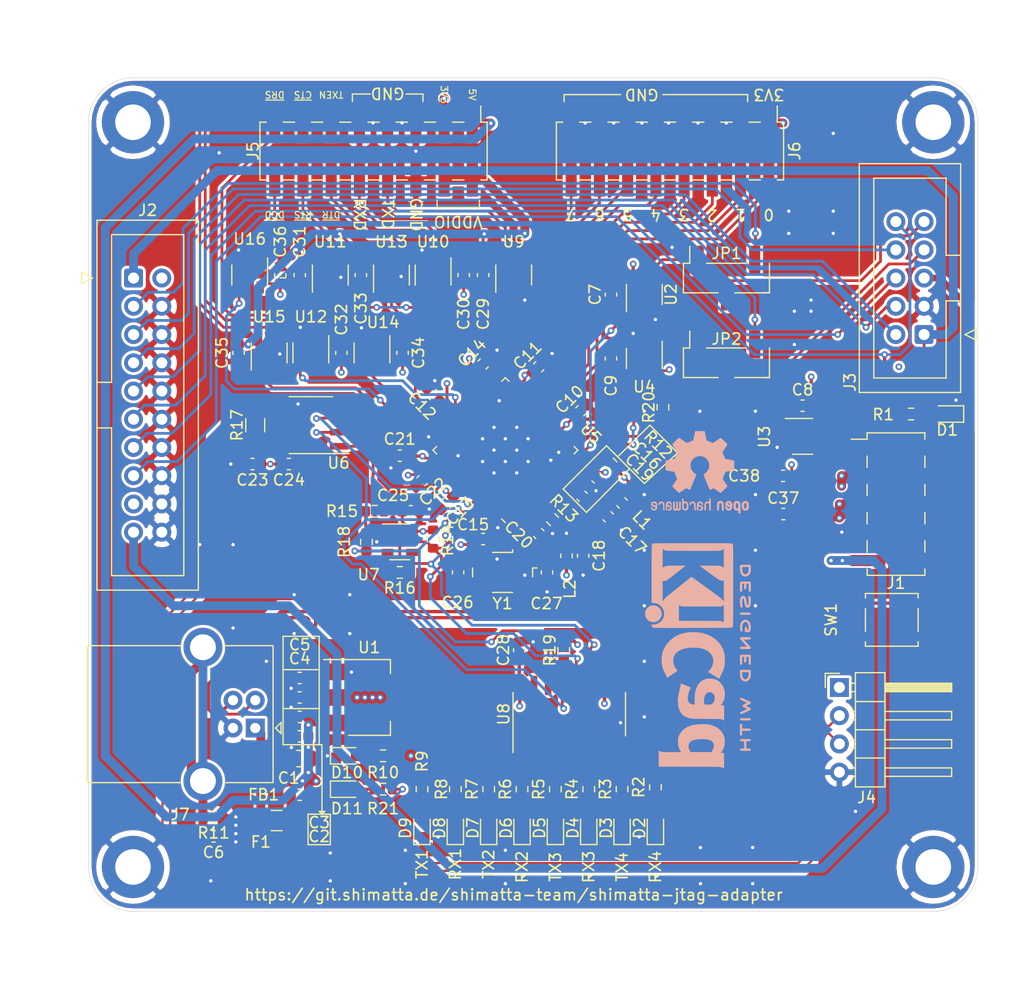
<source format=kicad_pcb>
(kicad_pcb (version 20171130) (host pcbnew 5.1.10)

  (general
    (thickness 1.6)
    (drawings 108)
    (tracks 1326)
    (zones 0)
    (modules 108)
    (nets 88)
  )

  (page A4)
  (title_block
    (title "Shimatta Jtag Adapter")
    (date 2021-05-14)
    (rev v1.0)
    (company Shimatta)
  )

  (layers
    (0 F.Cu signal)
    (1 In1.Cu power)
    (2 In2.Cu power)
    (31 B.Cu signal)
    (32 B.Adhes user)
    (33 F.Adhes user)
    (34 B.Paste user)
    (35 F.Paste user)
    (36 B.SilkS user)
    (37 F.SilkS user)
    (38 B.Mask user)
    (39 F.Mask user)
    (40 Dwgs.User user)
    (41 Cmts.User user)
    (42 Eco1.User user)
    (43 Eco2.User user)
    (44 Edge.Cuts user)
    (45 Margin user)
    (46 B.CrtYd user)
    (47 F.CrtYd user)
    (48 B.Fab user hide)
    (49 F.Fab user hide)
  )

  (setup
    (last_trace_width 0.3)
    (user_trace_width 0.3)
    (user_trace_width 0.6)
    (user_trace_width 0.8)
    (trace_clearance 0.2)
    (zone_clearance 0.254)
    (zone_45_only no)
    (trace_min 0.2)
    (via_size 0.6)
    (via_drill 0.3)
    (via_min_size 0.4)
    (via_min_drill 0.3)
    (user_via 0.9 0.5)
    (uvia_size 0.3)
    (uvia_drill 0.1)
    (uvias_allowed no)
    (uvia_min_size 0.2)
    (uvia_min_drill 0.1)
    (edge_width 0.05)
    (segment_width 0.2)
    (pcb_text_width 0.3)
    (pcb_text_size 1.5 1.5)
    (mod_edge_width 0.12)
    (mod_text_size 1 1)
    (mod_text_width 0.15)
    (pad_size 4.35 4.35)
    (pad_drill 0)
    (pad_to_mask_clearance 0)
    (aux_axis_origin 25 25)
    (grid_origin 25 25)
    (visible_elements FFFFFF7F)
    (pcbplotparams
      (layerselection 0x010fc_ffffffff)
      (usegerberextensions false)
      (usegerberattributes true)
      (usegerberadvancedattributes true)
      (creategerberjobfile true)
      (excludeedgelayer true)
      (linewidth 0.100000)
      (plotframeref false)
      (viasonmask false)
      (mode 1)
      (useauxorigin false)
      (hpglpennumber 1)
      (hpglpenspeed 20)
      (hpglpendiameter 15.000000)
      (psnegative false)
      (psa4output false)
      (plotreference true)
      (plotvalue true)
      (plotinvisibletext false)
      (padsonsilk false)
      (subtractmaskfromsilk false)
      (outputformat 1)
      (mirror false)
      (drillshape 1)
      (scaleselection 1)
      (outputdirectory ""))
  )

  (net 0 "")
  (net 1 GND)
  (net 2 +5V)
  (net 3 +3V3)
  (net 4 "Net-(C6-Pad2)")
  (net 5 /TARGET_VDDIO)
  (net 6 /FT4232H/VCORE)
  (net 7 "Net-(C17-Pad1)")
  (net 8 "Net-(C18-Pad1)")
  (net 9 "Net-(C26-Pad1)")
  (net 10 "Net-(C27-Pad1)")
  (net 11 /UART3_VDDIO)
  (net 12 "Net-(D1-Pad2)")
  (net 13 "Net-(D2-Pad2)")
  (net 14 "Net-(D3-Pad2)")
  (net 15 "Net-(D4-Pad2)")
  (net 16 "Net-(D5-Pad2)")
  (net 17 "Net-(D6-Pad2)")
  (net 18 "Net-(D7-Pad2)")
  (net 19 "Net-(D8-Pad2)")
  (net 20 "Net-(D9-Pad2)")
  (net 21 "Net-(D10-Pad2)")
  (net 22 /TEST_VCC_GND)
  (net 23 /~RTS~_VDDIO)
  (net 24 /~TARGET_RESET)
  (net 25 /TDO_SWO)
  (net 26 /RTCLK)
  (net 27 /TCK_SWCLK)
  (net 28 /TMS_SWDIO)
  (net 29 /TDI)
  (net 30 /~TRST)
  (net 31 "Net-(J3-Pad9)")
  (net 32 "Net-(J3-Pad7)")
  (net 33 /RS485-)
  (net 34 /RS485+)
  (net 35 "/UART3 Level Translation/~DCD3~_VDDIO")
  (net 36 "/UART3 Level Translation/~DSR3~_VDDIO")
  (net 37 "/UART3 Level Translation/~RTS3~_VDDIO")
  (net 38 "/UART3 Level Translation/~DTR3~_VDDIO")
  (net 39 "/UART3 Level Translation/TXDEN3_VDDIO")
  (net 40 "/UART3 Level Translation/RXD3_VDDIO")
  (net 41 "/UART3 Level Translation/TXD3_VDDIO")
  (net 42 /FT4232H/MPSSE2_7)
  (net 43 /FT4232H/MPSSE2_6)
  (net 44 /FT4232H/MPSSE2_5)
  (net 45 /FT4232H/MPSSE2_4)
  (net 46 /FT4232H/MPSSE2_3)
  (net 47 /FT4232H/MPSSE2_2)
  (net 48 /FT4232H/MPSSE2_1)
  (net 49 /FT4232H/MPSSE2_0)
  (net 50 /D+)
  (net 51 /D-)
  (net 52 "/Level trans Programming Connector/OUT_VDDIO")
  (net 53 "/Level trans Programming Connector/IN_VDDIO")
  (net 54 /FT4232H/D_RX_ACT)
  (net 55 /FT4232H/D_TX_ACT)
  (net 56 /FT4232H/C_RX_ACT)
  (net 57 /FT4232H/C_TX_ACT)
  (net 58 /FT4232H/B_RX_ACT)
  (net 59 /FT4232H/B_TX_ACT)
  (net 60 /FT4232H/A_RX_ACT)
  (net 61 /FT4232H/A_TX_ACT)
  (net 62 "Net-(R12-Pad1)")
  (net 63 "Net-(R13-Pad1)")
  (net 64 /FT4232H/EECS)
  (net 65 "Net-(R15-Pad2)")
  (net 66 /FT4232H/EECLK)
  (net 67 /FT4232H/EEDATA)
  (net 68 /FT4232H/~PWREN)
  (net 69 "/Level trans Programming Connector/IN_3V3")
  (net 70 "/Level trans Programming Connector/RTS_3V3")
  (net 71 "/Level trans Programming Connector/OUT_3V3")
  (net 72 /FT4232H/TXEN4)
  (net 73 /FT4232H/RXD4)
  (net 74 /FT4232H/TXD4)
  (net 75 /FT4232H/TXDEN3)
  (net 76 /FT4232H/~DCD3)
  (net 77 /FT4232H/~DSR3)
  (net 78 /FT4232H/~DTR3)
  (net 79 /FT4232H/~RTS3)
  (net 80 /FT4232H/RXD3)
  (net 81 /FT4232H/TXD3)
  (net 82 "/UART3 Level Translation/~CTS3~_VDDIO")
  (net 83 /FT4232H/~CTS3)
  (net 84 /JTAG_5V_SUPPLY)
  (net 85 "Net-(D11-Pad2)")
  (net 86 "Net-(F1-Pad2)")
  (net 87 "Net-(F1-Pad1)")

  (net_class Default "This is the default net class."
    (clearance 0.2)
    (trace_width 0.25)
    (via_dia 0.6)
    (via_drill 0.3)
    (uvia_dia 0.3)
    (uvia_drill 0.1)
    (diff_pair_width 0.25)
    (diff_pair_gap 0.25)
    (add_net +3V3)
    (add_net +5V)
    (add_net /FT4232H/A_RX_ACT)
    (add_net /FT4232H/A_TX_ACT)
    (add_net /FT4232H/B_RX_ACT)
    (add_net /FT4232H/B_TX_ACT)
    (add_net /FT4232H/C_RX_ACT)
    (add_net /FT4232H/C_TX_ACT)
    (add_net /FT4232H/D_RX_ACT)
    (add_net /FT4232H/D_TX_ACT)
    (add_net /FT4232H/EECLK)
    (add_net /FT4232H/EECS)
    (add_net /FT4232H/EEDATA)
    (add_net /FT4232H/MPSSE2_0)
    (add_net /FT4232H/MPSSE2_1)
    (add_net /FT4232H/MPSSE2_2)
    (add_net /FT4232H/MPSSE2_3)
    (add_net /FT4232H/MPSSE2_4)
    (add_net /FT4232H/MPSSE2_5)
    (add_net /FT4232H/MPSSE2_6)
    (add_net /FT4232H/MPSSE2_7)
    (add_net /FT4232H/RXD3)
    (add_net /FT4232H/RXD4)
    (add_net /FT4232H/TXD3)
    (add_net /FT4232H/TXD4)
    (add_net /FT4232H/TXDEN3)
    (add_net /FT4232H/TXEN4)
    (add_net /FT4232H/VCORE)
    (add_net /FT4232H/~CTS3)
    (add_net /FT4232H/~DCD3)
    (add_net /FT4232H/~DSR3)
    (add_net /FT4232H/~DTR3)
    (add_net /FT4232H/~PWREN)
    (add_net /FT4232H/~RTS3)
    (add_net /JTAG_5V_SUPPLY)
    (add_net "/Level trans Programming Connector/IN_3V3")
    (add_net "/Level trans Programming Connector/IN_VDDIO")
    (add_net "/Level trans Programming Connector/OUT_3V3")
    (add_net "/Level trans Programming Connector/OUT_VDDIO")
    (add_net "/Level trans Programming Connector/RTS_3V3")
    (add_net /RTCLK)
    (add_net /TARGET_VDDIO)
    (add_net /TCK_SWCLK)
    (add_net /TDI)
    (add_net /TDO_SWO)
    (add_net /TEST_VCC_GND)
    (add_net /TMS_SWDIO)
    (add_net "/UART3 Level Translation/RXD3_VDDIO")
    (add_net "/UART3 Level Translation/TXD3_VDDIO")
    (add_net "/UART3 Level Translation/TXDEN3_VDDIO")
    (add_net "/UART3 Level Translation/~CTS3~_VDDIO")
    (add_net "/UART3 Level Translation/~DCD3~_VDDIO")
    (add_net "/UART3 Level Translation/~DSR3~_VDDIO")
    (add_net "/UART3 Level Translation/~DTR3~_VDDIO")
    (add_net "/UART3 Level Translation/~RTS3~_VDDIO")
    (add_net /UART3_VDDIO)
    (add_net /~RTS~_VDDIO)
    (add_net /~TARGET_RESET)
    (add_net /~TRST)
    (add_net GND)
    (add_net "Net-(C17-Pad1)")
    (add_net "Net-(C18-Pad1)")
    (add_net "Net-(C26-Pad1)")
    (add_net "Net-(C27-Pad1)")
    (add_net "Net-(C6-Pad2)")
    (add_net "Net-(D1-Pad2)")
    (add_net "Net-(D10-Pad2)")
    (add_net "Net-(D11-Pad2)")
    (add_net "Net-(D2-Pad2)")
    (add_net "Net-(D3-Pad2)")
    (add_net "Net-(D4-Pad2)")
    (add_net "Net-(D5-Pad2)")
    (add_net "Net-(D6-Pad2)")
    (add_net "Net-(D7-Pad2)")
    (add_net "Net-(D8-Pad2)")
    (add_net "Net-(D9-Pad2)")
    (add_net "Net-(F1-Pad1)")
    (add_net "Net-(F1-Pad2)")
    (add_net "Net-(J3-Pad7)")
    (add_net "Net-(J3-Pad9)")
    (add_net "Net-(R12-Pad1)")
    (add_net "Net-(R13-Pad1)")
    (add_net "Net-(R15-Pad2)")
  )

  (net_class RS485 ""
    (clearance 0.5)
    (trace_width 0.2)
    (via_dia 0.6)
    (via_drill 0.3)
    (uvia_dia 0.3)
    (uvia_drill 0.1)
    (diff_pair_width 0.2)
    (diff_pair_gap 0.5)
    (add_net /RS485+)
    (add_net /RS485-)
  )

  (net_class USB ""
    (clearance 0.2)
    (trace_width 0.25)
    (via_dia 0.6)
    (via_drill 0.3)
    (uvia_dia 0.3)
    (uvia_drill 0.1)
    (diff_pair_width 0.3)
    (diff_pair_gap 0.25)
    (add_net /D+)
    (add_net /D-)
  )

  (module Button_Switch_SMD:SW_SPST_TL3305A (layer F.Cu) (tedit 5ABC3A97) (tstamp 609F04F5)
    (at 97.263 73.768)
    (descr https://www.e-switch.com/system/asset/product_line/data_sheet/213/TL3305.pdf)
    (tags "TL3305 Series Tact Switch")
    (path /614DBA8C)
    (attr smd)
    (fp_text reference SW1 (at -5.461 0 90) (layer F.SilkS)
      (effects (font (size 1 1) (thickness 0.15)))
    )
    (fp_text value SW_Push (at 0 3.2) (layer F.Fab)
      (effects (font (size 1 1) (thickness 0.15)))
    )
    (fp_text user %R (at 0 0) (layer F.Fab)
      (effects (font (size 0.5 0.5) (thickness 0.075)))
    )
    (fp_line (start -3 1.15) (end -3 1.85) (layer F.Fab) (width 0.1))
    (fp_line (start -3 -1.85) (end -3 -1.15) (layer F.Fab) (width 0.1))
    (fp_line (start 3 1.15) (end 3 1.85) (layer F.Fab) (width 0.1))
    (fp_line (start 3 -1.85) (end 3 -1.15) (layer F.Fab) (width 0.1))
    (fp_line (start -3.75 1.85) (end -2.25 1.85) (layer F.Fab) (width 0.1))
    (fp_line (start -3.75 1.15) (end -3.75 1.85) (layer F.Fab) (width 0.1))
    (fp_line (start -2.25 1.15) (end -3.75 1.15) (layer F.Fab) (width 0.1))
    (fp_line (start -3.75 -1.15) (end -2.25 -1.15) (layer F.Fab) (width 0.1))
    (fp_line (start -3.75 -1.85) (end -3.75 -1.15) (layer F.Fab) (width 0.1))
    (fp_line (start -2.25 -1.85) (end -3.75 -1.85) (layer F.Fab) (width 0.1))
    (fp_line (start 3.75 1.85) (end 2.25 1.85) (layer F.Fab) (width 0.1))
    (fp_line (start 3.75 1.15) (end 3.75 1.85) (layer F.Fab) (width 0.1))
    (fp_line (start 2.25 1.15) (end 3.75 1.15) (layer F.Fab) (width 0.1))
    (fp_line (start 3.75 -1.85) (end 2.25 -1.85) (layer F.Fab) (width 0.1))
    (fp_line (start 3.75 -1.15) (end 3.75 -1.85) (layer F.Fab) (width 0.1))
    (fp_line (start 2.25 -1.15) (end 3.75 -1.15) (layer F.Fab) (width 0.1))
    (fp_circle (center 0 0) (end 1.25 0) (layer F.Fab) (width 0.1))
    (fp_line (start -2.25 2.25) (end -2.25 -2.25) (layer F.Fab) (width 0.1))
    (fp_line (start 2.25 2.25) (end -2.25 2.25) (layer F.Fab) (width 0.1))
    (fp_line (start 2.25 -2.25) (end 2.25 2.25) (layer F.Fab) (width 0.1))
    (fp_line (start -2.25 -2.25) (end 2.25 -2.25) (layer F.Fab) (width 0.1))
    (fp_line (start -2.37 -2.37) (end 2.37 -2.37) (layer F.SilkS) (width 0.12))
    (fp_line (start -2.37 -2.37) (end -2.37 -1.97) (layer F.SilkS) (width 0.12))
    (fp_line (start 2.37 -2.37) (end 2.37 -1.97) (layer F.SilkS) (width 0.12))
    (fp_line (start -2.37 2.37) (end -2.37 1.97) (layer F.SilkS) (width 0.12))
    (fp_line (start -2.37 2.37) (end 2.37 2.37) (layer F.SilkS) (width 0.12))
    (fp_line (start 2.37 2.37) (end 2.37 1.97) (layer F.SilkS) (width 0.12))
    (fp_line (start 2.37 1.03) (end 2.37 -1.03) (layer F.SilkS) (width 0.12))
    (fp_line (start -2.37 1.03) (end -2.37 -1.03) (layer F.SilkS) (width 0.12))
    (fp_line (start 4.65 -2.5) (end 4.65 2.5) (layer F.CrtYd) (width 0.05))
    (fp_line (start 4.65 2.5) (end -4.65 2.5) (layer F.CrtYd) (width 0.05))
    (fp_line (start -4.65 2.5) (end -4.65 -2.5) (layer F.CrtYd) (width 0.05))
    (fp_line (start -4.65 -2.5) (end 4.65 -2.5) (layer F.CrtYd) (width 0.05))
    (pad 2 smd rect (at -3.6 1.5) (size 1.6 1.4) (layers F.Cu F.Paste F.Mask)
      (net 1 GND))
    (pad 2 smd rect (at 3.6 1.5) (size 1.6 1.4) (layers F.Cu F.Paste F.Mask)
      (net 1 GND))
    (pad 1 smd rect (at -3.6 -1.5) (size 1.6 1.4) (layers F.Cu F.Paste F.Mask)
      (net 24 /~TARGET_RESET))
    (pad 1 smd rect (at 3.6 -1.5) (size 1.6 1.4) (layers F.Cu F.Paste F.Mask)
      (net 24 /~TARGET_RESET))
    (model ${KISYS3DMOD}/Button_Switch_SMD.3dshapes/SW_SPST_TL3305A.wrl
      (at (xyz 0 0 0))
      (scale (xyz 1 1 1))
      (rotate (xyz 0 0 0))
    )
  )

  (module shimatta_artwork:shimatta_kanji_10mm_solder_mask (layer F.Cu) (tedit 0) (tstamp 60AA3C99)
    (at 80.753 72.117 90)
    (fp_text reference G*** (at 0 0 90) (layer F.SilkS) hide
      (effects (font (size 1.524 1.524) (thickness 0.3)))
    )
    (fp_text value LOGO (at 0.75 0 90) (layer F.SilkS) hide
      (effects (font (size 1.524 1.524) (thickness 0.3)))
    )
    (fp_poly (pts (xy -1.974371 1.038841) (xy -1.921286 1.053288) (xy -1.872623 1.079719) (xy -1.866195 1.084191)
      (xy -1.838293 1.104059) (xy -1.817119 1.069799) (xy -1.79976 1.048167) (xy -1.782486 1.036309)
      (xy -1.778291 1.035539) (xy -1.768206 1.038583) (xy -1.760646 1.049319) (xy -1.755185 1.070154)
      (xy -1.7514 1.103496) (xy -1.748865 1.15175) (xy -1.747273 1.211385) (xy -1.746474 1.259613)
      (xy -1.746752 1.291726) (xy -1.748675 1.311141) (xy -1.75281 1.321274) (xy -1.759723 1.325542)
      (xy -1.766441 1.326858) (xy -1.786978 1.322585) (xy -1.793979 1.312205) (xy -1.82301 1.2417)
      (xy -1.856701 1.183639) (xy -1.890646 1.143766) (xy -1.936773 1.110849) (xy -1.98647 1.091476)
      (xy -2.036678 1.08492) (xy -2.084334 1.090454) (xy -2.126379 1.107351) (xy -2.159752 1.134885)
      (xy -2.181392 1.172328) (xy -2.188308 1.214467) (xy -2.182791 1.248681) (xy -2.165175 1.278144)
      (xy -2.133859 1.30396) (xy -2.087242 1.327231) (xy -2.023723 1.349063) (xy -1.972988 1.362908)
      (xy -1.926945 1.37512) (xy -1.884295 1.387388) (xy -1.85095 1.397965) (xy -1.837224 1.403038)
      (xy -1.783941 1.43521) (xy -1.7442 1.480643) (xy -1.719152 1.537493) (xy -1.709948 1.603912)
      (xy -1.709925 1.607039) (xy -1.718324 1.675881) (xy -1.743018 1.735267) (xy -1.782805 1.783525)
      (xy -1.836485 1.818985) (xy -1.87192 1.832554) (xy -1.918944 1.841854) (xy -1.97371 1.845409)
      (xy -2.028119 1.84323) (xy -2.074074 1.835326) (xy -2.083751 1.832294) (xy -2.116174 1.818033)
      (xy -2.150925 1.79893) (xy -2.159336 1.793591) (xy -2.197825 1.76812) (xy -2.219932 1.802247)
      (xy -2.24036 1.826752) (xy -2.262088 1.836076) (xy -2.268904 1.836495) (xy -2.295769 1.836616)
      (xy -2.295769 1.524) (xy -2.272298 1.524) (xy -2.259227 1.52626) (xy -2.249254 1.535687)
      (xy -2.239777 1.556254) (xy -2.228545 1.590772) (xy -2.200232 1.656354) (xy -2.159137 1.713395)
      (xy -2.108703 1.757526) (xy -2.086983 1.770431) (xy -2.043168 1.785715) (xy -1.991547 1.792606)
      (xy -1.939352 1.79103) (xy -1.893813 1.780914) (xy -1.875726 1.772587) (xy -1.835146 1.739209)
      (xy -1.80866 1.697192) (xy -1.797641 1.650585) (xy -1.803458 1.603433) (xy -1.811693 1.583581)
      (xy -1.823542 1.564842) (xy -1.839561 1.549289) (xy -1.86277 1.535442) (xy -1.896185 1.521824)
      (xy -1.942823 1.506956) (xy -2.001869 1.490396) (xy -2.070514 1.470952) (xy -2.12321 1.453777)
      (xy -2.163196 1.437447) (xy -2.193709 1.420542) (xy -2.217988 1.401639) (xy -2.229206 1.390568)
      (xy -2.258638 1.349794) (xy -2.273428 1.302837) (xy -2.276231 1.263171) (xy -2.268182 1.193355)
      (xy -2.244667 1.13505) (xy -2.206631 1.089166) (xy -2.155021 1.056615) (xy -2.090784 1.038307)
      (xy -2.038549 1.034453) (xy -1.974371 1.038841)) (layer F.Mask) (width 0.01))
    (fp_poly (pts (xy 0.640944 1.312618) (xy 0.67704 1.319504) (xy 0.709375 1.333293) (xy 0.740902 1.35388)
      (xy 0.745424 1.357713) (xy 0.776654 1.385604) (xy 0.781782 1.564706) (xy 0.783857 1.622571)
      (xy 0.786497 1.674136) (xy 0.789465 1.716036) (xy 0.792525 1.744908) (xy 0.79526 1.757136)
      (xy 0.810932 1.766015) (xy 0.84142 1.765392) (xy 0.866266 1.76353) (xy 0.877171 1.76799)
      (xy 0.879231 1.777416) (xy 0.870113 1.801327) (xy 0.844983 1.820342) (xy 0.807181 1.832279)
      (xy 0.792135 1.834328) (xy 0.760728 1.835756) (xy 0.740346 1.830993) (xy 0.722902 1.817897)
      (xy 0.72021 1.815253) (xy 0.702591 1.795118) (xy 0.692224 1.778656) (xy 0.691979 1.777976)
      (xy 0.684959 1.772802) (xy 0.669292 1.779728) (xy 0.649017 1.79442) (xy 0.618564 1.81506)
      (xy 0.58745 1.831466) (xy 0.577369 1.835408) (xy 0.533609 1.844151) (xy 0.484536 1.845295)
      (xy 0.438788 1.839118) (xy 0.412345 1.830092) (xy 0.372494 1.802851) (xy 0.349635 1.767447)
      (xy 0.341942 1.720977) (xy 0.341923 1.718095) (xy 0.343126 1.700515) (xy 0.455607 1.700515)
      (xy 0.457835 1.73071) (xy 0.469349 1.752095) (xy 0.48304 1.765362) (xy 0.507125 1.781844)
      (xy 0.532 1.786258) (xy 0.550438 1.78465) (xy 0.58274 1.776437) (xy 0.610963 1.763138)
      (xy 0.614012 1.761016) (xy 0.645603 1.732311) (xy 0.665621 1.699528) (xy 0.677036 1.656731)
      (xy 0.680628 1.627794) (xy 0.683522 1.592705) (xy 0.683443 1.573158) (xy 0.679617 1.565278)
      (xy 0.671269 1.565193) (xy 0.668269 1.565968) (xy 0.648488 1.570944) (xy 0.617794 1.578137)
      (xy 0.595923 1.583073) (xy 0.536922 1.599909) (xy 0.495378 1.621103) (xy 0.469412 1.648229)
      (xy 0.457142 1.682862) (xy 0.455607 1.700515) (xy 0.343126 1.700515) (xy 0.344116 1.686059)
      (xy 0.353266 1.661888) (xy 0.373232 1.635965) (xy 0.376197 1.632658) (xy 0.40625 1.605269)
      (xy 0.444581 1.581703) (xy 0.4938 1.560914) (xy 0.556523 1.541856) (xy 0.635361 1.523484)
      (xy 0.663059 1.517848) (xy 0.676458 1.513728) (xy 0.682332 1.50481) (xy 0.682301 1.485745)
      (xy 0.679595 1.463209) (xy 0.674002 1.43082) (xy 0.667225 1.404589) (xy 0.663822 1.396093)
      (xy 0.644922 1.378737) (xy 0.61268 1.366075) (xy 0.573062 1.359819) (xy 0.540027 1.360581)
      (xy 0.500622 1.369239) (xy 0.478247 1.383995) (xy 0.473727 1.40413) (xy 0.477739 1.414757)
      (xy 0.487636 1.447797) (xy 0.483358 1.477167) (xy 0.468279 1.499765) (xy 0.445775 1.512488)
      (xy 0.419223 1.512233) (xy 0.391997 1.495897) (xy 0.390769 1.494692) (xy 0.373401 1.465279)
      (xy 0.372129 1.431335) (xy 0.385222 1.396326) (xy 0.410949 1.363713) (xy 0.447576 1.336962)
      (xy 0.475841 1.324549) (xy 0.525279 1.313638) (xy 0.58351 1.309581) (xy 0.640944 1.312618)) (layer F.Mask) (width 0.01))
    (fp_poly (pts (xy 1.067389 1.108152) (xy 1.073653 1.114475) (xy 1.077607 1.128178) (xy 1.079988 1.152711)
      (xy 1.081536 1.191523) (xy 1.082262 1.218712) (xy 1.085024 1.328616) (xy 1.163538 1.328616)
      (xy 1.202366 1.3289) (xy 1.225462 1.330495) (xy 1.23663 1.334508) (xy 1.239675 1.342049)
      (xy 1.238929 1.350596) (xy 1.235823 1.361747) (xy 1.227612 1.368592) (xy 1.210101 1.372452)
      (xy 1.179094 1.37465) (xy 1.160096 1.37543) (xy 1.084385 1.378284) (xy 1.084385 1.55643)
      (xy 1.084671 1.622622) (xy 1.085671 1.672073) (xy 1.087598 1.707571) (xy 1.090664 1.731905)
      (xy 1.09508 1.747866) (xy 1.099592 1.756288) (xy 1.121883 1.774299) (xy 1.148938 1.776923)
      (xy 1.176351 1.766026) (xy 1.199718 1.743476) (xy 1.214633 1.711137) (xy 1.215545 1.707173)
      (xy 1.22186 1.676871) (xy 1.226224 1.655885) (xy 1.235543 1.636856) (xy 1.256152 1.631464)
      (xy 1.256791 1.631462) (xy 1.271513 1.632447) (xy 1.278247 1.638659) (xy 1.278807 1.654982)
      (xy 1.275582 1.681998) (xy 1.26038 1.743784) (xy 1.232522 1.791452) (xy 1.191026 1.826549)
      (xy 1.18012 1.832659) (xy 1.145866 1.843001) (xy 1.104011 1.845687) (xy 1.064409 1.840618)
      (xy 1.046249 1.834029) (xy 1.023745 1.8175) (xy 1.002423 1.794593) (xy 1.002288 1.794411)
      (xy 0.995239 1.783637) (xy 0.989937 1.770968) (xy 0.986075 1.753497) (xy 0.983345 1.728317)
      (xy 0.98144 1.692522) (xy 0.980054 1.643206) (xy 0.978878 1.577463) (xy 0.978796 1.572161)
      (xy 0.975784 1.377462) (xy 0.932392 1.377462) (xy 0.905449 1.376377) (xy 0.892769 1.371235)
      (xy 0.889118 1.359204) (xy 0.889 1.353994) (xy 0.894585 1.334751) (xy 0.914328 1.321845)
      (xy 0.92033 1.319605) (xy 0.958438 1.29963) (xy 0.987906 1.268085) (xy 1.010137 1.222673)
      (xy 1.026541 1.161099) (xy 1.030398 1.139951) (xy 1.036325 1.115595) (xy 1.045494 1.105989)
      (xy 1.058076 1.105759) (xy 1.067389 1.108152)) (layer F.Mask) (width 0.01))
    (fp_poly (pts (xy 1.488944 1.110289) (xy 1.494525 1.116945) (xy 1.498106 1.132096) (xy 1.500339 1.159063)
      (xy 1.501878 1.201166) (xy 1.502339 1.218712) (xy 1.505101 1.328616) (xy 1.582935 1.328616)
      (xy 1.6216 1.328878) (xy 1.644721 1.330503) (xy 1.656293 1.334742) (xy 1.66031 1.342849)
      (xy 1.660769 1.353039) (xy 1.659936 1.365151) (xy 1.65478 1.372404) (xy 1.641314 1.376043)
      (xy 1.615552 1.377313) (xy 1.582615 1.377462) (xy 1.504461 1.377462) (xy 1.504461 1.558192)
      (xy 1.504599 1.622242) (xy 1.5052 1.669671) (xy 1.50655 1.703395) (xy 1.508932 1.726331)
      (xy 1.512633 1.741394) (xy 1.517936 1.751503) (xy 1.524 1.758462) (xy 1.553175 1.776093)
      (xy 1.584057 1.77626) (xy 1.611666 1.759856) (xy 1.625783 1.740182) (xy 1.635945 1.713599)
      (xy 1.644478 1.680299) (xy 1.645819 1.672981) (xy 1.651731 1.646626) (xy 1.660436 1.634536)
      (xy 1.675946 1.631473) (xy 1.677642 1.631462) (xy 1.69222 1.632603) (xy 1.698789 1.63934)
      (xy 1.699297 1.656642) (xy 1.696783 1.680302) (xy 1.682886 1.743441) (xy 1.657693 1.790854)
      (xy 1.620651 1.823134) (xy 1.571209 1.840874) (xy 1.544177 1.844314) (xy 1.50807 1.844991)
      (xy 1.482071 1.839541) (xy 1.457198 1.825996) (xy 1.455615 1.82493) (xy 1.437063 1.81038)
      (xy 1.422919 1.793322) (xy 1.412591 1.771022) (xy 1.405489 1.740747) (xy 1.401022 1.699763)
      (xy 1.398599 1.645336) (xy 1.39763 1.574735) (xy 1.397551 1.556312) (xy 1.397 1.378585)
      (xy 1.355481 1.375581) (xy 1.327979 1.371614) (xy 1.314897 1.363255) (xy 1.311576 1.353039)
      (xy 1.315704 1.337223) (xy 1.334351 1.32219) (xy 1.350145 1.313962) (xy 1.38592 1.292045)
      (xy 1.412117 1.263056) (xy 1.431723 1.222652) (xy 1.445662 1.17518) (xy 1.45552 1.139038)
      (xy 1.464372 1.118497) (xy 1.474178 1.109844) (xy 1.48071 1.108808) (xy 1.488944 1.110289)) (layer F.Mask) (width 0.01))
    (fp_poly (pts (xy 2.067017 1.312015) (xy 2.091074 1.317656) (xy 2.115093 1.328184) (xy 2.119351 1.330379)
      (xy 2.147999 1.346455) (xy 2.169267 1.362613) (xy 2.184314 1.38202) (xy 2.194299 1.407842)
      (xy 2.200379 1.443246) (xy 2.203714 1.491396) (xy 2.205462 1.55546) (xy 2.205652 1.56621)
      (xy 2.206886 1.634499) (xy 2.208354 1.685635) (xy 2.210672 1.721998) (xy 2.214456 1.745971)
      (xy 2.220321 1.759934) (xy 2.228883 1.766269) (xy 2.240758 1.767357) (xy 2.256562 1.76558)
      (xy 2.257183 1.765496) (xy 2.2874 1.764126) (xy 2.301366 1.77125) (xy 2.300944 1.788041)
      (xy 2.299502 1.792134) (xy 2.282756 1.811763) (xy 2.252528 1.827163) (xy 2.21481 1.835705)
      (xy 2.198095 1.836616) (xy 2.165222 1.832505) (xy 2.140837 1.817535) (xy 2.13411 1.810766)
      (xy 2.118195 1.791346) (xy 2.110332 1.777346) (xy 2.110154 1.776076) (xy 2.103393 1.775971)
      (xy 2.086279 1.785859) (xy 2.075981 1.793301) (xy 2.018762 1.826325) (xy 1.956762 1.843577)
      (xy 1.894263 1.844524) (xy 1.83555 1.828632) (xy 1.82662 1.824404) (xy 1.78778 1.795174)
      (xy 1.765426 1.756208) (xy 1.760635 1.709667) (xy 1.762569 1.695669) (xy 1.762917 1.694639)
      (xy 1.875692 1.694639) (xy 1.882946 1.738312) (xy 1.90319 1.768727) (xy 1.934148 1.784818)
      (xy 1.973544 1.785521) (xy 2.0191 1.769771) (xy 2.027115 1.765481) (xy 2.065577 1.734584)
      (xy 2.089543 1.692505) (xy 2.099829 1.637617) (xy 2.100369 1.619064) (xy 2.100385 1.562705)
      (xy 2.073519 1.568707) (xy 2.002641 1.586563) (xy 1.949443 1.60502) (xy 1.912071 1.625257)
      (xy 1.888675 1.648452) (xy 1.877405 1.675784) (xy 1.875692 1.694639) (xy 1.762917 1.694639)
      (xy 1.775241 1.658177) (xy 1.799184 1.625607) (xy 1.835942 1.597087) (xy 1.887055 1.571743)
      (xy 1.954065 1.5487) (xy 2.038515 1.527086) (xy 2.073519 1.519478) (xy 2.091119 1.51337)
      (xy 2.098748 1.500718) (xy 2.100385 1.475604) (xy 2.095153 1.427605) (xy 2.078669 1.393815)
      (xy 2.052443 1.373045) (xy 2.013304 1.361056) (xy 1.967038 1.358661) (xy 1.923753 1.36625)
      (xy 1.919185 1.367871) (xy 1.900754 1.378362) (xy 1.897388 1.393896) (xy 1.89901 1.402063)
      (xy 1.906334 1.431636) (xy 1.910841 1.449775) (xy 1.90831 1.475393) (xy 1.891704 1.498124)
      (xy 1.866273 1.512219) (xy 1.851978 1.514231) (xy 1.827936 1.505801) (xy 1.805532 1.484928)
      (xy 1.790661 1.458238) (xy 1.787806 1.442086) (xy 1.796395 1.409192) (xy 1.81924 1.375487)
      (xy 1.852116 1.346505) (xy 1.867982 1.337029) (xy 1.901035 1.323791) (xy 1.941599 1.315663)
      (xy 1.992923 1.311533) (xy 2.036455 1.310295) (xy 2.067017 1.312015)) (layer F.Mask) (width 0.01))
    (fp_poly (pts (xy -1.455615 1.215473) (xy -1.450731 1.398336) (xy -1.421423 1.367157) (xy -1.376353 1.331405)
      (xy -1.326607 1.312133) (xy -1.275539 1.308504) (xy -1.226501 1.31968) (xy -1.182846 1.344823)
      (xy -1.147927 1.383095) (xy -1.125098 1.433658) (xy -1.123046 1.441718) (xy -1.119874 1.465079)
      (xy -1.117169 1.503375) (xy -1.115156 1.552) (xy -1.114058 1.606352) (xy -1.113925 1.628833)
      (xy -1.113934 1.686246) (xy -1.11338 1.727126) (xy -1.11108 1.754472) (xy -1.10585 1.771281)
      (xy -1.096506 1.780548) (xy -1.081867 1.785271) (xy -1.060747 1.788448) (xy -1.050305 1.789943)
      (xy -1.03283 1.799802) (xy -1.027608 1.809862) (xy -1.027842 1.816489) (xy -1.03341 1.821136)
      (xy -1.047143 1.82415) (xy -1.071873 1.825876) (xy -1.110431 1.826659) (xy -1.165648 1.826846)
      (xy -1.166707 1.826846) (xy -1.222097 1.826711) (xy -1.260894 1.826038) (xy -1.28604 1.824421)
      (xy -1.30048 1.821457) (xy -1.307159 1.816742) (xy -1.309018 1.809871) (xy -1.309077 1.807308)
      (xy -1.304974 1.793528) (xy -1.289229 1.788224) (xy -1.276839 1.787769) (xy -1.25665 1.786726)
      (xy -1.24203 1.781795) (xy -1.232084 1.770273) (xy -1.225917 1.749459) (xy -1.222637 1.716651)
      (xy -1.22135 1.669146) (xy -1.221154 1.619425) (xy -1.222023 1.550012) (xy -1.22506 1.497159)
      (xy -1.230911 1.457944) (xy -1.240222 1.429447) (xy -1.253639 1.408749) (xy -1.271142 1.393392)
      (xy -1.306881 1.379323) (xy -1.346249 1.381693) (xy -1.384996 1.399063) (xy -1.418873 1.429993)
      (xy -1.431192 1.447614) (xy -1.439055 1.463151) (xy -1.44473 1.481935) (xy -1.448683 1.507586)
      (xy -1.451382 1.543727) (xy -1.453292 1.593978) (xy -1.454095 1.625431) (xy -1.455257 1.685008)
      (xy -1.45493 1.727828) (xy -1.452182 1.756663) (xy -1.446076 1.774287) (xy -1.43568 1.783474)
      (xy -1.420057 1.786995) (xy -1.399442 1.78762) (xy -1.376896 1.790323) (xy -1.368343 1.800256)
      (xy -1.367692 1.807308) (xy -1.368675 1.814909) (xy -1.373585 1.820234) (xy -1.385367 1.823685)
      (xy -1.406965 1.825666) (xy -1.441322 1.826583) (xy -1.491383 1.826838) (xy -1.510063 1.826846)
      (xy -1.565576 1.826666) (xy -1.604384 1.825895) (xy -1.629317 1.824188) (xy -1.643208 1.821198)
      (xy -1.648887 1.81658) (xy -1.649186 1.809989) (xy -1.649162 1.809862) (xy -1.637956 1.794552)
      (xy -1.626465 1.789943) (xy -1.600387 1.785385) (xy -1.584931 1.782287) (xy -1.562824 1.777564)
      (xy -1.565393 1.438302) (xy -1.567962 1.099039) (xy -1.614365 1.096061) (xy -1.6426 1.093155)
      (xy -1.65633 1.087339) (xy -1.660586 1.075813) (xy -1.660769 1.070241) (xy -1.659089 1.056138)
      (xy -1.651888 1.04659) (xy -1.635928 1.040587) (xy -1.607967 1.037118) (xy -1.564767 1.035173)
      (xy -1.546808 1.034698) (xy -1.4605 1.03261) (xy -1.455615 1.215473)) (layer F.Mask) (width 0.01))
    (fp_poly (pts (xy -0.791308 1.541671) (xy -0.79114 1.616724) (xy -0.790274 1.674548) (xy -0.788164 1.717452)
      (xy -0.784266 1.747744) (xy -0.778034 1.767735) (xy -0.768923 1.779731) (xy -0.756389 1.786044)
      (xy -0.739886 1.788981) (xy -0.732772 1.789665) (xy -0.705556 1.796467) (xy -0.695421 1.80975)
      (xy -0.695628 1.81631) (xy -0.700994 1.820947) (xy -0.714308 1.82399) (xy -0.738353 1.825767)
      (xy -0.775917 1.826609) (xy -0.829783 1.826843) (xy -0.840154 1.826846) (xy -0.896902 1.826679)
      (xy -0.936899 1.825957) (xy -0.96293 1.824353) (xy -0.977782 1.821535) (xy -0.984238 1.817177)
      (xy -0.985086 1.810948) (xy -0.984886 1.80975) (xy -0.97342 1.795751) (xy -0.947535 1.789665)
      (xy -0.927021 1.786674) (xy -0.911938 1.780045) (xy -0.901459 1.767116) (xy -0.894754 1.745221)
      (xy -0.890995 1.711698) (xy -0.889353 1.663884) (xy -0.889 1.601508) (xy -0.889384 1.54625)
      (xy -0.890442 1.495701) (xy -0.892032 1.454098) (xy -0.894015 1.425682) (xy -0.895106 1.41776)
      (xy -0.900096 1.399466) (xy -0.909311 1.390477) (xy -0.928545 1.387501) (xy -0.948837 1.387231)
      (xy -0.977413 1.386342) (xy -0.991501 1.382043) (xy -0.996126 1.371885) (xy -0.996462 1.364029)
      (xy -0.992671 1.349345) (xy -0.979576 1.33915) (xy -0.954592 1.332756) (xy -0.915134 1.329476)
      (xy -0.863356 1.328616) (xy -0.791308 1.328616) (xy -0.791308 1.541671)) (layer F.Mask) (width 0.01))
    (fp_poly (pts (xy 0.080297 1.3191) (xy 0.125771 1.345358) (xy 0.152577 1.373188) (xy 0.180731 1.410065)
      (xy 0.183814 1.586478) (xy 0.185487 1.650324) (xy 0.187999 1.703674) (xy 0.191173 1.744022)
      (xy 0.194831 1.768864) (xy 0.197222 1.77533) (xy 0.213481 1.783903) (xy 0.238852 1.787753)
      (xy 0.240542 1.787769) (xy 0.263603 1.790132) (xy 0.272652 1.799263) (xy 0.273538 1.807308)
      (xy 0.272556 1.814909) (xy 0.267645 1.820234) (xy 0.255863 1.823685) (xy 0.234266 1.825666)
      (xy 0.199908 1.826583) (xy 0.149847 1.826838) (xy 0.131168 1.826846) (xy 0.075655 1.826666)
      (xy 0.036847 1.825895) (xy 0.011913 1.824188) (xy -0.001977 1.821198) (xy -0.007656 1.81658)
      (xy -0.007955 1.809989) (xy -0.007931 1.809862) (xy 0.003274 1.794552) (xy 0.014766 1.789943)
      (xy 0.040674 1.785404) (xy 0.056786 1.782164) (xy 0.079379 1.77732) (xy 0.076324 1.602575)
      (xy 0.07513 1.540071) (xy 0.073784 1.494035) (xy 0.071875 1.461401) (xy 0.068992 1.4391)
      (xy 0.064727 1.424065) (xy 0.058668 1.413227) (xy 0.050405 1.403519) (xy 0.049585 1.402645)
      (xy 0.018289 1.381785) (xy -0.017565 1.377181) (xy -0.053905 1.387557) (xy -0.086657 1.41164)
      (xy -0.11175 1.448156) (xy -0.114311 1.453926) (xy -0.121097 1.479773) (xy -0.126816 1.519311)
      (xy -0.13124 1.567557) (xy -0.134142 1.619526) (xy -0.135296 1.670235) (xy -0.134473 1.714698)
      (xy -0.131448 1.747932) (xy -0.128291 1.760904) (xy -0.117156 1.779704) (xy -0.099101 1.786984)
      (xy -0.08328 1.787769) (xy -0.059613 1.789922) (xy -0.050013 1.79834) (xy -0.048846 1.807308)
      (xy -0.049861 1.815039) (xy -0.054906 1.820409) (xy -0.066985 1.823845) (xy -0.089101 1.825777)
      (xy -0.124255 1.826634) (xy -0.17545 1.826844) (xy -0.185615 1.826846) (xy -0.239737 1.826701)
      (xy -0.277324 1.825981) (xy -0.301377 1.824255) (xy -0.314901 1.821096) (xy -0.320897 1.816074)
      (xy -0.322369 1.80876) (xy -0.322385 1.807308) (xy -0.318514 1.793788) (xy -0.303445 1.788375)
      (xy -0.288536 1.787769) (xy -0.259067 1.782638) (xy -0.244575 1.768873) (xy -0.240334 1.750826)
      (xy -0.237292 1.717778) (xy -0.235444 1.674231) (xy -0.234785 1.624683) (xy -0.235311 1.573638)
      (xy -0.237015 1.525594) (xy -0.239893 1.485053) (xy -0.243941 1.456516) (xy -0.24492 1.452539)
      (xy -0.263385 1.41075) (xy -0.290501 1.385404) (xy -0.32287 1.377462) (xy -0.368 1.386426)
      (xy -0.404805 1.412769) (xy -0.428846 1.448664) (xy -0.437064 1.467827) (xy -0.442778 1.488226)
      (xy -0.446426 1.513822) (xy -0.448446 1.548578) (xy -0.449276 1.596454) (xy -0.449385 1.63436)
      (xy -0.449479 1.690546) (xy -0.448929 1.730264) (xy -0.44649 1.756574) (xy -0.440914 1.772536)
      (xy -0.430953 1.78121) (xy -0.415362 1.785657) (xy -0.392893 1.788938) (xy -0.385997 1.789943)
      (xy -0.368523 1.799802) (xy -0.3633 1.809862) (xy -0.363534 1.816489) (xy -0.369102 1.821136)
      (xy -0.382836 1.82415) (xy -0.407566 1.825876) (xy -0.446123 1.826659) (xy -0.501341 1.826846)
      (xy -0.502399 1.826846) (xy -0.55779 1.826711) (xy -0.596586 1.826038) (xy -0.621732 1.824421)
      (xy -0.636173 1.821457) (xy -0.642851 1.816742) (xy -0.644711 1.809871) (xy -0.644769 1.807308)
      (xy -0.640779 1.793653) (xy -0.62536 1.788294) (xy -0.611773 1.787769) (xy -0.585868 1.784016)
      (xy -0.568147 1.774918) (xy -0.567592 1.774292) (xy -0.56321 1.76046) (xy -0.560279 1.730646)
      (xy -0.558758 1.683856) (xy -0.558602 1.619099) (xy -0.559069 1.576465) (xy -0.561731 1.392116)
      (xy -0.60325 1.389111) (xy -0.629637 1.385777) (xy -0.641728 1.378715) (xy -0.644761 1.364681)
      (xy -0.644769 1.363385) (xy -0.641762 1.348658) (xy -0.630785 1.338679) (xy -0.608907 1.332599)
      (xy -0.573196 1.329571) (xy -0.525096 1.328749) (xy -0.449385 1.328616) (xy -0.449385 1.398499)
      (xy -0.422975 1.367114) (xy -0.381681 1.331778) (xy -0.333598 1.312588) (xy -0.28274 1.309406)
      (xy -0.233119 1.322094) (xy -0.188746 1.350515) (xy -0.165668 1.375926) (xy -0.144271 1.404867)
      (xy -0.116038 1.372711) (xy -0.072184 1.335499) (xy -0.022379 1.314164) (xy 0.029681 1.3087)
      (xy 0.080297 1.3191)) (layer F.Mask) (width 0.01))
    (fp_poly (pts (xy -0.802099 1.070158) (xy -0.791846 1.081035) (xy -0.777413 1.111229) (xy -0.782485 1.140329)
      (xy -0.803008 1.164981) (xy -0.831546 1.180305) (xy -0.860061 1.176312) (xy -0.88456 1.158098)
      (xy -0.903765 1.13374) (xy -0.906257 1.111825) (xy -0.892337 1.086106) (xy -0.888291 1.080818)
      (xy -0.861205 1.059245) (xy -0.831005 1.055695) (xy -0.802099 1.070158)) (layer F.Mask) (width 0.01))
    (fp_poly (pts (xy -1.919394 -1.844364) (xy -1.881995 -1.838959) (xy -1.83621 -1.831152) (xy -1.787182 -1.821928)
      (xy -1.740055 -1.812271) (xy -1.699974 -1.803165) (xy -1.672081 -1.795593) (xy -1.665658 -1.793285)
      (xy -1.641617 -1.78009) (xy -1.626567 -1.766036) (xy -1.625347 -1.763663) (xy -1.626838 -1.74347)
      (xy -1.641826 -1.72305) (xy -1.660978 -1.710965) (xy -1.673678 -1.701253) (xy -1.695449 -1.680074)
      (xy -1.722813 -1.650936) (xy -1.742271 -1.629019) (xy -1.808024 -1.553308) (xy -0.594458 -1.553308)
      (xy -0.497222 -1.643673) (xy -0.460879 -1.677064) (xy -0.429285 -1.705373) (xy -0.405355 -1.726043)
      (xy -0.392001 -1.736515) (xy -0.390655 -1.737241) (xy -0.378973 -1.732798) (xy -0.356469 -1.717835)
      (xy -0.326597 -1.69517) (xy -0.292814 -1.66762) (xy -0.258573 -1.638004) (xy -0.227331 -1.609139)
      (xy -0.202541 -1.583843) (xy -0.202446 -1.583738) (xy -0.182214 -1.558813) (xy -0.169009 -1.537693)
      (xy -0.166077 -1.528615) (xy -0.172848 -1.514531) (xy -0.19409 -1.504447) (xy -0.231197 -1.498051)
      (xy -0.285562 -1.495033) (xy -0.318136 -1.494692) (xy -0.420077 -1.494692) (xy -0.420077 -1.318846)
      (xy -0.419978 -1.256308) (xy -0.419487 -1.210659) (xy -0.418317 -1.179249) (xy -0.416179 -1.159428)
      (xy -0.412785 -1.148545) (xy -0.407847 -1.143953) (xy -0.401076 -1.143) (xy -0.400946 -1.143)
      (xy -0.386656 -1.149096) (xy -0.361172 -1.165768) (xy -0.327888 -1.190596) (xy -0.290196 -1.221155)
      (xy -0.283437 -1.226881) (xy -0.185058 -1.310762) (xy -0.10076 -1.243977) (xy -0.050552 -1.202931)
      (xy -0.015414 -1.170918) (xy 0.005972 -1.146334) (xy 0.014925 -1.127576) (xy 0.012767 -1.113042)
      (xy 0.010144 -1.109259) (xy 0.003296 -1.104152) (xy -0.009271 -1.10031) (xy -0.030021 -1.097563)
      (xy -0.061416 -1.095745) (xy -0.105922 -1.094686) (xy -0.166 -1.09422) (xy -0.211235 -1.094154)
      (xy -0.420077 -1.094154) (xy -0.420077 -0.796651) (xy -0.342531 -0.873741) (xy -0.264986 -0.950832)
      (xy -0.208446 -0.912589) (xy -0.167434 -0.882691) (xy -0.128134 -0.850225) (xy -0.093355 -0.817971)
      (xy -0.065901 -0.78871) (xy -0.048579 -0.765224) (xy -0.044196 -0.750292) (xy -0.044312 -0.749955)
      (xy -0.049346 -0.741378) (xy -0.058613 -0.734832) (xy -0.07451 -0.730046) (xy -0.099432 -0.726751)
      (xy -0.135776 -0.724675) (xy -0.185938 -0.72355) (xy -0.252314 -0.723104) (xy -0.282819 -0.723056)
      (xy -0.35028 -0.722753) (xy -0.400068 -0.721869) (xy -0.434048 -0.72028) (xy -0.45408 -0.717863)
      (xy -0.462026 -0.714494) (xy -0.461108 -0.7112) (xy -0.44997 -0.689047) (xy -0.45748 -0.665224)
      (xy -0.478692 -0.644769) (xy -0.508 -0.6239) (xy -0.508 -0.420077) (xy -0.477382 -0.420077)
      (xy -0.461294 -0.422557) (xy -0.442702 -0.431376) (xy -0.418593 -0.448598) (xy -0.385953 -0.47629)
      (xy -0.356469 -0.502961) (xy -0.266175 -0.585845) (xy -0.218568 -0.550365) (xy -0.181106 -0.520775)
      (xy -0.144068 -0.488675) (xy -0.111503 -0.457853) (xy -0.087463 -0.432099) (xy -0.077422 -0.418313)
      (xy -0.075189 -0.398832) (xy -0.083756 -0.386563) (xy -0.091624 -0.381323) (xy -0.105009 -0.377396)
      (xy -0.126449 -0.374606) (xy -0.158481 -0.372774) (xy -0.203641 -0.371725) (xy -0.264466 -0.371281)
      (xy -0.303544 -0.371231) (xy -0.508 -0.371231) (xy -0.508 0) (xy -0.3887 0)
      (xy -0.205168 -0.16847) (xy -0.150791 -0.135523) (xy -0.100701 -0.103092) (xy -0.054861 -0.069559)
      (xy -0.016657 -0.037706) (xy 0.010525 -0.010313) (xy 0.022021 0.006433) (xy 0.027543 0.021071)
      (xy 0.028068 0.032697) (xy 0.021764 0.041653) (xy 0.006799 0.048284) (xy -0.01866 0.052935)
      (xy -0.056445 0.05595) (xy -0.10839 0.057672) (xy -0.176326 0.058445) (xy -0.255867 0.058616)
      (xy -0.508 0.058616) (xy -0.508 0.466604) (xy -0.543753 0.493875) (xy -0.5926 0.523223)
      (xy -0.644919 0.541308) (xy -0.695188 0.546772) (xy -0.732692 0.540297) (xy -0.744774 0.534806)
      (xy -0.754082 0.526462) (xy -0.760975 0.512889) (xy -0.765812 0.491713) (xy -0.768952 0.460557)
      (xy -0.770752 0.417047) (xy -0.771572 0.358808) (xy -0.771769 0.283463) (xy -0.771769 0.058616)
      (xy -1.394753 0.058616) (xy -1.41053 0.034536) (xy -1.421843 0.015678) (xy -1.426308 0.005228)
      (xy -1.417182 0.00317) (xy -1.392375 0.001493) (xy -1.355744 0.000377) (xy -1.313962 0)
      (xy -1.201615 0) (xy -1.201615 -0.371231) (xy -0.957385 -0.371231) (xy -0.957385 0)
      (xy -0.771769 0) (xy -0.771769 -0.371231) (xy -0.957385 -0.371231) (xy -1.201615 -0.371231)
      (xy -1.201615 -0.525857) (xy -1.069823 -0.472967) (xy -1.016817 -0.45199) (xy -0.977102 -0.437427)
      (xy -0.945959 -0.428116) (xy -0.918668 -0.422894) (xy -0.89051 -0.420602) (xy -0.856765 -0.420077)
      (xy -0.771769 -0.420077) (xy -0.771769 -0.722923) (xy -1.634867 -0.722923) (xy -1.61239 -0.698997)
      (xy -1.596848 -0.67546) (xy -1.599367 -0.65576) (xy -1.620531 -0.638413) (xy -1.63965 -0.629608)
      (xy -1.673862 -0.607744) (xy -1.71065 -0.569566) (xy -1.747587 -0.517644) (xy -1.75162 -0.511096)
      (xy -1.75152 -0.505437) (xy -1.74135 -0.501646) (xy -1.718505 -0.499402) (xy -1.680386 -0.498385)
      (xy -1.647158 -0.498231) (xy -1.534883 -0.498231) (xy -1.475412 -0.553291) (xy -1.447839 -0.57803)
      (xy -1.426122 -0.596036) (xy -1.413794 -0.604434) (xy -1.412358 -0.604579) (xy -1.387692 -0.577268)
      (xy -1.357837 -0.542223) (xy -1.32602 -0.503473) (xy -1.295468 -0.46505) (xy -1.269407 -0.430983)
      (xy -1.251065 -0.405304) (xy -1.245244 -0.395856) (xy -1.226039 -0.359747) (xy -1.271127 -0.319085)
      (xy -1.299345 -0.28887) (xy -1.328995 -0.249669) (xy -1.352273 -0.212352) (xy -1.421159 -0.103641)
      (xy -1.507092 0.002805) (xy -1.607579 0.104708) (xy -1.72013 0.199787) (xy -1.842253 0.285763)
      (xy -1.971455 0.360358) (xy -1.987081 0.368319) (xy -2.044203 0.395745) (xy -2.104073 0.422294)
      (xy -2.163731 0.446882) (xy -2.220219 0.468425) (xy -2.270577 0.485838) (xy -2.311847 0.498037)
      (xy -2.341069 0.503939) (xy -2.354601 0.502982) (xy -2.363498 0.492316) (xy -2.35879 0.478308)
      (xy -2.339261 0.459587) (xy -2.303696 0.43478) (xy -2.28232 0.421379) (xy -2.201566 0.368801)
      (xy -2.116594 0.308129) (xy -2.033772 0.244174) (xy -1.95947 0.181745) (xy -1.931654 0.156502)
      (xy -1.893852 0.120358) (xy -1.869903 0.095101) (xy -1.858655 0.079105) (xy -1.858958 0.070742)
      (xy -1.869294 0.068385) (xy -1.890535 0.058644) (xy -1.910327 0.029427) (xy -1.928664 -0.019257)
      (xy -1.935763 -0.04485) (xy -1.953408 -0.103979) (xy -1.973871 -0.15674) (xy -1.995002 -0.197934)
      (xy -2.005168 -0.212598) (xy -2.014656 -0.21693) (xy -2.030514 -0.210297) (xy -2.056217 -0.191185)
      (xy -2.058255 -0.189522) (xy -2.083064 -0.16973) (xy -2.11878 -0.141928) (xy -2.160649 -0.109789)
      (xy -2.203916 -0.076985) (xy -2.204407 -0.076615) (xy -2.248193 -0.044274) (xy -2.279378 -0.022973)
      (xy -2.300428 -0.011315) (xy -2.313811 -0.007902) (xy -2.321099 -0.010522) (xy -2.332834 -0.023783)
      (xy -2.334846 -0.029259) (xy -2.329106 -0.03977) (xy -2.313843 -0.061259) (xy -2.291994 -0.089655)
      (xy -2.284613 -0.098889) (xy -2.22415 -0.179007) (xy -2.161423 -0.271256) (xy -2.147432 -0.293745)
      (xy -1.945254 -0.293745) (xy -1.9178 -0.287849) (xy -1.844396 -0.264231) (xy -1.78592 -0.228069)
      (xy -1.742242 -0.179266) (xy -1.724151 -0.146275) (xy -1.713023 -0.122751) (xy -1.705495 -0.108964)
      (xy -1.704123 -0.107461) (xy -1.698102 -0.115076) (xy -1.684494 -0.135206) (xy -1.66604 -0.163778)
      (xy -1.662664 -0.169109) (xy -1.646605 -0.196) (xy -1.626293 -0.232122) (xy -1.603673 -0.273751)
      (xy -1.58069 -0.317166) (xy -1.559289 -0.358643) (xy -1.541414 -0.394459) (xy -1.52901 -0.420893)
      (xy -1.524021 -0.43422) (xy -1.524 -0.434553) (xy -1.533201 -0.436299) (xy -1.558534 -0.437719)
      (xy -1.596594 -0.438706) (xy -1.643976 -0.439151) (xy -1.668096 -0.439144) (xy -1.812192 -0.438672)
      (xy -1.878723 -0.366208) (xy -1.945254 -0.293745) (xy -2.147432 -0.293745) (xy -2.100448 -0.369266)
      (xy -2.045236 -0.466664) (xy -2.011507 -0.532423) (xy -1.98792 -0.581779) (xy -1.967144 -0.626875)
      (xy -1.950864 -0.663924) (xy -1.940771 -0.689138) (xy -1.938586 -0.696058) (xy -1.93219 -0.722923)
      (xy -2.079233 -0.722923) (xy -2.135866 -0.723061) (xy -2.176183 -0.723763) (xy -2.203404 -0.72546)
      (xy -2.22075 -0.728583) (xy -2.231444 -0.733562) (xy -2.238706 -0.74083) (xy -2.241485 -0.744635)
      (xy -2.252811 -0.763347) (xy -2.256692 -0.773943) (xy -2.247477 -0.776546) (xy -2.222047 -0.778764)
      (xy -2.183723 -0.780432) (xy -2.135827 -0.781382) (xy -2.105269 -0.781538) (xy -1.953846 -0.781538)
      (xy -1.953846 -1.093773) (xy -1.984421 -1.094154) (xy -1.699846 -1.094154) (xy -1.699846 -0.781538)
      (xy -1.524 -0.781538) (xy -1.524 -1.094154) (xy -1.279769 -1.094154) (xy -1.279769 -0.781538)
      (xy -1.103923 -0.781538) (xy -1.103923 -1.094154) (xy -0.849923 -1.094154) (xy -0.849923 -0.781538)
      (xy -0.674077 -0.781538) (xy -0.674077 -1.094154) (xy -0.849923 -1.094154) (xy -1.103923 -1.094154)
      (xy -1.279769 -1.094154) (xy -1.524 -1.094154) (xy -1.699846 -1.094154) (xy -1.984421 -1.094154)
      (xy -2.165144 -1.096406) (xy -2.234576 -1.097334) (xy -2.287068 -1.098347) (xy -2.325216 -1.099726)
      (xy -2.351617 -1.101754) (xy -2.368868 -1.104714) (xy -2.379566 -1.10889) (xy -2.386307 -1.114564)
      (xy -2.391028 -1.121019) (xy -2.405614 -1.143) (xy -1.953846 -1.143) (xy -1.953846 -1.418168)
      (xy -1.980712 -1.397535) (xy -2.032479 -1.359571) (xy -2.090212 -1.320097) (xy -2.146086 -1.284349)
      (xy -2.179002 -1.264853) (xy -2.209919 -1.248152) (xy -2.229037 -1.240688) (xy -2.241103 -1.241303)
      (xy -2.249687 -1.247643) (xy -2.255325 -1.25616) (xy -2.254622 -1.267439) (xy -2.246051 -1.284968)
      (xy -2.228086 -1.312236) (xy -2.210701 -1.336762) (xy -2.140125 -1.443624) (xy -2.111377 -1.494692)
      (xy -1.699846 -1.494692) (xy -1.699846 -1.143) (xy -1.524 -1.143) (xy -1.524 -1.494692)
      (xy -1.279769 -1.494692) (xy -1.279769 -1.143) (xy -1.103923 -1.143) (xy -1.103923 -1.494692)
      (xy -0.849923 -1.494692) (xy -0.849923 -1.143) (xy -0.674077 -1.143) (xy -0.674077 -1.494692)
      (xy -0.849923 -1.494692) (xy -1.103923 -1.494692) (xy -1.279769 -1.494692) (xy -1.524 -1.494692)
      (xy -1.699846 -1.494692) (xy -2.111377 -1.494692) (xy -2.076351 -1.556911) (xy -2.022321 -1.670896)
      (xy -1.980979 -1.779854) (xy -1.977668 -1.790211) (xy -1.964514 -1.825289) (xy -1.952054 -1.843074)
      (xy -1.943264 -1.846384) (xy -1.919394 -1.844364)) (layer F.Mask) (width 0.01))
    (fp_poly (pts (xy -4.450314 -1.843074) (xy -4.421207 -1.834144) (xy -4.382284 -1.821098) (xy -4.337733 -1.80544)
      (xy -4.291741 -1.788674) (xy -4.248497 -1.772302) (xy -4.21219 -1.757829) (xy -4.187009 -1.746758)
      (xy -4.184754 -1.745638) (xy -4.138598 -1.719108) (xy -4.111335 -1.695451) (xy -4.102693 -1.673752)
      (xy -4.112396 -1.653093) (xy -4.140172 -1.632559) (xy -4.149481 -1.627556) (xy -4.168557 -1.617176)
      (xy -4.183279 -1.606335) (xy -4.195994 -1.591609) (xy -4.209051 -1.569578) (xy -4.224797 -1.536819)
      (xy -4.24558 -1.489912) (xy -4.248469 -1.483295) (xy -4.274166 -1.426281) (xy -4.305194 -1.360264)
      (xy -4.337634 -1.293449) (xy -4.367399 -1.234364) (xy -4.433745 -1.10592) (xy -4.385642 -1.076017)
      (xy -4.352834 -1.051632) (xy -4.338819 -1.029943) (xy -4.34334 -1.009288) (xy -4.366144 -0.988004)
      (xy -4.37161 -0.98434) (xy -4.405681 -0.962269) (xy -4.405869 -0.258884) (xy -4.406057 0.4445)
      (xy -4.43774 0.466007) (xy -4.488967 0.494274) (xy -4.544054 0.513762) (xy -4.597662 0.523266)
      (xy -4.644454 0.521583) (xy -4.662365 0.516665) (xy -4.689231 0.506372) (xy -4.689231 -0.755182)
      (xy -4.784481 -0.663184) (xy -4.842542 -0.608099) (xy -4.892151 -0.563065) (xy -4.932115 -0.529092)
      (xy -4.96124 -0.507189) (xy -4.978332 -0.498365) (xy -4.979675 -0.498231) (xy -4.994042 -0.504943)
      (xy -5.000311 -0.511035) (xy -5.00264 -0.52155) (xy -4.996358 -0.539837) (xy -4.980248 -0.568519)
      (xy -4.957004 -0.604397) (xy -4.858701 -0.7631) (xy -4.766712 -0.935035) (xy -4.683977 -1.114189)
      (xy -4.613433 -1.294549) (xy -4.598294 -1.338384) (xy -4.578583 -1.400189) (xy -4.557844 -1.470622)
      (xy -4.537235 -1.545225) (xy -4.517912 -1.619537) (xy -4.501029 -1.6891) (xy -4.487744 -1.749453)
      (xy -4.479212 -1.796139) (xy -4.478651 -1.799981) (xy -4.473579 -1.826977) (xy -4.46802 -1.84371)
      (xy -4.465414 -1.846384) (xy -4.450314 -1.843074)) (layer F.Mask) (width 0.01))
    (fp_poly (pts (xy 3.669072 -1.737221) (xy 3.723446 -1.720007) (xy 3.781495 -1.694026) (xy 3.838701 -1.661833)
      (xy 3.890541 -1.625982) (xy 3.932494 -1.589028) (xy 3.960041 -1.553525) (xy 3.960753 -1.552219)
      (xy 3.979622 -1.51702) (xy 3.909465 -1.365297) (xy 3.886433 -1.315156) (xy 3.866579 -1.271297)
      (xy 3.851243 -1.236734) (xy 3.841768 -1.214483) (xy 3.839308 -1.207595) (xy 3.847981 -1.202534)
      (xy 3.871822 -1.203135) (xy 3.907564 -1.208592) (xy 3.951939 -1.218096) (xy 4.00168 -1.230838)
      (xy 4.053518 -1.246011) (xy 4.104188 -1.262807) (xy 4.15042 -1.280417) (xy 4.172358 -1.289966)
      (xy 4.219217 -1.310539) (xy 4.254335 -1.322652) (xy 4.283112 -1.327224) (xy 4.310948 -1.325172)
      (xy 4.339677 -1.318416) (xy 4.383852 -1.298692) (xy 4.418931 -1.268658) (xy 4.442336 -1.232142)
      (xy 4.451487 -1.192974) (xy 4.446118 -1.160422) (xy 4.42479 -1.13) (xy 4.385074 -1.100403)
      (xy 4.328114 -1.072009) (xy 4.255054 -1.045195) (xy 4.16704 -1.020337) (xy 4.065217 -0.997812)
      (xy 3.950728 -0.977995) (xy 3.849841 -0.964231) (xy 3.748027 -0.951858) (xy 3.532052 -0.312294)
      (xy 3.495626 -0.204625) (xy 3.460792 -0.10204) (xy 3.428087 -0.0061) (xy 3.398047 0.081637)
      (xy 3.371212 0.159613) (xy 3.348117 0.226269) (xy 3.329301 0.280047) (xy 3.315301 0.319388)
      (xy 3.306653 0.342734) (xy 3.304216 0.348492) (xy 3.274098 0.384177) (xy 3.234429 0.404864)
      (xy 3.189514 0.40933) (xy 3.143659 0.396352) (xy 3.140829 0.394917) (xy 3.091868 0.359768)
      (xy 3.058822 0.313509) (xy 3.041487 0.255781) (xy 3.038541 0.214923) (xy 3.044134 0.164705)
      (xy 3.061975 0.111422) (xy 3.093319 0.052068) (xy 3.129539 -0.002619) (xy 3.158529 -0.046277)
      (xy 3.18709 -0.095478) (xy 3.216473 -0.152808) (xy 3.247929 -0.220855) (xy 3.282711 -0.302203)
      (xy 3.322068 -0.399441) (xy 3.324529 -0.405651) (xy 3.349288 -0.468852) (xy 3.375322 -0.536462)
      (xy 3.401694 -0.605925) (xy 3.427463 -0.674689) (xy 3.451691 -0.740198) (xy 3.47344 -0.799898)
      (xy 3.491769 -0.851234) (xy 3.505741 -0.891653) (xy 3.514415 -0.918599) (xy 3.516923 -0.929052)
      (xy 3.507672 -0.932617) (xy 3.481954 -0.935107) (xy 3.442819 -0.936341) (xy 3.396225 -0.93619)
      (xy 3.344671 -0.935607) (xy 3.307817 -0.936336) (xy 3.280835 -0.939051) (xy 3.258899 -0.944425)
      (xy 3.237179 -0.953132) (xy 3.221605 -0.960548) (xy 3.162098 -0.998983) (xy 3.110358 -1.050347)
      (xy 3.071208 -1.109416) (xy 3.0592 -1.136534) (xy 3.043898 -1.185663) (xy 3.038187 -1.223343)
      (xy 3.041298 -1.248209) (xy 3.052463 -1.2589) (xy 3.070913 -1.25405) (xy 3.09588 -1.232297)
      (xy 3.106299 -1.220086) (xy 3.140948 -1.184785) (xy 3.180552 -1.161374) (xy 3.229381 -1.148184)
      (xy 3.291704 -1.143542) (xy 3.302 -1.143479) (xy 3.358061 -1.144554) (xy 3.414457 -1.147456)
      (xy 3.467586 -1.151798) (xy 3.513847 -1.157193) (xy 3.549637 -1.163256) (xy 3.571356 -1.169599)
      (xy 3.575881 -1.172862) (xy 3.58065 -1.186705) (xy 3.588313 -1.215792) (xy 3.59801 -1.256194)
      (xy 3.608882 -1.303979) (xy 3.620069 -1.355218) (xy 3.630711 -1.40598) (xy 3.639949 -1.452335)
      (xy 3.646923 -1.490354) (xy 3.650558 -1.514241) (xy 3.652583 -1.537485) (xy 3.650057 -1.554486)
      (xy 3.640231 -1.570703) (xy 3.620353 -1.591593) (xy 3.603476 -1.607678) (xy 3.575042 -1.633585)
      (xy 3.549825 -1.654898) (xy 3.533063 -1.667199) (xy 3.53251 -1.667516) (xy 3.519407 -1.681919)
      (xy 3.522214 -1.698894) (xy 3.537965 -1.715961) (xy 3.563697 -1.730641) (xy 3.596443 -1.740453)
      (xy 3.622897 -1.743114) (xy 3.669072 -1.737221)) (layer F.Mask) (width 0.01))
    (fp_poly (pts (xy 3.904032 -0.197936) (xy 3.910454 -0.175775) (xy 3.906745 -0.137905) (xy 3.901871 -0.115807)
      (xy 3.8929 -0.054548) (xy 3.899435 -0.003419) (xy 3.921958 0.039942) (xy 3.937317 0.05743)
      (xy 3.983651 0.090836) (xy 4.046963 0.115775) (xy 4.126609 0.132224) (xy 4.221946 0.140156)
      (xy 4.332331 0.139548) (xy 4.457122 0.130375) (xy 4.595675 0.112611) (xy 4.73652 0.08832)
      (xy 4.805929 0.077784) (xy 4.861782 0.076145) (xy 4.908114 0.083803) (xy 4.948965 0.101158)
      (xy 4.964712 0.11093) (xy 4.998848 0.141606) (xy 5.016099 0.178253) (xy 5.018518 0.225258)
      (xy 5.018467 0.225887) (xy 5.009775 0.268563) (xy 4.990561 0.30448) (xy 4.959619 0.334105)
      (xy 4.915748 0.357905) (xy 4.857744 0.376348) (xy 4.784402 0.389901) (xy 4.694521 0.39903)
      (xy 4.586896 0.404204) (xy 4.557346 0.404928) (xy 4.497057 0.405929) (xy 4.441733 0.406402)
      (xy 4.395039 0.406351) (xy 4.360638 0.405779) (xy 4.342423 0.404722) (xy 4.319441 0.401683)
      (xy 4.28352 0.39706) (xy 4.241108 0.391681) (xy 4.225192 0.389681) (xy 4.115447 0.369458)
      (xy 4.020455 0.338355) (xy 3.940676 0.296748) (xy 3.876572 0.245012) (xy 3.828605 0.183523)
      (xy 3.797235 0.112656) (xy 3.782923 0.032787) (xy 3.782704 0.029266) (xy 3.781224 -0.012946)
      (xy 3.783462 -0.043595) (xy 3.790646 -0.0705) (xy 3.802879 -0.099089) (xy 3.82194 -0.134092)
      (xy 3.843923 -0.166158) (xy 3.865367 -0.190943) (xy 3.882809 -0.2041) (xy 3.887353 -0.205154)
      (xy 3.904032 -0.197936)) (layer F.Mask) (width 0.01))
    (fp_poly (pts (xy -3.582865 -1.822007) (xy -3.515241 -1.814199) (xy -3.449153 -1.804227) (xy -3.389301 -1.792958)
      (xy -3.340383 -1.781261) (xy -3.311613 -1.771913) (xy -3.276141 -1.751813) (xy -3.259485 -1.728548)
      (xy -3.26152 -1.703747) (xy -3.282121 -1.67904) (xy -3.320478 -1.656363) (xy -3.360615 -1.638263)
      (xy -3.360615 -0.976923) (xy -3.050826 -0.976923) (xy -2.954163 -1.088964) (xy -2.919806 -1.128001)
      (xy -2.889329 -1.161159) (xy -2.865219 -1.185844) (xy -2.849965 -1.199462) (xy -2.846449 -1.20131)
      (xy -2.835962 -1.194912) (xy -2.814321 -1.177068) (xy -2.784203 -1.150137) (xy -2.748279 -1.116476)
      (xy -2.727541 -1.09646) (xy -2.67764 -1.046194) (xy -2.642082 -1.00633) (xy -2.619782 -0.975279)
      (xy -2.609656 -0.951451) (xy -2.610618 -0.933259) (xy -2.612926 -0.928632) (xy -2.624147 -0.925565)
      (xy -2.653815 -0.923044) (xy -2.702136 -0.921066) (xy -2.769318 -0.919623) (xy -2.855568 -0.918711)
      (xy -2.961091 -0.918323) (xy -2.989961 -0.918308) (xy -3.360615 -0.918308) (xy -3.360615 0.283308)
      (xy -3.129986 0.283308) (xy -3.033787 0.175846) (xy -2.999541 0.138053) (xy -2.969777 0.106078)
      (xy -2.946943 0.082482) (xy -2.933485 0.069827) (xy -2.93114 0.068385) (xy -2.919969 0.07459)
      (xy -2.897693 0.091366) (xy -2.86749 0.115947) (xy -2.832539 0.145572) (xy -2.796016 0.177478)
      (xy -2.761101 0.208901) (xy -2.730971 0.237078) (xy -2.708805 0.259246) (xy -2.700009 0.269337)
      (xy -2.683503 0.294256) (xy -2.67963 0.311194) (xy -2.683326 0.320827) (xy -2.686397 0.323798)
      (xy -2.692458 0.326396) (xy -2.702777 0.328652) (xy -2.718621 0.330596) (xy -2.741255 0.332258)
      (xy -2.771947 0.333668) (xy -2.811963 0.334857) (xy -2.862571 0.335854) (xy -2.925035 0.33669)
      (xy -3.000624 0.337395) (xy -3.090604 0.337999) (xy -3.196241 0.338533) (xy -3.318803 0.339025)
      (xy -3.459555 0.339508) (xy -3.469197 0.339539) (xy -3.610444 0.339985) (xy -3.733438 0.340335)
      (xy -3.839466 0.340559) (xy -3.929812 0.340631) (xy -4.005764 0.340522) (xy -4.068607 0.340206)
      (xy -4.119627 0.339653) (xy -4.16011 0.338837) (xy -4.191341 0.33773) (xy -4.214607 0.336304)
      (xy -4.231193 0.334532) (xy -4.242386 0.332386) (xy -4.24947 0.329837) (xy -4.253733 0.326859)
      (xy -4.256459 0.323424) (xy -4.256999 0.322575) (xy -4.266637 0.303256) (xy -4.269154 0.29321)
      (xy -4.259449 0.290091) (xy -4.230577 0.287546) (xy -4.182901 0.285586) (xy -4.116783 0.284223)
      (xy -4.032588 0.283468) (xy -3.961423 0.283308) (xy -3.653692 0.283308) (xy -3.653692 -0.918308)
      (xy -4.257138 -0.918308) (xy -4.272915 -0.942387) (xy -4.284228 -0.961246) (xy -4.288692 -0.971695)
      (xy -4.279306 -0.972955) (xy -4.252675 -0.974106) (xy -4.211094 -0.97511) (xy -4.156857 -0.975929)
      (xy -4.092259 -0.976526) (xy -4.019594 -0.976862) (xy -3.971192 -0.976923) (xy -3.653692 -0.976923)
      (xy -3.653692 -1.828829) (xy -3.582865 -1.822007)) (layer F.Mask) (width 0.01))
    (fp_poly (pts (xy 1.650604 -0.814886) (xy 1.727978 -0.808726) (xy 1.793053 -0.797831) (xy 1.81023 -0.793406)
      (xy 1.899824 -0.762403) (xy 1.974615 -0.724253) (xy 2.038733 -0.676652) (xy 2.066192 -0.650526)
      (xy 2.126167 -0.576177) (xy 2.168183 -0.494933) (xy 2.191898 -0.408341) (xy 2.19697 -0.317951)
      (xy 2.18306 -0.225312) (xy 2.169613 -0.180708) (xy 2.13113 -0.100113) (xy 2.075008 -0.025633)
      (xy 2.002339 0.042173) (xy 1.914215 0.102743) (xy 1.81173 0.155519) (xy 1.695975 0.199941)
      (xy 1.568043 0.235447) (xy 1.429027 0.26148) (xy 1.28002 0.277478) (xy 1.274885 0.277832)
      (xy 1.226047 0.281292) (xy 1.176022 0.285076) (xy 1.13415 0.288473) (xy 1.127125 0.289083)
      (xy 1.09417 0.291559) (xy 1.075622 0.290533) (xy 1.066443 0.284419) (xy 1.061595 0.271627)
      (xy 1.060707 0.268148) (xy 1.057065 0.247819) (xy 1.057784 0.238267) (xy 1.068405 0.235107)
      (xy 1.093771 0.229719) (xy 1.129348 0.223031) (xy 1.148625 0.219649) (xy 1.300226 0.187904)
      (xy 1.436364 0.147462) (xy 1.556594 0.098571) (xy 1.66047 0.041479) (xy 1.747548 -0.023568)
      (xy 1.817383 -0.096322) (xy 1.869531 -0.176536) (xy 1.872666 -0.182744) (xy 1.899898 -0.255177)
      (xy 1.91235 -0.329707) (xy 1.910903 -0.403571) (xy 1.896432 -0.474006) (xy 1.869818 -0.53825)
      (xy 1.831938 -0.593539) (xy 1.783671 -0.637111) (xy 1.725894 -0.666203) (xy 1.718193 -0.668641)
      (xy 1.664892 -0.679) (xy 1.600765 -0.683159) (xy 1.533513 -0.681115) (xy 1.470839 -0.672868)
      (xy 1.452141 -0.668701) (xy 1.395858 -0.650331) (xy 1.327701 -0.621188) (xy 1.250878 -0.582923)
      (xy 1.168596 -0.537185) (xy 1.084062 -0.485625) (xy 1.038539 -0.455898) (xy 0.99135 -0.424741)
      (xy 0.948533 -0.397241) (xy 0.913241 -0.375365) (xy 0.888627 -0.361079) (xy 0.879184 -0.356562)
      (xy 0.852674 -0.356911) (xy 0.816595 -0.369468) (xy 0.774454 -0.391923) (xy 0.729758 -0.421967)
      (xy 0.686017 -0.457291) (xy 0.646737 -0.495585) (xy 0.62117 -0.526415) (xy 0.588588 -0.577762)
      (xy 0.572878 -0.620344) (xy 0.573834 -0.654893) (xy 0.580838 -0.669906) (xy 0.594372 -0.685927)
      (xy 0.610035 -0.691787) (xy 0.631601 -0.687028) (xy 0.662843 -0.671194) (xy 0.686196 -0.657182)
      (xy 0.720932 -0.637671) (xy 0.751557 -0.626452) (xy 0.782484 -0.62365) (xy 0.818124 -0.62939)
      (xy 0.862886 -0.643797) (xy 0.912991 -0.663605) (xy 1.036058 -0.710583) (xy 1.16142 -0.751468)
      (xy 1.281419 -0.783832) (xy 1.319252 -0.792381) (xy 1.395255 -0.805058) (xy 1.479186 -0.813041)
      (xy 1.565988 -0.81632) (xy 1.650604 -0.814886)) (layer F.Mask) (width 0.01))
    (fp_poly (pts (xy 4.714395 -0.8769) (xy 4.78388 -0.86582) (xy 4.833603 -0.850022) (xy 4.880848 -0.822861)
      (xy 4.911494 -0.788178) (xy 4.927906 -0.743153) (xy 4.929184 -0.735983) (xy 4.931062 -0.706971)
      (xy 4.923072 -0.684686) (xy 4.909667 -0.666836) (xy 4.890689 -0.647915) (xy 4.867692 -0.633696)
      (xy 4.836589 -0.622641) (xy 4.793292 -0.61321) (xy 4.747846 -0.605906) (xy 4.698694 -0.596073)
      (xy 4.636687 -0.579736) (xy 4.56674 -0.558508) (xy 4.493772 -0.534001) (xy 4.422699 -0.507827)
      (xy 4.358439 -0.4816) (xy 4.33068 -0.469102) (xy 4.294201 -0.452154) (xy 4.26504 -0.438885)
      (xy 4.247234 -0.431115) (xy 4.243722 -0.429846) (xy 4.237223 -0.437264) (xy 4.230421 -0.448742)
      (xy 4.222343 -0.465391) (xy 4.220308 -0.471528) (xy 4.22838 -0.477338) (xy 4.250854 -0.491193)
      (xy 4.28511 -0.511541) (xy 4.328532 -0.536827) (xy 4.378503 -0.565498) (xy 4.3815 -0.567205)
      (xy 4.431797 -0.596151) (xy 4.475684 -0.621993) (xy 4.51054 -0.643139) (xy 4.533742 -0.657996)
      (xy 4.542668 -0.664972) (xy 4.542692 -0.665093) (xy 4.533645 -0.668354) (xy 4.509335 -0.672122)
      (xy 4.474006 -0.675817) (xy 4.450366 -0.677683) (xy 4.407477 -0.679838) (xy 4.366101 -0.679733)
      (xy 4.322579 -0.676971) (xy 4.273248 -0.671155) (xy 4.214446 -0.66189) (xy 4.142511 -0.648779)
      (xy 4.090884 -0.638775) (xy 4.043506 -0.630043) (xy 4.002848 -0.623644) (xy 3.972838 -0.620119)
      (xy 3.957402 -0.620006) (xy 3.956557 -0.620334) (xy 3.949316 -0.633644) (xy 3.946769 -0.653242)
      (xy 3.948484 -0.666875) (xy 3.955898 -0.678254) (xy 3.972415 -0.69008) (xy 4.001436 -0.70505)
      (xy 4.027365 -0.717171) (xy 4.129523 -0.762172) (xy 4.225433 -0.800517) (xy 4.311563 -0.830862)
      (xy 4.377063 -0.850037) (xy 4.461816 -0.867431) (xy 4.549118 -0.877705) (xy 4.634726 -0.880862)
      (xy 4.714395 -0.8769)) (layer F.Mask) (width 0.01))
  )

  (module Fuse:Fuse_1206_3216Metric_Castellated (layer F.Cu) (tedit 5F68FEF1) (tstamp 60A997D9)
    (at 41.925 91.825 180)
    (descr "Fuse SMD 1206 (3216 Metric), castellated end terminal, IPC_7351. (Body size source: http://www.tortai-tech.com/upload/download/2011102023233369053.pdf), generated with kicad-footprint-generator")
    (tags "fuse castellated")
    (path /60AC7798)
    (attr smd)
    (fp_text reference F1 (at 1.425 -1.925) (layer F.SilkS)
      (effects (font (size 1 1) (thickness 0.15)))
    )
    (fp_text value PTS12066V050 (at 0 1.78) (layer F.Fab)
      (effects (font (size 1 1) (thickness 0.15)))
    )
    (fp_text user %R (at 0 0) (layer F.Fab)
      (effects (font (size 0.8 0.8) (thickness 0.12)))
    )
    (fp_line (start -1.6 0.8) (end -1.6 -0.8) (layer F.Fab) (width 0.1))
    (fp_line (start -1.6 -0.8) (end 1.6 -0.8) (layer F.Fab) (width 0.1))
    (fp_line (start 1.6 -0.8) (end 1.6 0.8) (layer F.Fab) (width 0.1))
    (fp_line (start 1.6 0.8) (end -1.6 0.8) (layer F.Fab) (width 0.1))
    (fp_line (start -0.490455 -0.91) (end 0.490455 -0.91) (layer F.SilkS) (width 0.12))
    (fp_line (start -0.490455 0.91) (end 0.490455 0.91) (layer F.SilkS) (width 0.12))
    (fp_line (start -2.48 1.08) (end -2.48 -1.08) (layer F.CrtYd) (width 0.05))
    (fp_line (start -2.48 -1.08) (end 2.48 -1.08) (layer F.CrtYd) (width 0.05))
    (fp_line (start 2.48 -1.08) (end 2.48 1.08) (layer F.CrtYd) (width 0.05))
    (fp_line (start 2.48 1.08) (end -2.48 1.08) (layer F.CrtYd) (width 0.05))
    (pad 2 smd roundrect (at 1.425 0 180) (size 1.6 1.65) (layers F.Cu F.Paste F.Mask) (roundrect_rratio 0.15625)
      (net 86 "Net-(F1-Pad2)"))
    (pad 1 smd roundrect (at -1.425 0 180) (size 1.6 1.65) (layers F.Cu F.Paste F.Mask) (roundrect_rratio 0.15625)
      (net 87 "Net-(F1-Pad1)"))
    (model ${KISYS3DMOD}/Fuse.3dshapes/Fuse_1206_3216Metric_Castellated.wrl
      (at (xyz 0 0 0))
      (scale (xyz 1 1 1))
      (rotate (xyz 0 0 0))
    )
  )

  (module Resistor_SMD:R_0603_1608Metric (layer F.Cu) (tedit 5F68FEEE) (tstamp 60A24EC1)
    (at 51.5 89)
    (descr "Resistor SMD 0603 (1608 Metric), square (rectangular) end terminal, IPC_7351 nominal, (Body size source: IPC-SM-782 page 72, https://www.pcb-3d.com/wordpress/wp-content/uploads/ipc-sm-782a_amendment_1_and_2.pdf), generated with kicad-footprint-generator")
    (tags resistor)
    (path /60B7FDBF)
    (attr smd)
    (fp_text reference R21 (at 0 1.75) (layer F.SilkS)
      (effects (font (size 1 1) (thickness 0.15)))
    )
    (fp_text value 1k5 (at 0 1.43) (layer F.Fab)
      (effects (font (size 1 1) (thickness 0.15)))
    )
    (fp_line (start -0.8 0.4125) (end -0.8 -0.4125) (layer F.Fab) (width 0.1))
    (fp_line (start -0.8 -0.4125) (end 0.8 -0.4125) (layer F.Fab) (width 0.1))
    (fp_line (start 0.8 -0.4125) (end 0.8 0.4125) (layer F.Fab) (width 0.1))
    (fp_line (start 0.8 0.4125) (end -0.8 0.4125) (layer F.Fab) (width 0.1))
    (fp_line (start -0.237258 -0.5225) (end 0.237258 -0.5225) (layer F.SilkS) (width 0.12))
    (fp_line (start -0.237258 0.5225) (end 0.237258 0.5225) (layer F.SilkS) (width 0.12))
    (fp_line (start -1.48 0.73) (end -1.48 -0.73) (layer F.CrtYd) (width 0.05))
    (fp_line (start -1.48 -0.73) (end 1.48 -0.73) (layer F.CrtYd) (width 0.05))
    (fp_line (start 1.48 -0.73) (end 1.48 0.73) (layer F.CrtYd) (width 0.05))
    (fp_line (start 1.48 0.73) (end -1.48 0.73) (layer F.CrtYd) (width 0.05))
    (fp_text user %R (at 0 0) (layer F.Fab)
      (effects (font (size 0.4 0.4) (thickness 0.06)))
    )
    (pad 2 smd roundrect (at 0.825 0) (size 0.8 0.95) (layers F.Cu F.Paste F.Mask) (roundrect_rratio 0.25)
      (net 84 /JTAG_5V_SUPPLY))
    (pad 1 smd roundrect (at -0.825 0) (size 0.8 0.95) (layers F.Cu F.Paste F.Mask) (roundrect_rratio 0.25)
      (net 85 "Net-(D11-Pad2)"))
    (model ${KISYS3DMOD}/Resistor_SMD.3dshapes/R_0603_1608Metric.wrl
      (at (xyz 0 0 0))
      (scale (xyz 1 1 1))
      (rotate (xyz 0 0 0))
    )
  )

  (module LED_SMD:LED_0603_1608Metric (layer F.Cu) (tedit 5F68FEF1) (tstamp 60A24764)
    (at 48.25 89)
    (descr "LED SMD 0603 (1608 Metric), square (rectangular) end terminal, IPC_7351 nominal, (Body size source: http://www.tortai-tech.com/upload/download/2011102023233369053.pdf), generated with kicad-footprint-generator")
    (tags LED)
    (path /60B78CA4)
    (attr smd)
    (fp_text reference D11 (at 0 1.75) (layer F.SilkS)
      (effects (font (size 1 1) (thickness 0.15)))
    )
    (fp_text value R (at 0 1.43) (layer F.Fab)
      (effects (font (size 1 1) (thickness 0.15)))
    )
    (fp_line (start 0.8 -0.4) (end -0.5 -0.4) (layer F.Fab) (width 0.1))
    (fp_line (start -0.5 -0.4) (end -0.8 -0.1) (layer F.Fab) (width 0.1))
    (fp_line (start -0.8 -0.1) (end -0.8 0.4) (layer F.Fab) (width 0.1))
    (fp_line (start -0.8 0.4) (end 0.8 0.4) (layer F.Fab) (width 0.1))
    (fp_line (start 0.8 0.4) (end 0.8 -0.4) (layer F.Fab) (width 0.1))
    (fp_line (start 0.8 -0.735) (end -1.485 -0.735) (layer F.SilkS) (width 0.12))
    (fp_line (start -1.485 -0.735) (end -1.485 0.735) (layer F.SilkS) (width 0.12))
    (fp_line (start -1.485 0.735) (end 0.8 0.735) (layer F.SilkS) (width 0.12))
    (fp_line (start -1.48 0.73) (end -1.48 -0.73) (layer F.CrtYd) (width 0.05))
    (fp_line (start -1.48 -0.73) (end 1.48 -0.73) (layer F.CrtYd) (width 0.05))
    (fp_line (start 1.48 -0.73) (end 1.48 0.73) (layer F.CrtYd) (width 0.05))
    (fp_line (start 1.48 0.73) (end -1.48 0.73) (layer F.CrtYd) (width 0.05))
    (fp_text user %R (at 0 0) (layer F.Fab)
      (effects (font (size 0.4 0.4) (thickness 0.06)))
    )
    (pad 2 smd roundrect (at 0.7875 0) (size 0.875 0.95) (layers F.Cu F.Paste F.Mask) (roundrect_rratio 0.25)
      (net 85 "Net-(D11-Pad2)"))
    (pad 1 smd roundrect (at -0.7875 0) (size 0.875 0.95) (layers F.Cu F.Paste F.Mask) (roundrect_rratio 0.25)
      (net 1 GND))
    (model ${KISYS3DMOD}/LED_SMD.3dshapes/LED_0603_1608Metric.wrl
      (at (xyz 0 0 0))
      (scale (xyz 1 1 1))
      (rotate (xyz 0 0 0))
    )
  )

  (module Connector_PinHeader_2.54mm:PinHeader_2x05_P2.54mm_Vertical_SMD (layer F.Cu) (tedit 59FED5CC) (tstamp 60A2169F)
    (at 97.644 63.354)
    (descr "surface-mounted straight pin header, 2x05, 2.54mm pitch, double rows")
    (tags "Surface mounted pin header SMD 2x05 2.54mm double row")
    (path /60ACE56C)
    (attr smd)
    (fp_text reference J1 (at 0 7.112) (layer F.SilkS)
      (effects (font (size 1 1) (thickness 0.15)))
    )
    (fp_text value Conn_02x05_Odd_Even (at 0 7.41) (layer F.Fab)
      (effects (font (size 1 1) (thickness 0.15)))
    )
    (fp_line (start 2.54 6.35) (end -2.54 6.35) (layer F.Fab) (width 0.1))
    (fp_line (start -1.59 -6.35) (end 2.54 -6.35) (layer F.Fab) (width 0.1))
    (fp_line (start -2.54 6.35) (end -2.54 -5.4) (layer F.Fab) (width 0.1))
    (fp_line (start -2.54 -5.4) (end -1.59 -6.35) (layer F.Fab) (width 0.1))
    (fp_line (start 2.54 -6.35) (end 2.54 6.35) (layer F.Fab) (width 0.1))
    (fp_line (start -2.54 -5.4) (end -3.6 -5.4) (layer F.Fab) (width 0.1))
    (fp_line (start -3.6 -5.4) (end -3.6 -4.76) (layer F.Fab) (width 0.1))
    (fp_line (start -3.6 -4.76) (end -2.54 -4.76) (layer F.Fab) (width 0.1))
    (fp_line (start 2.54 -5.4) (end 3.6 -5.4) (layer F.Fab) (width 0.1))
    (fp_line (start 3.6 -5.4) (end 3.6 -4.76) (layer F.Fab) (width 0.1))
    (fp_line (start 3.6 -4.76) (end 2.54 -4.76) (layer F.Fab) (width 0.1))
    (fp_line (start -2.54 -2.86) (end -3.6 -2.86) (layer F.Fab) (width 0.1))
    (fp_line (start -3.6 -2.86) (end -3.6 -2.22) (layer F.Fab) (width 0.1))
    (fp_line (start -3.6 -2.22) (end -2.54 -2.22) (layer F.Fab) (width 0.1))
    (fp_line (start 2.54 -2.86) (end 3.6 -2.86) (layer F.Fab) (width 0.1))
    (fp_line (start 3.6 -2.86) (end 3.6 -2.22) (layer F.Fab) (width 0.1))
    (fp_line (start 3.6 -2.22) (end 2.54 -2.22) (layer F.Fab) (width 0.1))
    (fp_line (start -2.54 -0.32) (end -3.6 -0.32) (layer F.Fab) (width 0.1))
    (fp_line (start -3.6 -0.32) (end -3.6 0.32) (layer F.Fab) (width 0.1))
    (fp_line (start -3.6 0.32) (end -2.54 0.32) (layer F.Fab) (width 0.1))
    (fp_line (start 2.54 -0.32) (end 3.6 -0.32) (layer F.Fab) (width 0.1))
    (fp_line (start 3.6 -0.32) (end 3.6 0.32) (layer F.Fab) (width 0.1))
    (fp_line (start 3.6 0.32) (end 2.54 0.32) (layer F.Fab) (width 0.1))
    (fp_line (start -2.54 2.22) (end -3.6 2.22) (layer F.Fab) (width 0.1))
    (fp_line (start -3.6 2.22) (end -3.6 2.86) (layer F.Fab) (width 0.1))
    (fp_line (start -3.6 2.86) (end -2.54 2.86) (layer F.Fab) (width 0.1))
    (fp_line (start 2.54 2.22) (end 3.6 2.22) (layer F.Fab) (width 0.1))
    (fp_line (start 3.6 2.22) (end 3.6 2.86) (layer F.Fab) (width 0.1))
    (fp_line (start 3.6 2.86) (end 2.54 2.86) (layer F.Fab) (width 0.1))
    (fp_line (start -2.54 4.76) (end -3.6 4.76) (layer F.Fab) (width 0.1))
    (fp_line (start -3.6 4.76) (end -3.6 5.4) (layer F.Fab) (width 0.1))
    (fp_line (start -3.6 5.4) (end -2.54 5.4) (layer F.Fab) (width 0.1))
    (fp_line (start 2.54 4.76) (end 3.6 4.76) (layer F.Fab) (width 0.1))
    (fp_line (start 3.6 4.76) (end 3.6 5.4) (layer F.Fab) (width 0.1))
    (fp_line (start 3.6 5.4) (end 2.54 5.4) (layer F.Fab) (width 0.1))
    (fp_line (start -2.6 -6.41) (end 2.6 -6.41) (layer F.SilkS) (width 0.12))
    (fp_line (start -2.6 6.41) (end 2.6 6.41) (layer F.SilkS) (width 0.12))
    (fp_line (start -4.04 -5.84) (end -2.6 -5.84) (layer F.SilkS) (width 0.12))
    (fp_line (start -2.6 -6.41) (end -2.6 -5.84) (layer F.SilkS) (width 0.12))
    (fp_line (start 2.6 -6.41) (end 2.6 -5.84) (layer F.SilkS) (width 0.12))
    (fp_line (start -2.6 5.84) (end -2.6 6.41) (layer F.SilkS) (width 0.12))
    (fp_line (start 2.6 5.84) (end 2.6 6.41) (layer F.SilkS) (width 0.12))
    (fp_line (start -2.6 -4.32) (end -2.6 -3.3) (layer F.SilkS) (width 0.12))
    (fp_line (start 2.6 -4.32) (end 2.6 -3.3) (layer F.SilkS) (width 0.12))
    (fp_line (start -2.6 -1.78) (end -2.6 -0.76) (layer F.SilkS) (width 0.12))
    (fp_line (start 2.6 -1.78) (end 2.6 -0.76) (layer F.SilkS) (width 0.12))
    (fp_line (start -2.6 0.76) (end -2.6 1.78) (layer F.SilkS) (width 0.12))
    (fp_line (start 2.6 0.76) (end 2.6 1.78) (layer F.SilkS) (width 0.12))
    (fp_line (start -2.6 3.3) (end -2.6 4.32) (layer F.SilkS) (width 0.12))
    (fp_line (start 2.6 3.3) (end 2.6 4.32) (layer F.SilkS) (width 0.12))
    (fp_line (start -5.9 -6.85) (end -5.9 6.85) (layer F.CrtYd) (width 0.05))
    (fp_line (start -5.9 6.85) (end 5.9 6.85) (layer F.CrtYd) (width 0.05))
    (fp_line (start 5.9 6.85) (end 5.9 -6.85) (layer F.CrtYd) (width 0.05))
    (fp_line (start 5.9 -6.85) (end -5.9 -6.85) (layer F.CrtYd) (width 0.05))
    (fp_text user %R (at 0 0 90) (layer F.Fab)
      (effects (font (size 1 1) (thickness 0.15)))
    )
    (pad 10 smd rect (at 2.525 5.08) (size 3.15 1) (layers F.Cu F.Paste F.Mask)
      (net 22 /TEST_VCC_GND))
    (pad 9 smd rect (at -2.525 5.08) (size 3.15 1) (layers F.Cu F.Paste F.Mask)
      (net 84 /JTAG_5V_SUPPLY))
    (pad 8 smd rect (at 2.525 2.54) (size 3.15 1) (layers F.Cu F.Paste F.Mask)
      (net 22 /TEST_VCC_GND))
    (pad 7 smd rect (at -2.525 2.54) (size 3.15 1) (layers F.Cu F.Paste F.Mask)
      (net 1 GND))
    (pad 6 smd rect (at 2.525 0) (size 3.15 1) (layers F.Cu F.Paste F.Mask)
      (net 22 /TEST_VCC_GND))
    (pad 5 smd rect (at -2.525 0) (size 3.15 1) (layers F.Cu F.Paste F.Mask)
      (net 2 +5V))
    (pad 4 smd rect (at 2.525 -2.54) (size 3.15 1) (layers F.Cu F.Paste F.Mask)
      (net 22 /TEST_VCC_GND))
    (pad 3 smd rect (at -2.525 -2.54) (size 3.15 1) (layers F.Cu F.Paste F.Mask)
      (net 3 +3V3))
    (pad 2 smd rect (at 2.525 -5.08) (size 3.15 1) (layers F.Cu F.Paste F.Mask)
      (net 22 /TEST_VCC_GND))
    (pad 1 smd rect (at -2.525 -5.08) (size 3.15 1) (layers F.Cu F.Paste F.Mask)
      (net 23 /~RTS~_VDDIO))
    (model ${KISYS3DMOD}/Connector_PinHeader_2.54mm.3dshapes/PinHeader_2x05_P2.54mm_Vertical_SMD.wrl
      (at (xyz 0 0 0))
      (scale (xyz 1 1 1))
      (rotate (xyz 0 0 0))
    )
  )

  (module Symbol:KiCad-Logo2_8mm_SilkScreen (layer B.Cu) (tedit 0) (tstamp 60A1DDF5)
    (at 79 77 270)
    (descr "KiCad Logo")
    (tags "Logo KiCad")
    (attr virtual)
    (fp_text reference REF** (at 0 6.35 270) (layer B.SilkS) hide
      (effects (font (size 1 1) (thickness 0.15)) (justify mirror))
    )
    (fp_text value KiCad-Logo2_8mm_SilkScreen (at 0 -7.62 270) (layer B.Fab) hide
      (effects (font (size 1 1) (thickness 0.15)) (justify mirror))
    )
    (fp_poly (pts (xy -7.974708 -4.606409) (xy -7.922143 -4.606944) (xy -7.768119 -4.61066) (xy -7.639125 -4.621699)
      (xy -7.530763 -4.641246) (xy -7.438638 -4.670483) (xy -7.358353 -4.710597) (xy -7.285512 -4.762769)
      (xy -7.259495 -4.785433) (xy -7.216337 -4.838462) (xy -7.177421 -4.910421) (xy -7.147427 -4.990184)
      (xy -7.131035 -5.066625) (xy -7.129332 -5.094872) (xy -7.140005 -5.173174) (xy -7.168607 -5.258705)
      (xy -7.210011 -5.339663) (xy -7.259095 -5.404246) (xy -7.267067 -5.412038) (xy -7.3346 -5.466808)
      (xy -7.408552 -5.509563) (xy -7.493188 -5.541423) (xy -7.592771 -5.563508) (xy -7.711566 -5.576938)
      (xy -7.853834 -5.582834) (xy -7.919 -5.583334) (xy -8.001855 -5.582935) (xy -8.060123 -5.581266)
      (xy -8.09927 -5.577622) (xy -8.124763 -5.571293) (xy -8.142068 -5.561574) (xy -8.151344 -5.553274)
      (xy -8.160106 -5.543192) (xy -8.166979 -5.530185) (xy -8.172192 -5.510769) (xy -8.175973 -5.48146)
      (xy -8.178551 -5.438773) (xy -8.180154 -5.379225) (xy -8.181011 -5.29933) (xy -8.181351 -5.195605)
      (xy -8.181403 -5.094872) (xy -8.181734 -4.960519) (xy -8.181662 -4.853192) (xy -8.180384 -4.801795)
      (xy -7.986019 -4.801795) (xy -7.986019 -5.387949) (xy -7.862025 -5.387835) (xy -7.787415 -5.385696)
      (xy -7.709272 -5.380183) (xy -7.644074 -5.372472) (xy -7.64209 -5.372155) (xy -7.536717 -5.346678)
      (xy -7.454986 -5.307) (xy -7.392816 -5.250538) (xy -7.353314 -5.189406) (xy -7.328974 -5.121593)
      (xy -7.330861 -5.057919) (xy -7.359109 -4.989665) (xy -7.414362 -4.919056) (xy -7.490927 -4.866735)
      (xy -7.590449 -4.831763) (xy -7.656961 -4.819386) (xy -7.732461 -4.810694) (xy -7.812479 -4.804404)
      (xy -7.880538 -4.801788) (xy -7.884569 -4.801776) (xy -7.986019 -4.801795) (xy -8.180384 -4.801795)
      (xy -8.17959 -4.769881) (xy -8.173915 -4.707579) (xy -8.163041 -4.663275) (xy -8.145368 -4.63396)
      (xy -8.119297 -4.616625) (xy -8.083229 -4.608261) (xy -8.035566 -4.605859) (xy -7.974708 -4.606409)) (layer B.SilkS) (width 0.01))
    (fp_poly (pts (xy -6.099384 -4.606516) (xy -6.006976 -4.607012) (xy -5.937227 -4.608165) (xy -5.886437 -4.610244)
      (xy -5.850905 -4.613515) (xy -5.826932 -4.618247) (xy -5.810818 -4.624707) (xy -5.798863 -4.633163)
      (xy -5.794533 -4.637055) (xy -5.768205 -4.678404) (xy -5.763465 -4.725916) (xy -5.780784 -4.768095)
      (xy -5.788793 -4.77662) (xy -5.801746 -4.784885) (xy -5.822602 -4.791261) (xy -5.85523 -4.796059)
      (xy -5.903496 -4.799588) (xy -5.971268 -4.802158) (xy -6.062414 -4.804081) (xy -6.145745 -4.805251)
      (xy -6.475546 -4.80931) (xy -6.48456 -4.98215) (xy -6.260696 -4.98215) (xy -6.163508 -4.982989)
      (xy -6.092357 -4.986496) (xy -6.043245 -4.994159) (xy -6.012171 -5.007467) (xy -5.995138 -5.027905)
      (xy -5.988146 -5.056963) (xy -5.987084 -5.083931) (xy -5.990384 -5.117021) (xy -6.002837 -5.141404)
      (xy -6.028274 -5.158353) (xy -6.070525 -5.169143) (xy -6.13342 -5.175048) (xy -6.220789 -5.177341)
      (xy -6.268475 -5.177535) (xy -6.48306 -5.177535) (xy -6.48306 -5.387949) (xy -6.152409 -5.387949)
      (xy -6.044024 -5.3881) (xy -5.961651 -5.388778) (xy -5.901243 -5.39032) (xy -5.858753 -5.393063)
      (xy -5.830135 -5.397345) (xy -5.811342 -5.403503) (xy -5.798328 -5.411873) (xy -5.791699 -5.418008)
      (xy -5.768961 -5.453813) (xy -5.76164 -5.485641) (xy -5.772093 -5.524518) (xy -5.791699 -5.553274)
      (xy -5.802159 -5.562327) (xy -5.815662 -5.569357) (xy -5.83584 -5.574618) (xy -5.866325 -5.578365)
      (xy -5.910749 -5.580854) (xy -5.972745 -5.582339) (xy -6.055945 -5.583075) (xy -6.163981 -5.583318)
      (xy -6.220043 -5.583334) (xy -6.340098 -5.583227) (xy -6.433728 -5.582739) (xy -6.504563 -5.581613)
      (xy -6.556235 -5.579595) (xy -6.592377 -5.57643) (xy -6.616622 -5.571863) (xy -6.632601 -5.56564)
      (xy -6.643947 -5.557504) (xy -6.648386 -5.553274) (xy -6.657171 -5.54316) (xy -6.664058 -5.530112)
      (xy -6.669275 -5.510634) (xy -6.673053 -5.481228) (xy -6.675624 -5.438398) (xy -6.677218 -5.378648)
      (xy -6.678065 -5.298481) (xy -6.678396 -5.194401) (xy -6.678445 -5.097492) (xy -6.6784 -4.973387)
      (xy -6.678088 -4.87583) (xy -6.677242 -4.80131) (xy -6.675596 -4.746315) (xy -6.672883 -4.707334)
      (xy -6.668837 -4.680857) (xy -6.663191 -4.66337) (xy -6.65568 -4.651364) (xy -6.646036 -4.641327)
      (xy -6.64366 -4.63909) (xy -6.632129 -4.629183) (xy -6.618732 -4.621512) (xy -6.59975 -4.61579)
      (xy -6.571469 -4.611732) (xy -6.530172 -4.609052) (xy -6.472142 -4.607466) (xy -6.393663 -4.606688)
      (xy -6.29102 -4.606432) (xy -6.21815 -4.60641) (xy -6.099384 -4.606516)) (layer B.SilkS) (width 0.01))
    (fp_poly (pts (xy -4.739942 -4.608121) (xy -4.640337 -4.615084) (xy -4.547698 -4.625959) (xy -4.467412 -4.640338)
      (xy -4.404862 -4.65781) (xy -4.365435 -4.677966) (xy -4.359383 -4.683899) (xy -4.338338 -4.729939)
      (xy -4.34472 -4.777204) (xy -4.377361 -4.817642) (xy -4.378918 -4.818801) (xy -4.398117 -4.831261)
      (xy -4.418159 -4.837813) (xy -4.446114 -4.838608) (xy -4.489053 -4.8338) (xy -4.554045 -4.823539)
      (xy -4.559273 -4.822675) (xy -4.656115 -4.810778) (xy -4.760598 -4.804909) (xy -4.865389 -4.804852)
      (xy -4.963156 -4.810391) (xy -5.046566 -4.821309) (xy -5.108287 -4.837389) (xy -5.112342 -4.839005)
      (xy -5.157118 -4.864093) (xy -5.17285 -4.889482) (xy -5.160534 -4.914451) (xy -5.121169 -4.93828)
      (xy -5.055752 -4.960246) (xy -4.96528 -4.97963) (xy -4.904954 -4.988962) (xy -4.779554 -5.006913)
      (xy -4.679819 -5.023323) (xy -4.6015 -5.039612) (xy -4.540347 -5.057202) (xy -4.492113 -5.077513)
      (xy -4.452549 -5.101967) (xy -4.417406 -5.131984) (xy -4.389165 -5.16146) (xy -4.355662 -5.202531)
      (xy -4.339173 -5.237846) (xy -4.334017 -5.281357) (xy -4.33383 -5.297292) (xy -4.337702 -5.350169)
      (xy -4.353181 -5.389507) (xy -4.379969 -5.424424) (xy -4.434413 -5.477798) (xy -4.495124 -5.518502)
      (xy -4.566612 -5.547864) (xy -4.65339 -5.567211) (xy -4.759968 -5.57787) (xy -4.890857 -5.581169)
      (xy -4.912469 -5.581113) (xy -4.999752 -5.579304) (xy -5.086313 -5.575193) (xy -5.162716 -5.56937)
      (xy -5.219524 -5.562425) (xy -5.224118 -5.561628) (xy -5.280599 -5.548248) (xy -5.328506 -5.531346)
      (xy -5.355627 -5.515895) (xy -5.380865 -5.47513) (xy -5.382623 -5.427662) (xy -5.360866 -5.385359)
      (xy -5.355998 -5.380576) (xy -5.335876 -5.366363) (xy -5.310712 -5.36024) (xy -5.271767 -5.361282)
      (xy -5.224489 -5.366698) (xy -5.171659 -5.371537) (xy -5.097602 -5.375619) (xy -5.011145 -5.378582)
      (xy -4.921117 -5.380061) (xy -4.897439 -5.380158) (xy -4.807076 -5.379794) (xy -4.740943 -5.37804)
      (xy -4.693221 -5.374287) (xy -4.658092 -5.367927) (xy -4.629736 -5.358351) (xy -4.612695 -5.350375)
      (xy -4.57525 -5.328229) (xy -4.551375 -5.308172) (xy -4.547886 -5.302487) (xy -4.555247 -5.279009)
      (xy -4.590241 -5.256281) (xy -4.650442 -5.235334) (xy -4.733425 -5.2172) (xy -4.757874 -5.213161)
      (xy -4.885576 -5.193103) (xy -4.987494 -5.176338) (xy -5.06756 -5.161647) (xy -5.129708 -5.147812)
      (xy -5.177872 -5.133615) (xy -5.215986 -5.117837) (xy -5.247984 -5.09926) (xy -5.277798 -5.076666)
      (xy -5.309364 -5.048837) (xy -5.319986 -5.03908) (xy -5.357227 -5.002666) (xy -5.376941 -4.973816)
      (xy -5.384653 -4.940802) (xy -5.385901 -4.899199) (xy -5.372169 -4.817615) (xy -5.331132 -4.748298)
      (xy -5.263024 -4.691472) (xy -5.168081 -4.647361) (xy -5.100338 -4.627576) (xy -5.026713 -4.614797)
      (xy -4.938515 -4.607568) (xy -4.84113 -4.605479) (xy -4.739942 -4.608121)) (layer B.SilkS) (width 0.01))
    (fp_poly (pts (xy -3.717617 -4.63647) (xy -3.708855 -4.646552) (xy -3.701982 -4.659559) (xy -3.696769 -4.678975)
      (xy -3.692988 -4.708284) (xy -3.69041 -4.750971) (xy -3.688807 -4.810519) (xy -3.687949 -4.890414)
      (xy -3.68761 -4.99414) (xy -3.687557 -5.094872) (xy -3.68765 -5.219816) (xy -3.688081 -5.318185)
      (xy -3.689077 -5.393465) (xy -3.690869 -5.449138) (xy -3.693683 -5.48869) (xy -3.69775 -5.515605)
      (xy -3.703296 -5.533367) (xy -3.710551 -5.545461) (xy -3.717617 -5.553274) (xy -3.761556 -5.579476)
      (xy -3.808374 -5.577125) (xy -3.850263 -5.548548) (xy -3.859888 -5.537391) (xy -3.867409 -5.524447)
      (xy -3.873088 -5.506136) (xy -3.877181 -5.478882) (xy -3.879949 -5.439104) (xy -3.88165 -5.383226)
      (xy -3.882543 -5.307668) (xy -3.882887 -5.208852) (xy -3.882942 -5.096978) (xy -3.882942 -4.680192)
      (xy -3.846051 -4.643301) (xy -3.800579 -4.612264) (xy -3.75647 -4.611145) (xy -3.717617 -4.63647)) (layer B.SilkS) (width 0.01))
    (fp_poly (pts (xy -2.421216 -4.613776) (xy -2.329995 -4.629082) (xy -2.259936 -4.652875) (xy -2.214358 -4.684204)
      (xy -2.201938 -4.702078) (xy -2.189308 -4.743649) (xy -2.197807 -4.781256) (xy -2.224639 -4.816919)
      (xy -2.26633 -4.833603) (xy -2.326824 -4.832248) (xy -2.373613 -4.823209) (xy -2.477582 -4.805987)
      (xy -2.583834 -4.804351) (xy -2.702763 -4.818329) (xy -2.735614 -4.824252) (xy -2.846199 -4.855431)
      (xy -2.932713 -4.90181) (xy -2.994207 -4.962599) (xy -3.029732 -5.037008) (xy -3.037079 -5.075478)
      (xy -3.03227 -5.153527) (xy -3.00122 -5.222581) (xy -2.94676 -5.281293) (xy -2.871718 -5.328317)
      (xy -2.778924 -5.362307) (xy -2.671206 -5.381918) (xy -2.551395 -5.385805) (xy -2.422319 -5.37262)
      (xy -2.415031 -5.371376) (xy -2.363692 -5.361814) (xy -2.335226 -5.352578) (xy -2.322888 -5.338873)
      (xy -2.319932 -5.315906) (xy -2.319865 -5.303743) (xy -2.319865 -5.252683) (xy -2.411031 -5.252683)
      (xy -2.491536 -5.247168) (xy -2.546475 -5.229594) (xy -2.57844 -5.198417) (xy -2.590026 -5.152094)
      (xy -2.590167 -5.146048) (xy -2.583389 -5.106453) (xy -2.560145 -5.078181) (xy -2.516884 -5.059471)
      (xy -2.450055 -5.048564) (xy -2.385324 -5.044554) (xy -2.291241 -5.042253) (xy -2.222998 -5.045764)
      (xy -2.176455 -5.058719) (xy -2.147472 -5.08475) (xy -2.131909 -5.127491) (xy -2.125625 -5.190574)
      (xy -2.12448 -5.273428) (xy -2.126356 -5.36591) (xy -2.132 -5.428818) (xy -2.141436 -5.462403)
      (xy -2.143267 -5.465033) (xy -2.195079 -5.506998) (xy -2.271044 -5.540232) (xy -2.366346 -5.564023)
      (xy -2.47617 -5.577663) (xy -2.5957 -5.580442) (xy -2.72012 -5.571649) (xy -2.793297 -5.560849)
      (xy -2.908074 -5.528362) (xy -3.01475 -5.47525) (xy -3.104065 -5.406319) (xy -3.11764 -5.392542)
      (xy -3.161746 -5.334622) (xy -3.201543 -5.26284) (xy -3.232381 -5.187583) (xy -3.249611 -5.119241)
      (xy -3.251688 -5.092993) (xy -3.242847 -5.038241) (xy -3.219349 -4.970119) (xy -3.185703 -4.898414)
      (xy -3.146418 -4.832913) (xy -3.111709 -4.789162) (xy -3.030557 -4.724083) (xy -2.925652 -4.672285)
      (xy -2.800754 -4.634938) (xy -2.659621 -4.613217) (xy -2.530279 -4.607909) (xy -2.421216 -4.613776)) (layer B.SilkS) (width 0.01))
    (fp_poly (pts (xy -1.555874 -4.612244) (xy -1.524499 -4.630649) (xy -1.483476 -4.660749) (xy -1.430678 -4.70396)
      (xy -1.363979 -4.761702) (xy -1.281253 -4.835392) (xy -1.180374 -4.926448) (xy -1.064895 -5.031138)
      (xy -0.824421 -5.249207) (xy -0.816906 -4.956508) (xy -0.814193 -4.855754) (xy -0.811576 -4.780722)
      (xy -0.808474 -4.727084) (xy -0.80431 -4.69051) (xy -0.798505 -4.666671) (xy -0.790478 -4.651238)
      (xy -0.779651 -4.639882) (xy -0.77391 -4.63511) (xy -0.727937 -4.609877) (xy -0.684191 -4.613566)
      (xy -0.649489 -4.635123) (xy -0.614007 -4.663835) (xy -0.609594 -5.08315) (xy -0.608373 -5.206471)
      (xy -0.607751 -5.303348) (xy -0.607944 -5.377394) (xy -0.609168 -5.432221) (xy -0.611638 -5.471443)
      (xy -0.615568 -5.498673) (xy -0.621174 -5.517523) (xy -0.628672 -5.531605) (xy -0.636987 -5.542899)
      (xy -0.654976 -5.563846) (xy -0.672875 -5.577731) (xy -0.693166 -5.58306) (xy -0.718332 -5.57834)
      (xy -0.750854 -5.562077) (xy -0.793217 -5.532777) (xy -0.847902 -5.488946) (xy -0.917391 -5.429091)
      (xy -1.004169 -5.351718) (xy -1.102469 -5.262814) (xy -1.455664 -4.942435) (xy -1.463179 -5.234177)
      (xy -1.465897 -5.334747) (xy -1.468521 -5.409604) (xy -1.471633 -5.463084) (xy -1.475816 -5.499526)
      (xy -1.481651 -5.523268) (xy -1.48972 -5.538646) (xy -1.500605 -5.55) (xy -1.506175 -5.554626)
      (xy -1.55541 -5.580042) (xy -1.601931 -5.576209) (xy -1.642443 -5.543733) (xy -1.65171 -5.530667)
      (xy -1.658933 -5.515409) (xy -1.664366 -5.494296) (xy -1.668262 -5.463669) (xy -1.670875 -5.419866)
      (xy -1.672461 -5.359227) (xy -1.673272 -5.278091) (xy -1.673562 -5.172797) (xy -1.673593 -5.094872)
      (xy -1.673495 -4.972988) (xy -1.673033 -4.877503) (xy -1.671951 -4.804755) (xy -1.669997 -4.751083)
      (xy -1.666916 -4.712827) (xy -1.662454 -4.686327) (xy -1.656357 -4.66792) (xy -1.648371 -4.653948)
      (xy -1.642443 -4.646011) (xy -1.627416 -4.627212) (xy -1.613372 -4.613017) (xy -1.598184 -4.604846)
      (xy -1.579727 -4.604116) (xy -1.555874 -4.612244)) (layer B.SilkS) (width 0.01))
    (fp_poly (pts (xy 0.481716 -4.606667) (xy 0.583377 -4.607884) (xy 0.661282 -4.61073) (xy 0.718581 -4.615874)
      (xy 0.758427 -4.623984) (xy 0.783968 -4.635731) (xy 0.798357 -4.651782) (xy 0.804745 -4.672808)
      (xy 0.806281 -4.699476) (xy 0.806289 -4.702626) (xy 0.804955 -4.73279) (xy 0.798651 -4.756103)
      (xy 0.783922 -4.773506) (xy 0.757315 -4.78594) (xy 0.715374 -4.794345) (xy 0.654646 -4.799665)
      (xy 0.571676 -4.802839) (xy 0.463011 -4.804809) (xy 0.429705 -4.805245) (xy 0.107413 -4.80931)
      (xy 0.102906 -4.89573) (xy 0.098398 -4.98215) (xy 0.322263 -4.98215) (xy 0.409721 -4.982473)
      (xy 0.472169 -4.983837) (xy 0.514654 -4.986839) (xy 0.542223 -4.992073) (xy 0.559922 -5.000135)
      (xy 0.572797 -5.01162) (xy 0.57288 -5.011711) (xy 0.59623 -5.056471) (xy 0.595386 -5.104847)
      (xy 0.570879 -5.146086) (xy 0.566029 -5.150325) (xy 0.548815 -5.161249) (xy 0.525226 -5.168849)
      (xy 0.490007 -5.173697) (xy 0.4379 -5.176366) (xy 0.36365 -5.177428) (xy 0.316162 -5.177535)
      (xy 0.099898 -5.177535) (xy 0.099898 -5.387949) (xy 0.42822 -5.387949) (xy 0.536618 -5.388139)
      (xy 0.618935 -5.388914) (xy 0.679149 -5.390584) (xy 0.721235 -5.393458) (xy 0.749171 -5.397847)
      (xy 0.766934 -5.404059) (xy 0.7785 -5.412404) (xy 0.781415 -5.415434) (xy 0.802936 -5.457434)
      (xy 0.80451 -5.505214) (xy 0.786855 -5.546642) (xy 0.772885 -5.559937) (xy 0.758354 -5.567256)
      (xy 0.735838 -5.572919) (xy 0.701776 -5.577123) (xy 0.652607 -5.580068) (xy 0.584768 -5.581951)
      (xy 0.494698 -5.58297) (xy 0.378837 -5.583325) (xy 0.352643 -5.583334) (xy 0.234839 -5.583256)
      (xy 0.143396 -5.582831) (xy 0.074614 -5.581766) (xy 0.024796 -5.579769) (xy -0.00976 -5.57655)
      (xy -0.03275 -5.571816) (xy -0.047874 -5.565277) (xy -0.058831 -5.556641) (xy -0.064842 -5.55044)
      (xy -0.07389 -5.539457) (xy -0.080958 -5.525852) (xy -0.086291 -5.506056) (xy -0.090132 -5.476502)
      (xy -0.092725 -5.433621) (xy -0.094313 -5.373845) (xy -0.095139 -5.293607) (xy -0.095448 -5.189339)
      (xy -0.095486 -5.10158) (xy -0.095392 -4.978608) (xy -0.094943 -4.882069) (xy -0.093892 -4.808339)
      (xy -0.09199 -4.75379) (xy -0.088991 -4.714799) (xy -0.084645 -4.687739) (xy -0.078706 -4.668984)
      (xy -0.070925 -4.65491) (xy -0.064336 -4.646011) (xy -0.033186 -4.60641) (xy 0.353148 -4.60641)
      (xy 0.481716 -4.606667)) (layer B.SilkS) (width 0.01))
    (fp_poly (pts (xy 1.530783 -4.606687) (xy 1.702501 -4.612493) (xy 1.848555 -4.630101) (xy 1.971353 -4.660563)
      (xy 2.073303 -4.704935) (xy 2.156814 -4.764271) (xy 2.224293 -4.839624) (xy 2.278149 -4.93205)
      (xy 2.279208 -4.934304) (xy 2.311349 -5.017024) (xy 2.322801 -5.090284) (xy 2.31352 -5.164012)
      (xy 2.283461 -5.248135) (xy 2.277761 -5.260937) (xy 2.238885 -5.335862) (xy 2.195195 -5.393757)
      (xy 2.138806 -5.442972) (xy 2.061838 -5.491857) (xy 2.057366 -5.494409) (xy 1.990363 -5.526595)
      (xy 1.914631 -5.550632) (xy 1.825304 -5.567351) (xy 1.717515 -5.577579) (xy 1.586398 -5.582146)
      (xy 1.540072 -5.582543) (xy 1.319476 -5.583334) (xy 1.288326 -5.543733) (xy 1.279086 -5.530711)
      (xy 1.271878 -5.515504) (xy 1.26645 -5.494466) (xy 1.262551 -5.46395) (xy 1.259929 -5.420311)
      (xy 1.259074 -5.387949) (xy 1.467591 -5.387949) (xy 1.592582 -5.387949) (xy 1.665723 -5.38581)
      (xy 1.740807 -5.380181) (xy 1.80243 -5.372243) (xy 1.806149 -5.371575) (xy 1.915599 -5.342212)
      (xy 2.000494 -5.298097) (xy 2.063518 -5.237183) (xy 2.10736 -5.157424) (xy 2.114983 -5.136284)
      (xy 2.122456 -5.103362) (xy 2.119221 -5.070836) (xy 2.103479 -5.027564) (xy 2.09399 -5.006307)
      (xy 2.062917 -4.94982) (xy 2.025479 -4.910191) (xy 1.984287 -4.882594) (xy 1.901776 -4.846682)
      (xy 1.796179 -4.820668) (xy 1.673164 -4.805688) (xy 1.58407 -4.802392) (xy 1.467591 -4.801795)
      (xy 1.467591 -5.387949) (xy 1.259074 -5.387949) (xy 1.258332 -5.3599) (xy 1.25751 -5.279072)
      (xy 1.25721 -5.174181) (xy 1.257176 -5.092162) (xy 1.257176 -4.680192) (xy 1.294067 -4.643301)
      (xy 1.31044 -4.628348) (xy 1.328143 -4.618108) (xy 1.352865 -4.611701) (xy 1.390294 -4.608247)
      (xy 1.446119 -4.606867) (xy 1.526028 -4.606681) (xy 1.530783 -4.606687)) (layer B.SilkS) (width 0.01))
    (fp_poly (pts (xy 5.160547 -4.60903) (xy 5.186628 -4.61835) (xy 5.187634 -4.618806) (xy 5.223052 -4.645834)
      (xy 5.242566 -4.673636) (xy 5.246384 -4.686672) (xy 5.246195 -4.703992) (xy 5.240822 -4.728667)
      (xy 5.229088 -4.763764) (xy 5.209813 -4.812353) (xy 5.181822 -4.877502) (xy 5.143936 -4.962281)
      (xy 5.094978 -5.069759) (xy 5.068031 -5.128503) (xy 5.01937 -5.233373) (xy 4.97369 -5.329814)
      (xy 4.932734 -5.414298) (xy 4.898246 -5.4833) (xy 4.871969 -5.533294) (xy 4.855646 -5.560754)
      (xy 4.852416 -5.564547) (xy 4.811089 -5.58128) (xy 4.764409 -5.579039) (xy 4.72697 -5.558687)
      (xy 4.725444 -5.557032) (xy 4.710551 -5.534486) (xy 4.685569 -5.490571) (xy 4.653579 -5.43094)
      (xy 4.61766 -5.361246) (xy 4.604752 -5.335563) (xy 4.507314 -5.140397) (xy 4.401106 -5.352407)
      (xy 4.363197 -5.425661) (xy 4.328027 -5.48919) (xy 4.298468 -5.538131) (xy 4.277394 -5.567622)
      (xy 4.270252 -5.573876) (xy 4.214738 -5.582345) (xy 4.168929 -5.564547) (xy 4.155454 -5.545525)
      (xy 4.132136 -5.503249) (xy 4.100877 -5.44188) (xy 4.06358 -5.365576) (xy 4.022146 -5.278499)
      (xy 3.978478 -5.184807) (xy 3.934478 -5.088661) (xy 3.892048 -4.994221) (xy 3.85309 -4.905645)
      (xy 3.819507 -4.827096) (xy 3.793201 -4.762731) (xy 3.776074 -4.716711) (xy 3.770029 -4.693197)
      (xy 3.770091 -4.692345) (xy 3.7848 -4.662756) (xy 3.814202 -4.63262) (xy 3.815933 -4.631308)
      (xy 3.85207 -4.610882) (xy 3.885494 -4.61108) (xy 3.898022 -4.614931) (xy 3.913287 -4.623253)
      (xy 3.929498 -4.639625) (xy 3.948599 -4.667442) (xy 3.972535 -4.7101) (xy 4.003251 -4.770995)
      (xy 4.042691 -4.853525) (xy 4.078258 -4.929707) (xy 4.119177 -5.018014) (xy 4.155844 -5.097426)
      (xy 4.186354 -5.163796) (xy 4.208802 -5.212975) (xy 4.221283 -5.240813) (xy 4.223103 -5.245168)
      (xy 4.23129 -5.238049) (xy 4.250105 -5.208241) (xy 4.277046 -5.160096) (xy 4.309608 -5.097963)
      (xy 4.322566 -5.072328) (xy 4.36646 -4.985765) (xy 4.400311 -4.922725) (xy 4.426897 -4.879542)
      (xy 4.448995 -4.852552) (xy 4.469384 -4.838088) (xy 4.49084 -4.832487) (xy 4.504823 -4.831854)
      (xy 4.529488 -4.83404) (xy 4.551102 -4.843079) (xy 4.572578 -4.862697) (xy 4.59683 -4.896617)
      (xy 4.62677 -4.948562) (xy 4.665313 -5.022258) (xy 4.686578 -5.06418) (xy 4.721072 -5.130994)
      (xy 4.751156 -5.186401) (xy 4.774177 -5.225727) (xy 4.78748 -5.244296) (xy 4.789289 -5.245069)
      (xy 4.79788 -5.230455) (xy 4.817114 -5.192507) (xy 4.845065 -5.135196) (xy 4.879807 -5.062496)
      (xy 4.919413 -4.978376) (xy 4.938896 -4.936594) (xy 4.98958 -4.828763) (xy 5.030393 -4.74579)
      (xy 5.063454 -4.684966) (xy 5.090881 -4.643585) (xy 5.114792 -4.61894) (xy 5.137308 -4.608324)
      (xy 5.160547 -4.60903)) (layer B.SilkS) (width 0.01))
    (fp_poly (pts (xy 5.751604 -4.615477) (xy 5.783174 -4.635142) (xy 5.818656 -4.663873) (xy 5.818656 -5.091966)
      (xy 5.818543 -5.21719) (xy 5.818059 -5.315847) (xy 5.816986 -5.39143) (xy 5.815108 -5.447433)
      (xy 5.812206 -5.487347) (xy 5.808063 -5.514666) (xy 5.802462 -5.532881) (xy 5.795185 -5.545486)
      (xy 5.790024 -5.551696) (xy 5.748168 -5.57898) (xy 5.700505 -5.577867) (xy 5.658753 -5.554602)
      (xy 5.623271 -5.525871) (xy 5.623271 -4.663873) (xy 5.658753 -4.635142) (xy 5.692998 -4.614242)
      (xy 5.720963 -4.60641) (xy 5.751604 -4.615477)) (layer B.SilkS) (width 0.01))
    (fp_poly (pts (xy 6.782677 -4.606539) (xy 6.887465 -4.607043) (xy 6.968799 -4.608096) (xy 7.02998 -4.609876)
      (xy 7.074311 -4.612557) (xy 7.105094 -4.616314) (xy 7.125631 -4.621325) (xy 7.139225 -4.627763)
      (xy 7.145803 -4.632712) (xy 7.179944 -4.676029) (xy 7.184074 -4.721003) (xy 7.162976 -4.76186)
      (xy 7.149179 -4.778186) (xy 7.134332 -4.789318) (xy 7.112815 -4.79625) (xy 7.079008 -4.799977)
      (xy 7.027292 -4.801494) (xy 6.952047 -4.801794) (xy 6.937269 -4.801795) (xy 6.742975 -4.801795)
      (xy 6.742975 -5.162505) (xy 6.742847 -5.276201) (xy 6.742266 -5.363685) (xy 6.740936 -5.428802)
      (xy 6.73856 -5.475398) (xy 6.734844 -5.507319) (xy 6.729492 -5.528412) (xy 6.722207 -5.542523)
      (xy 6.712916 -5.553274) (xy 6.669071 -5.579696) (xy 6.6233 -5.577614) (xy 6.58179 -5.547469)
      (xy 6.578741 -5.543733) (xy 6.568812 -5.52961) (xy 6.561248 -5.513086) (xy 6.555729 -5.490146)
      (xy 6.551933 -5.456773) (xy 6.549542 -5.408955) (xy 6.548234 -5.342674) (xy 6.547691 -5.253918)
      (xy 6.547591 -5.152963) (xy 6.547591 -4.801795) (xy 6.36205 -4.801795) (xy 6.282427 -4.801256)
      (xy 6.227304 -4.799157) (xy 6.191132 -4.794771) (xy 6.168362 -4.787376) (xy 6.153447 -4.776245)
      (xy 6.151636 -4.77431) (xy 6.129858 -4.730057) (xy 6.131784 -4.680029) (xy 6.156821 -4.63647)
      (xy 6.166504 -4.62802) (xy 6.178988 -4.621321) (xy 6.197603 -4.616169) (xy 6.225677 -4.612361)
      (xy 6.266541 -4.609697) (xy 6.323522 -4.607972) (xy 6.399952 -4.606984) (xy 6.499157 -4.606532)
      (xy 6.624469 -4.606412) (xy 6.651133 -4.60641) (xy 6.782677 -4.606539)) (layer B.SilkS) (width 0.01))
    (fp_poly (pts (xy 8.467859 -4.613688) (xy 8.509635 -4.643301) (xy 8.546525 -4.680192) (xy 8.546525 -5.092162)
      (xy 8.546429 -5.214486) (xy 8.545972 -5.310398) (xy 8.544903 -5.383544) (xy 8.542971 -5.43757)
      (xy 8.539923 -5.476123) (xy 8.535509 -5.502848) (xy 8.529476 -5.521394) (xy 8.521574 -5.535405)
      (xy 8.515375 -5.543733) (xy 8.474461 -5.576449) (xy 8.427482 -5.58) (xy 8.384544 -5.559937)
      (xy 8.370356 -5.548092) (xy 8.360872 -5.532358) (xy 8.355151 -5.507022) (xy 8.352253 -5.46637)
      (xy 8.351238 -5.404688) (xy 8.351141 -5.357038) (xy 8.351141 -5.177535) (xy 7.689839 -5.177535)
      (xy 7.689839 -5.340833) (xy 7.689155 -5.415505) (xy 7.686419 -5.466824) (xy 7.680604 -5.501477)
      (xy 7.670684 -5.526155) (xy 7.658689 -5.543733) (xy 7.617546 -5.576357) (xy 7.571017 -5.58022)
      (xy 7.526473 -5.557032) (xy 7.514312 -5.544876) (xy 7.505723 -5.528761) (xy 7.500058 -5.50366)
      (xy 7.496669 -5.464544) (xy 7.494908 -5.406386) (xy 7.494128 -5.324158) (xy 7.494036 -5.305286)
      (xy 7.493392 -5.150357) (xy 7.49306 -5.022674) (xy 7.493168 -4.919427) (xy 7.493845 -4.837803)
      (xy 7.495218 -4.774992) (xy 7.497416 -4.728181) (xy 7.500566 -4.694559) (xy 7.504798 -4.671315)
      (xy 7.510238 -4.655636) (xy 7.517015 -4.644711) (xy 7.524514 -4.63647) (xy 7.566933 -4.610107)
      (xy 7.611172 -4.613688) (xy 7.652948 -4.643301) (xy 7.669853 -4.662407) (xy 7.680629 -4.683511)
      (xy 7.686641 -4.713568) (xy 7.689256 -4.759533) (xy 7.689839 -4.82836) (xy 7.689839 -4.98215)
      (xy 8.351141 -4.98215) (xy 8.351141 -4.824339) (xy 8.351816 -4.751636) (xy 8.354526 -4.702545)
      (xy 8.360301 -4.670636) (xy 8.370169 -4.649478) (xy 8.3812 -4.63647) (xy 8.423619 -4.610107)
      (xy 8.467859 -4.613688)) (layer B.SilkS) (width 0.01))
    (fp_poly (pts (xy -3.602318 3.916067) (xy -3.466071 3.868828) (xy -3.339221 3.794473) (xy -3.225933 3.693013)
      (xy -3.130372 3.564457) (xy -3.087446 3.483428) (xy -3.050295 3.370092) (xy -3.032288 3.239249)
      (xy -3.034283 3.104735) (xy -3.056423 2.982842) (xy -3.116936 2.833893) (xy -3.204686 2.704691)
      (xy -3.315212 2.597777) (xy -3.444054 2.515694) (xy -3.586753 2.460984) (xy -3.738849 2.43619)
      (xy -3.895881 2.443853) (xy -3.973286 2.460228) (xy -4.124141 2.518911) (xy -4.258125 2.608457)
      (xy -4.372006 2.726107) (xy -4.462552 2.869098) (xy -4.470212 2.884714) (xy -4.496694 2.943314)
      (xy -4.513322 2.992666) (xy -4.52235 3.04473) (xy -4.526032 3.111461) (xy -4.526643 3.184071)
      (xy -4.525633 3.271309) (xy -4.521072 3.334376) (xy -4.510666 3.385364) (xy -4.492121 3.436367)
      (xy -4.46923 3.486687) (xy -4.383846 3.62953) (xy -4.278699 3.74519) (xy -4.157955 3.833675)
      (xy -4.025779 3.894995) (xy -3.886337 3.929161) (xy -3.743795 3.936182) (xy -3.602318 3.916067)) (layer B.SilkS) (width 0.01))
    (fp_poly (pts (xy 9.041571 2.699911) (xy 9.195876 2.699277) (xy 9.248321 2.698958) (xy 9.9695 2.694214)
      (xy 9.978571 -0.072572) (xy 9.979769 -0.447756) (xy 9.980832 -0.788417) (xy 9.981827 -1.096318)
      (xy 9.982823 -1.373221) (xy 9.983888 -1.620888) (xy 9.985091 -1.841081) (xy 9.986499 -2.035562)
      (xy 9.988182 -2.206094) (xy 9.990206 -2.35444) (xy 9.992641 -2.482361) (xy 9.995554 -2.59162)
      (xy 9.999015 -2.683979) (xy 10.00309 -2.7612) (xy 10.007849 -2.825046) (xy 10.01336 -2.877278)
      (xy 10.019691 -2.91966) (xy 10.02691 -2.953953) (xy 10.035085 -2.98192) (xy 10.044285 -3.005324)
      (xy 10.054577 -3.025925) (xy 10.066031 -3.045487) (xy 10.078715 -3.065772) (xy 10.092695 -3.088543)
      (xy 10.095561 -3.093393) (xy 10.14364 -3.175433) (xy 8.753928 -3.165929) (xy 8.744857 -3.013295)
      (xy 8.739918 -2.940045) (xy 8.734771 -2.897696) (xy 8.727786 -2.880892) (xy 8.717337 -2.884277)
      (xy 8.708571 -2.89396) (xy 8.670388 -2.929229) (xy 8.608155 -2.974563) (xy 8.530641 -3.024546)
      (xy 8.446613 -3.073761) (xy 8.364839 -3.116791) (xy 8.302052 -3.145101) (xy 8.154954 -3.191624)
      (xy 7.98618 -3.224579) (xy 7.808191 -3.242707) (xy 7.633447 -3.24475) (xy 7.474407 -3.229447)
      (xy 7.471788 -3.229009) (xy 7.254168 -3.174402) (xy 7.050455 -3.087401) (xy 6.862613 -2.969876)
      (xy 6.692607 -2.823697) (xy 6.542402 -2.650734) (xy 6.413964 -2.452857) (xy 6.309257 -2.231936)
      (xy 6.252246 -2.068286) (xy 6.214651 -1.931375) (xy 6.186771 -1.798798) (xy 6.167753 -1.662502)
      (xy 6.156745 -1.514433) (xy 6.152895 -1.346537) (xy 6.1546 -1.20944) (xy 7.493359 -1.20944)
      (xy 7.499694 -1.439329) (xy 7.519679 -1.637111) (xy 7.553927 -1.804539) (xy 7.603055 -1.943369)
      (xy 7.667676 -2.055358) (xy 7.748405 -2.142259) (xy 7.841591 -2.203692) (xy 7.89008 -2.226626)
      (xy 7.932134 -2.240375) (xy 7.97902 -2.246666) (xy 8.042004 -2.247222) (xy 8.109857 -2.244773)
      (xy 8.243295 -2.233004) (xy 8.348832 -2.209955) (xy 8.382 -2.19841) (xy 8.457735 -2.164311)
      (xy 8.537614 -2.121491) (xy 8.5725 -2.100057) (xy 8.663214 -2.040556) (xy 8.663214 -0.154584)
      (xy 8.563428 -0.094771) (xy 8.424267 -0.027185) (xy 8.282087 0.012786) (xy 8.14209 0.025378)
      (xy 8.009474 0.010827) (xy 7.88944 -0.030632) (xy 7.787188 -0.098763) (xy 7.754195 -0.131466)
      (xy 7.674667 -0.238619) (xy 7.610299 -0.368327) (xy 7.560553 -0.522814) (xy 7.524891 -0.704302)
      (xy 7.502775 -0.915015) (xy 7.493667 -1.157175) (xy 7.493359 -1.20944) (xy 6.1546 -1.20944)
      (xy 6.15531 -1.152374) (xy 6.170605 -0.853713) (xy 6.201358 -0.584325) (xy 6.248381 -0.340285)
      (xy 6.312482 -0.11767) (xy 6.394472 0.087444) (xy 6.42373 0.148254) (xy 6.541581 0.34656)
      (xy 6.683996 0.522788) (xy 6.847629 0.674092) (xy 7.029131 0.797629) (xy 7.225153 0.890553)
      (xy 7.342655 0.928885) (xy 7.458054 0.951641) (xy 7.596907 0.96518) (xy 7.747574 0.969508)
      (xy 7.898413 0.964632) (xy 8.037785 0.950556) (xy 8.149691 0.928475) (xy 8.282884 0.885172)
      (xy 8.411979 0.829489) (xy 8.524928 0.767064) (xy 8.585043 0.724697) (xy 8.62651 0.693193)
      (xy 8.655545 0.67401) (xy 8.66215 0.671286) (xy 8.664198 0.688837) (xy 8.666107 0.739125)
      (xy 8.667836 0.8186) (xy 8.669341 0.923714) (xy 8.670581 1.050917) (xy 8.671513 1.196661)
      (xy 8.672095 1.357397) (xy 8.672286 1.521116) (xy 8.672179 1.730812) (xy 8.671658 1.907604)
      (xy 8.670416 2.054874) (xy 8.668148 2.176003) (xy 8.66455 2.274373) (xy 8.659317 2.353366)
      (xy 8.652144 2.416362) (xy 8.642726 2.466745) (xy 8.630758 2.507895) (xy 8.615935 2.543194)
      (xy 8.597952 2.576023) (xy 8.576505 2.609765) (xy 8.573745 2.613943) (xy 8.546083 2.657644)
      (xy 8.529382 2.687695) (xy 8.527143 2.694033) (xy 8.544643 2.696033) (xy 8.594574 2.69766)
      (xy 8.673085 2.698888) (xy 8.776323 2.699689) (xy 8.900436 2.700039) (xy 9.041571 2.699911)) (layer B.SilkS) (width 0.01))
    (fp_poly (pts (xy 4.185632 0.97227) (xy 4.275523 0.965465) (xy 4.532715 0.931247) (xy 4.760485 0.876669)
      (xy 4.959943 0.80098) (xy 5.132197 0.70343) (xy 5.278359 0.583268) (xy 5.399536 0.439742)
      (xy 5.496839 0.272102) (xy 5.567891 0.090714) (xy 5.585927 0.032854) (xy 5.601632 -0.021329)
      (xy 5.615192 -0.074752) (xy 5.626792 -0.130333) (xy 5.636617 -0.190988) (xy 5.644853 -0.259635)
      (xy 5.651684 -0.33919) (xy 5.657295 -0.432572) (xy 5.661872 -0.542696) (xy 5.6656 -0.672481)
      (xy 5.668665 -0.824842) (xy 5.67125 -1.002698) (xy 5.673542 -1.208965) (xy 5.675725 -1.446561)
      (xy 5.677286 -1.632857) (xy 5.687785 -2.911929) (xy 5.755821 -3.035018) (xy 5.788038 -3.094317)
      (xy 5.812012 -3.140377) (xy 5.82345 -3.164893) (xy 5.823857 -3.166553) (xy 5.806375 -3.168454)
      (xy 5.756574 -3.170205) (xy 5.678421 -3.171758) (xy 5.575882 -3.173062) (xy 5.452922 -3.17407)
      (xy 5.31351 -3.174731) (xy 5.161611 -3.174997) (xy 5.1435 -3.175) (xy 4.463143 -3.175)
      (xy 4.463143 -3.020786) (xy 4.461982 -2.951094) (xy 4.458887 -2.897794) (xy 4.454432 -2.869217)
      (xy 4.452463 -2.866572) (xy 4.434455 -2.877653) (xy 4.397393 -2.906736) (xy 4.349222 -2.947579)
      (xy 4.348141 -2.948524) (xy 4.260235 -3.013971) (xy 4.149217 -3.079688) (xy 4.027631 -3.139219)
      (xy 3.908021 -3.186109) (xy 3.855357 -3.202133) (xy 3.750551 -3.222485) (xy 3.62195 -3.235472)
      (xy 3.481325 -3.240909) (xy 3.340448 -3.238611) (xy 3.211093 -3.228392) (xy 3.120571 -3.213689)
      (xy 2.89858 -3.148499) (xy 2.698729 -3.055594) (xy 2.522319 -2.936126) (xy 2.37065 -2.791247)
      (xy 2.245024 -2.62211) (xy 2.146741 -2.429867) (xy 2.104341 -2.313214) (xy 2.077768 -2.199833)
      (xy 2.060158 -2.063722) (xy 2.05201 -1.917437) (xy 2.052278 -1.896151) (xy 3.279321 -1.896151)
      (xy 3.289496 -2.00485) (xy 3.323378 -2.095185) (xy 3.386 -2.178995) (xy 3.410052 -2.203571)
      (xy 3.495551 -2.270011) (xy 3.594373 -2.312574) (xy 3.712768 -2.333177) (xy 3.837445 -2.334694)
      (xy 3.955698 -2.324677) (xy 4.046239 -2.305085) (xy 4.08556 -2.29037) (xy 4.156432 -2.250265)
      (xy 4.231525 -2.193863) (xy 4.300038 -2.130561) (xy 4.351172 -2.069755) (xy 4.36475 -2.047449)
      (xy 4.375305 -2.016212) (xy 4.38281 -1.966507) (xy 4.387613 -1.893587) (xy 4.390065 -1.792703)
      (xy 4.390571 -1.696689) (xy 4.390228 -1.58475) (xy 4.388843 -1.503809) (xy 4.385881 -1.448585)
      (xy 4.380808 -1.413794) (xy 4.37309 -1.394154) (xy 4.362192 -1.38438) (xy 4.358821 -1.382824)
      (xy 4.329529 -1.378029) (xy 4.271756 -1.374108) (xy 4.193304 -1.371414) (xy 4.101974 -1.370299)
      (xy 4.082143 -1.370298) (xy 3.960063 -1.372246) (xy 3.865749 -1.378041) (xy 3.790807 -1.388475)
      (xy 3.728903 -1.403714) (xy 3.575349 -1.461784) (xy 3.454932 -1.533179) (xy 3.36661 -1.619039)
      (xy 3.309339 -1.720507) (xy 3.282078 -1.838725) (xy 3.279321 -1.896151) (xy 2.052278 -1.896151)
      (xy 2.053823 -1.773533) (xy 2.066096 -1.644565) (xy 2.07567 -1.59246) (xy 2.136801 -1.398997)
      (xy 2.229757 -1.220993) (xy 2.352783 -1.060155) (xy 2.504124 -0.91819) (xy 2.682025 -0.796806)
      (xy 2.884732 -0.697709) (xy 3.057071 -0.637533) (xy 3.172253 -0.605919) (xy 3.282423 -0.581354)
      (xy 3.394719 -0.563039) (xy 3.516275 -0.550178) (xy 3.654229 -0.541972) (xy 3.815715 -0.537624)
      (xy 3.961715 -0.5364) (xy 4.394645 -0.535215) (xy 4.386351 -0.40508) (xy 4.362801 -0.263883)
      (xy 4.312703 -0.142518) (xy 4.238191 -0.044017) (xy 4.141399 0.028591) (xy 4.056171 0.064021)
      (xy 3.934056 0.08635) (xy 3.788683 0.089557) (xy 3.626867 0.074823) (xy 3.455422 0.04333)
      (xy 3.281163 -0.00374) (xy 3.110904 -0.065203) (xy 2.987176 -0.121417) (xy 2.927647 -0.150283)
      (xy 2.882242 -0.170443) (xy 2.85915 -0.17831) (xy 2.857897 -0.178058) (xy 2.849929 -0.160437)
      (xy 2.830031 -0.113733) (xy 2.800077 -0.042418) (xy 2.761939 0.049031) (xy 2.717488 0.156141)
      (xy 2.672305 0.265451) (xy 2.491667 0.70326) (xy 2.620155 0.724364) (xy 2.675846 0.734953)
      (xy 2.759564 0.752737) (xy 2.864139 0.776102) (xy 2.982399 0.803435) (xy 3.107172 0.833119)
      (xy 3.156857 0.845182) (xy 3.371807 0.895038) (xy 3.559995 0.932416) (xy 3.728446 0.958073)
      (xy 3.884186 0.972765) (xy 4.03424 0.977245) (xy 4.185632 0.97227)) (layer B.SilkS) (width 0.01))
    (fp_poly (pts (xy 0.581378 2.430769) (xy 0.777019 2.409351) (xy 0.966562 2.371015) (xy 1.157717 2.313762)
      (xy 1.358196 2.235591) (xy 1.575708 2.134504) (xy 1.61488 2.114924) (xy 1.704772 2.070638)
      (xy 1.789553 2.030761) (xy 1.860855 1.999102) (xy 1.91031 1.979468) (xy 1.917908 1.976996)
      (xy 1.990714 1.955183) (xy 1.664803 1.481056) (xy 1.585123 1.365177) (xy 1.512272 1.259306)
      (xy 1.44873 1.167038) (xy 1.396972 1.091967) (xy 1.359477 1.037687) (xy 1.338723 1.007793)
      (xy 1.335351 1.003059) (xy 1.321655 1.012958) (xy 1.287943 1.042715) (xy 1.240244 1.086927)
      (xy 1.21392 1.111916) (xy 1.064772 1.230544) (xy 0.897268 1.320687) (xy 0.752928 1.370064)
      (xy 0.666283 1.385571) (xy 0.557796 1.395021) (xy 0.440227 1.398239) (xy 0.326334 1.395049)
      (xy 0.228879 1.385276) (xy 0.18999 1.377791) (xy 0.014712 1.317488) (xy -0.143235 1.22541)
      (xy -0.283732 1.101727) (xy -0.406665 0.946607) (xy -0.511915 0.760219) (xy -0.599365 0.54273)
      (xy -0.6689 0.294308) (xy -0.710225 0.081643) (xy -0.721006 -0.012241) (xy -0.728352 -0.133524)
      (xy -0.732333 -0.273493) (xy -0.733021 -0.423431) (xy -0.730486 -0.574622) (xy -0.7248 -0.718351)
      (xy -0.716033 -0.845903) (xy -0.704256 -0.948562) (xy -0.701707 -0.964401) (xy -0.645519 -1.219536)
      (xy -0.568964 -1.445342) (xy -0.471574 -1.642831) (xy -0.352886 -1.813014) (xy -0.268637 -1.905022)
      (xy -0.11723 -2.029943) (xy 0.048817 -2.12254) (xy 0.226701 -2.182309) (xy 0.413622 -2.208746)
      (xy 0.606778 -2.201348) (xy 0.803369 -2.159611) (xy 0.919597 -2.118771) (xy 1.080438 -2.03699)
      (xy 1.246213 -1.919678) (xy 1.339073 -1.840345) (xy 1.391214 -1.794429) (xy 1.43218 -1.760742)
      (xy 1.455498 -1.74451) (xy 1.458393 -1.744015) (xy 1.4688 -1.760601) (xy 1.495767 -1.804432)
      (xy 1.536996 -1.871748) (xy 1.590189 -1.958794) (xy 1.65305 -2.06181) (xy 1.723281 -2.177041)
      (xy 1.762372 -2.241231) (xy 2.060964 -2.731677) (xy 1.688161 -2.915915) (xy 1.553369 -2.982093)
      (xy 1.444175 -3.034278) (xy 1.353907 -3.07506) (xy 1.275888 -3.107033) (xy 1.203444 -3.132787)
      (xy 1.129901 -3.154914) (xy 1.048584 -3.176007) (xy 0.970643 -3.19453) (xy 0.901366 -3.208863)
      (xy 0.828917 -3.219694) (xy 0.746042 -3.227626) (xy 0.645488 -3.233258) (xy 0.520003 -3.237192)
      (xy 0.435428 -3.238891) (xy 0.314754 -3.24005) (xy 0.199042 -3.239465) (xy 0.095951 -3.237304)
      (xy 0.013138 -3.233732) (xy -0.04174 -3.228917) (xy -0.044992 -3.228437) (xy -0.329957 -3.166786)
      (xy -0.597558 -3.073285) (xy -0.847703 -2.947993) (xy -1.080296 -2.790974) (xy -1.295243 -2.602289)
      (xy -1.49245 -2.382) (xy -1.635273 -2.186214) (xy -1.78732 -1.929949) (xy -1.910227 -1.659317)
      (xy -2.00459 -1.372149) (xy -2.071001 -1.066276) (xy -2.110056 -0.739528) (xy -2.12236 -0.407739)
      (xy -2.112241 -0.086779) (xy -2.080439 0.209354) (xy -2.025946 0.485655) (xy -1.94775 0.747119)
      (xy -1.844841 0.998742) (xy -1.832553 1.02481) (xy -1.69718 1.268493) (xy -1.530911 1.500382)
      (xy -1.338459 1.715677) (xy -1.124534 1.909578) (xy -0.893845 2.077285) (xy -0.678891 2.200304)
      (xy -0.461742 2.296655) (xy -0.244132 2.366449) (xy -0.017638 2.411587) (xy 0.226166 2.433969)
      (xy 0.371928 2.437269) (xy 0.581378 2.430769)) (layer B.SilkS) (width 0.01))
    (fp_poly (pts (xy -7.870089 3.33834) (xy -7.52054 3.338293) (xy -7.35783 3.338286) (xy -4.753429 3.338285)
      (xy -4.753429 3.184762) (xy -4.737043 2.997937) (xy -4.687588 2.825633) (xy -4.60462 2.666825)
      (xy -4.487695 2.52049) (xy -4.448136 2.480968) (xy -4.30583 2.368862) (xy -4.148922 2.287101)
      (xy -3.982072 2.235647) (xy -3.809939 2.214463) (xy -3.637185 2.223513) (xy -3.46847 2.262758)
      (xy -3.308454 2.332162) (xy -3.161798 2.431689) (xy -3.095932 2.491735) (xy -2.973192 2.638957)
      (xy -2.883188 2.800853) (xy -2.826706 2.975573) (xy -2.804529 3.161265) (xy -2.804234 3.179533)
      (xy -2.803072 3.33828) (xy -2.7333 3.338283) (xy -2.671405 3.329882) (xy -2.614865 3.309444)
      (xy -2.611128 3.307333) (xy -2.598358 3.300707) (xy -2.586632 3.295546) (xy -2.575906 3.290349)
      (xy -2.566139 3.28361) (xy -2.557288 3.273829) (xy -2.549311 3.2595) (xy -2.542165 3.239122)
      (xy -2.535808 3.211192) (xy -2.530198 3.174205) (xy -2.525293 3.12666) (xy -2.521049 3.067053)
      (xy -2.517424 2.993881) (xy -2.514377 2.905641) (xy -2.511864 2.80083) (xy -2.509844 2.677945)
      (xy -2.508274 2.535483) (xy -2.507112 2.37194) (xy -2.506314 2.185814) (xy -2.50584 1.975602)
      (xy -2.505646 1.7398) (xy -2.50569 1.476906) (xy -2.50593 1.185416) (xy -2.506323 0.863828)
      (xy -2.506827 0.510638) (xy -2.5074 0.124343) (xy -2.507999 -0.29656) (xy -2.508068 -0.34784)
      (xy -2.508605 -0.771426) (xy -2.509061 -1.16023) (xy -2.509484 -1.515753) (xy -2.509921 -1.839498)
      (xy -2.510422 -2.132966) (xy -2.511035 -2.397661) (xy -2.511808 -2.635085) (xy -2.512789 -2.84674)
      (xy -2.514026 -3.034129) (xy -2.515568 -3.198754) (xy -2.517463 -3.342117) (xy -2.519759 -3.46572)
      (xy -2.522504 -3.571067) (xy -2.525747 -3.659659) (xy -2.529536 -3.733) (xy -2.533919 -3.79259)
      (xy -2.538945 -3.839933) (xy -2.544661 -3.876531) (xy -2.551116 -3.903886) (xy -2.558359 -3.923502)
      (xy -2.566437 -3.936879) (xy -2.575398 -3.945521) (xy -2.585292 -3.95093) (xy -2.596165 -3.954608)
      (xy -2.608067 -3.958058) (xy -2.621046 -3.962782) (xy -2.624217 -3.96422) (xy -2.634181 -3.967451)
      (xy -2.650859 -3.97042) (xy -2.675707 -3.973137) (xy -2.71018 -3.975613) (xy -2.755736 -3.977858)
      (xy -2.81383 -3.979883) (xy -2.885919 -3.981698) (xy -2.973458 -3.983315) (xy -3.077905 -3.984743)
      (xy -3.200715 -3.985993) (xy -3.343345 -3.987076) (xy -3.507251 -3.988002) (xy -3.69389 -3.988782)
      (xy -3.904716 -3.989426) (xy -4.141188 -3.989946) (xy -4.404761 -3.990351) (xy -4.69689 -3.990652)
      (xy -5.019034 -3.99086) (xy -5.372647 -3.990985) (xy -5.759186 -3.991038) (xy -6.180108 -3.991029)
      (xy -6.316456 -3.991016) (xy -6.746716 -3.990947) (xy -7.142164 -3.990834) (xy -7.504273 -3.990665)
      (xy -7.834517 -3.99043) (xy -8.134371 -3.990116) (xy -8.405308 -3.989713) (xy -8.6488 -3.989207)
      (xy -8.866323 -3.988589) (xy -9.05935 -3.987846) (xy -9.229354 -3.986968) (xy -9.37781 -3.985941)
      (xy -9.50619 -3.984756) (xy -9.615969 -3.9834) (xy -9.70862 -3.981862) (xy -9.785617 -3.98013)
      (xy -9.848434 -3.978194) (xy -9.898544 -3.97604) (xy -9.937421 -3.973659) (xy -9.966538 -3.971037)
      (xy -9.987371 -3.968165) (xy -10.001391 -3.96503) (xy -10.009034 -3.962159) (xy -10.022618 -3.95643)
      (xy -10.03509 -3.952206) (xy -10.046498 -3.947985) (xy -10.056889 -3.942268) (xy -10.066309 -3.933555)
      (xy -10.074808 -3.920345) (xy -10.08243 -3.901137) (xy -10.089225 -3.874433) (xy -10.095238 -3.83873)
      (xy -10.100517 -3.79253) (xy -10.10511 -3.734332) (xy -10.109064 -3.662635) (xy -10.112425 -3.57594)
      (xy -10.115241 -3.472746) (xy -10.11756 -3.351553) (xy -10.119428 -3.21086) (xy -10.119916 -3.156857)
      (xy -9.635704 -3.156857) (xy -7.924256 -3.156857) (xy -7.957187 -3.106964) (xy -7.989947 -3.055693)
      (xy -8.017689 -3.006869) (xy -8.040807 -2.957076) (xy -8.059697 -2.902898) (xy -8.074751 -2.840916)
      (xy -8.086367 -2.767715) (xy -8.094936 -2.679878) (xy -8.100856 -2.573988) (xy -8.104519 -2.446628)
      (xy -8.106321 -2.294381) (xy -8.106656 -2.113832) (xy -8.105919 -1.901562) (xy -8.105501 -1.822755)
      (xy -8.100786 -0.977911) (xy -7.565572 -1.706557) (xy -7.413946 -1.913265) (xy -7.282581 -2.09326)
      (xy -7.170057 -2.248925) (xy -7.074957 -2.382647) (xy -6.995862 -2.496809) (xy -6.931353 -2.593797)
      (xy -6.880012 -2.675994) (xy -6.84042 -2.745786) (xy -6.81116 -2.805558) (xy -6.790812 -2.857693)
      (xy -6.777958 -2.904576) (xy -6.771181 -2.948593) (xy -6.76906 -2.992127) (xy -6.770179 -3.037564)
      (xy -6.770464 -3.043275) (xy -6.776357 -3.156933) (xy -4.900771 -3.156857) (xy -5.040278 -3.016189)
      (xy -5.078135 -2.977715) (xy -5.114047 -2.940279) (xy -5.149593 -2.901814) (xy -5.186347 -2.860258)
      (xy -5.225886 -2.813545) (xy -5.269786 -2.75961) (xy -5.319623 -2.69639) (xy -5.376972 -2.621818)
      (xy -5.443411 -2.533832) (xy -5.520515 -2.430365) (xy -5.609861 -2.309354) (xy -5.713024 -2.168734)
      (xy -5.83158 -2.00644) (xy -5.967105 -1.820407) (xy -6.121177 -1.608571) (xy -6.247462 -1.434804)
      (xy -6.405954 -1.216501) (xy -6.544216 -1.025629) (xy -6.663499 -0.860374) (xy -6.765057 -0.718926)
      (xy -6.850141 -0.599471) (xy -6.920005 -0.500198) (xy -6.9759 -0.419295) (xy -7.01908 -0.354949)
      (xy -7.050797 -0.305347) (xy -7.072302 -0.268679) (xy -7.08485 -0.243132) (xy -7.089692 -0.226893)
      (xy -7.088237 -0.218355) (xy -7.070599 -0.195635) (xy -7.032466 -0.147543) (xy -6.976138 -0.076938)
      (xy -6.903916 0.013322) (xy -6.818101 0.120379) (xy -6.720994 0.241373) (xy -6.614896 0.373446)
      (xy -6.502109 0.51374) (xy -6.384932 0.659397) (xy -6.265667 0.807556) (xy -6.200067 0.889)
      (xy -4.571314 0.889) (xy -4.503621 0.766535) (xy -4.435929 0.644071) (xy -4.435929 -2.911929)
      (xy -4.503621 -3.034393) (xy -4.571314 -3.156857) (xy -3.770559 -3.156857) (xy -3.579398 -3.156802)
      (xy -3.421501 -3.156551) (xy -3.293848 -3.155979) (xy -3.193419 -3.154959) (xy -3.117193 -3.153365)
      (xy -3.062148 -3.15107) (xy -3.025264 -3.14795) (xy -3.003521 -3.143877) (xy -2.993898 -3.138725)
      (xy -2.993373 -3.132367) (xy -2.998926 -3.124679) (xy -2.998984 -3.124615) (xy -3.02186 -3.091524)
      (xy -3.052151 -3.037719) (xy -3.078903 -2.984008) (xy -3.129643 -2.875643) (xy -3.134818 -0.993322)
      (xy -3.139993 0.889) (xy -4.571314 0.889) (xy -6.200067 0.889) (xy -6.146615 0.955361)
      (xy -6.030077 1.099953) (xy -5.918354 1.238472) (xy -5.813746 1.368061) (xy -5.718556 1.48586)
      (xy -5.635083 1.589012) (xy -5.565629 1.674657) (xy -5.512494 1.739938) (xy -5.481285 1.778)
      (xy -5.360097 1.92033) (xy -5.243507 2.04877) (xy -5.135603 2.159114) (xy -5.04047 2.247159)
      (xy -4.972957 2.301138) (xy -4.893127 2.358571) (xy -6.729108 2.358571) (xy -6.728592 2.250835)
      (xy -6.733724 2.171628) (xy -6.753015 2.098195) (xy -6.782877 2.028585) (xy -6.802288 1.989259)
      (xy -6.823159 1.950293) (xy -6.847396 1.909099) (xy -6.876906 1.863092) (xy -6.913594 1.809683)
      (xy -6.959368 1.746286) (xy -7.016135 1.670315) (xy -7.0858 1.579183) (xy -7.17027 1.470302)
      (xy -7.271453 1.341086) (xy -7.391253 1.188948) (xy -7.531579 1.011302) (xy -7.547429 0.991258)
      (xy -8.100786 0.291492) (xy -8.106143 1.066496) (xy -8.107221 1.298632) (xy -8.106992 1.495154)
      (xy -8.105443 1.656708) (xy -8.102563 1.783944) (xy -8.098341 1.877508) (xy -8.092766 1.938048)
      (xy -8.090893 1.949532) (xy -8.061495 2.070501) (xy -8.022978 2.179554) (xy -7.979026 2.267237)
      (xy -7.952621 2.304426) (xy -7.90706 2.358571) (xy -8.77153 2.358571) (xy -8.977745 2.358395)
      (xy -9.150188 2.357821) (xy -9.291373 2.356783) (xy -9.403812 2.355213) (xy -9.490017 2.353046)
      (xy -9.552502 2.350212) (xy -9.593779 2.346647) (xy -9.61636 2.342282) (xy -9.622759 2.337051)
      (xy -9.622317 2.335893) (xy -9.603991 2.308231) (xy -9.573396 2.264385) (xy -9.557567 2.242209)
      (xy -9.541202 2.22008) (xy -9.526492 2.200291) (xy -9.513344 2.180894) (xy -9.501667 2.159942)
      (xy -9.491368 2.135488) (xy -9.482354 2.105584) (xy -9.474532 2.068283) (xy -9.467809 2.021637)
      (xy -9.462094 1.963699) (xy -9.457293 1.892521) (xy -9.453315 1.806156) (xy -9.450065 1.702656)
      (xy -9.447452 1.580075) (xy -9.445383 1.436463) (xy -9.443766 1.269875) (xy -9.442507 1.078363)
      (xy -9.441515 0.859978) (xy -9.440696 0.612774) (xy -9.439958 0.334804) (xy -9.439209 0.024119)
      (xy -9.438508 -0.2613) (xy -9.437847 -0.579492) (xy -9.437503 -0.883077) (xy -9.437468 -1.170115)
      (xy -9.437732 -1.438669) (xy -9.438285 -1.686798) (xy -9.43912 -1.912563) (xy -9.440227 -2.114026)
      (xy -9.441596 -2.289246) (xy -9.443219 -2.436286) (xy -9.445087 -2.553206) (xy -9.447189 -2.638067)
      (xy -9.449518 -2.688929) (xy -9.449959 -2.694304) (xy -9.466008 -2.817613) (xy -9.491064 -2.916644)
      (xy -9.529221 -3.00307) (xy -9.584572 -3.088565) (xy -9.591496 -3.097893) (xy -9.635704 -3.156857)
      (xy -10.119916 -3.156857) (xy -10.120892 -3.049168) (xy -10.122001 -2.864976) (xy -10.122801 -2.656784)
      (xy -10.123339 -2.423091) (xy -10.123662 -2.162398) (xy -10.123817 -1.873204) (xy -10.123854 -1.554009)
      (xy -10.123817 -1.203313) (xy -10.123755 -0.819614) (xy -10.123715 -0.401414) (xy -10.123714 -0.318393)
      (xy -10.123691 0.104211) (xy -10.123612 0.492019) (xy -10.123467 0.84652) (xy -10.123244 1.169203)
      (xy -10.122931 1.461558) (xy -10.122517 1.725073) (xy -10.121991 1.961238) (xy -10.12134 2.171542)
      (xy -10.120553 2.357474) (xy -10.119619 2.520525) (xy -10.118526 2.662182) (xy -10.117263 2.783936)
      (xy -10.115817 2.887275) (xy -10.114179 2.973689) (xy -10.112334 3.044667) (xy -10.110274 3.101699)
      (xy -10.107985 3.146273) (xy -10.105456 3.179879) (xy -10.102676 3.204007) (xy -10.099633 3.220144)
      (xy -10.096316 3.229782) (xy -10.096193 3.230022) (xy -10.08936 3.244745) (xy -10.08367 3.258074)
      (xy -10.077374 3.270078) (xy -10.068728 3.280827) (xy -10.055986 3.290389) (xy -10.0374 3.298833)
      (xy -10.011226 3.306229) (xy -9.975716 3.312646) (xy -9.929125 3.318152) (xy -9.869707 3.322817)
      (xy -9.795715 3.326709) (xy -9.705403 3.329898) (xy -9.597025 3.332453) (xy -9.468835 3.334442)
      (xy -9.319087 3.335935) (xy -9.146034 3.337002) (xy -8.947931 3.337709) (xy -8.723031 3.338128)
      (xy -8.469588 3.338327) (xy -8.185856 3.338374) (xy -7.870089 3.33834)) (layer B.SilkS) (width 0.01))
  )

  (module Symbol:OSHW-Logo2_9.8x8mm_SilkScreen (layer B.Cu) (tedit 0) (tstamp 60A1D775)
    (at 80 60.5 180)
    (descr "Open Source Hardware Symbol")
    (tags "Logo Symbol OSHW")
    (attr virtual)
    (fp_text reference REF** (at 0 0) (layer B.SilkS) hide
      (effects (font (size 1 1) (thickness 0.15)) (justify mirror))
    )
    (fp_text value OSHW-Logo2_9.8x8mm_SilkScreen (at 0.75 0) (layer B.Fab) hide
      (effects (font (size 1 1) (thickness 0.15)) (justify mirror))
    )
    (fp_poly (pts (xy 0.139878 3.712224) (xy 0.245612 3.711645) (xy 0.322132 3.710078) (xy 0.374372 3.707028)
      (xy 0.407263 3.702004) (xy 0.425737 3.694511) (xy 0.434727 3.684056) (xy 0.439163 3.670147)
      (xy 0.439594 3.668346) (xy 0.446333 3.635855) (xy 0.458808 3.571748) (xy 0.475719 3.482849)
      (xy 0.495771 3.375981) (xy 0.517664 3.257967) (xy 0.518429 3.253822) (xy 0.540359 3.138169)
      (xy 0.560877 3.035986) (xy 0.578659 2.953402) (xy 0.592381 2.896544) (xy 0.600718 2.871542)
      (xy 0.601116 2.871099) (xy 0.625677 2.85889) (xy 0.676315 2.838544) (xy 0.742095 2.814455)
      (xy 0.742461 2.814326) (xy 0.825317 2.783182) (xy 0.923 2.743509) (xy 1.015077 2.703619)
      (xy 1.019434 2.701647) (xy 1.169407 2.63358) (xy 1.501498 2.860361) (xy 1.603374 2.929496)
      (xy 1.695657 2.991303) (xy 1.773003 3.042267) (xy 1.830064 3.078873) (xy 1.861495 3.097606)
      (xy 1.864479 3.098996) (xy 1.887321 3.09281) (xy 1.929982 3.062965) (xy 1.994128 3.008053)
      (xy 2.081421 2.926666) (xy 2.170535 2.840078) (xy 2.256441 2.754753) (xy 2.333327 2.676892)
      (xy 2.396564 2.611303) (xy 2.441523 2.562795) (xy 2.463576 2.536175) (xy 2.464396 2.534805)
      (xy 2.466834 2.516537) (xy 2.45765 2.486705) (xy 2.434574 2.441279) (xy 2.395337 2.37623)
      (xy 2.33767 2.28753) (xy 2.260795 2.173343) (xy 2.19257 2.072838) (xy 2.131582 1.982697)
      (xy 2.081356 1.908151) (xy 2.045416 1.854435) (xy 2.027287 1.826782) (xy 2.026146 1.824905)
      (xy 2.028359 1.79841) (xy 2.045138 1.746914) (xy 2.073142 1.680149) (xy 2.083122 1.658828)
      (xy 2.126672 1.563841) (xy 2.173134 1.456063) (xy 2.210877 1.362808) (xy 2.238073 1.293594)
      (xy 2.259675 1.240994) (xy 2.272158 1.213503) (xy 2.273709 1.211384) (xy 2.296668 1.207876)
      (xy 2.350786 1.198262) (xy 2.428868 1.183911) (xy 2.523719 1.166193) (xy 2.628143 1.146475)
      (xy 2.734944 1.126126) (xy 2.836926 1.106514) (xy 2.926894 1.089009) (xy 2.997653 1.074978)
      (xy 3.042006 1.065791) (xy 3.052885 1.063193) (xy 3.064122 1.056782) (xy 3.072605 1.042303)
      (xy 3.078714 1.014867) (xy 3.082832 0.969589) (xy 3.085341 0.90158) (xy 3.086621 0.805953)
      (xy 3.087054 0.67782) (xy 3.087077 0.625299) (xy 3.087077 0.198155) (xy 2.9845 0.177909)
      (xy 2.927431 0.16693) (xy 2.842269 0.150905) (xy 2.739372 0.131767) (xy 2.629096 0.111449)
      (xy 2.598615 0.105868) (xy 2.496855 0.086083) (xy 2.408205 0.066627) (xy 2.340108 0.049303)
      (xy 2.300004 0.035912) (xy 2.293323 0.031921) (xy 2.276919 0.003658) (xy 2.253399 -0.051109)
      (xy 2.227316 -0.121588) (xy 2.222142 -0.136769) (xy 2.187956 -0.230896) (xy 2.145523 -0.337101)
      (xy 2.103997 -0.432473) (xy 2.103792 -0.432916) (xy 2.03464 -0.582525) (xy 2.489512 -1.251617)
      (xy 2.1975 -1.544116) (xy 2.10918 -1.63117) (xy 2.028625 -1.707909) (xy 1.96036 -1.770237)
      (xy 1.908908 -1.814056) (xy 1.878794 -1.83527) (xy 1.874474 -1.836616) (xy 1.849111 -1.826016)
      (xy 1.797358 -1.796547) (xy 1.724868 -1.751705) (xy 1.637294 -1.694984) (xy 1.542612 -1.631462)
      (xy 1.446516 -1.566668) (xy 1.360837 -1.510287) (xy 1.291016 -1.465788) (xy 1.242494 -1.436639)
      (xy 1.220782 -1.426308) (xy 1.194293 -1.43505) (xy 1.144062 -1.458087) (xy 1.080451 -1.490631)
      (xy 1.073708 -1.494249) (xy 0.988046 -1.53721) (xy 0.929306 -1.558279) (xy 0.892772 -1.558503)
      (xy 0.873731 -1.538928) (xy 0.87362 -1.538654) (xy 0.864102 -1.515472) (xy 0.841403 -1.460441)
      (xy 0.807282 -1.377822) (xy 0.7635 -1.271872) (xy 0.711816 -1.146852) (xy 0.653992 -1.00702)
      (xy 0.597991 -0.871637) (xy 0.536447 -0.722234) (xy 0.479939 -0.583832) (xy 0.430161 -0.460673)
      (xy 0.388806 -0.357002) (xy 0.357568 -0.277059) (xy 0.338141 -0.225088) (xy 0.332154 -0.205692)
      (xy 0.347168 -0.183443) (xy 0.386439 -0.147982) (xy 0.438807 -0.108887) (xy 0.587941 0.014755)
      (xy 0.704511 0.156478) (xy 0.787118 0.313296) (xy 0.834366 0.482225) (xy 0.844857 0.660278)
      (xy 0.837231 0.742461) (xy 0.795682 0.912969) (xy 0.724123 1.063541) (xy 0.626995 1.192691)
      (xy 0.508734 1.298936) (xy 0.37378 1.38079) (xy 0.226571 1.436768) (xy 0.071544 1.465385)
      (xy -0.086861 1.465156) (xy -0.244206 1.434595) (xy -0.396054 1.372218) (xy -0.537965 1.27654)
      (xy -0.597197 1.222428) (xy -0.710797 1.08348) (xy -0.789894 0.931639) (xy -0.835014 0.771333)
      (xy -0.846684 0.606988) (xy -0.825431 0.443029) (xy -0.77178 0.283882) (xy -0.68626 0.133975)
      (xy -0.569395 -0.002267) (xy -0.438807 -0.108887) (xy -0.384412 -0.149642) (xy -0.345986 -0.184718)
      (xy -0.332154 -0.205726) (xy -0.339397 -0.228635) (xy -0.359995 -0.283365) (xy -0.392254 -0.365672)
      (xy -0.434479 -0.471315) (xy -0.484977 -0.59605) (xy -0.542052 -0.735636) (xy -0.598146 -0.87167)
      (xy -0.660033 -1.021201) (xy -0.717356 -1.159767) (xy -0.768356 -1.283107) (xy -0.811273 -1.386964)
      (xy -0.844347 -1.46708) (xy -0.865819 -1.519195) (xy -0.873775 -1.538654) (xy -0.892571 -1.558423)
      (xy -0.928926 -1.558365) (xy -0.987521 -1.537441) (xy -1.073032 -1.494613) (xy -1.073708 -1.494249)
      (xy -1.138093 -1.461012) (xy -1.190139 -1.436802) (xy -1.219488 -1.426404) (xy -1.220783 -1.426308)
      (xy -1.242876 -1.436855) (xy -1.291652 -1.466184) (xy -1.361669 -1.510827) (xy -1.447486 -1.567314)
      (xy -1.542612 -1.631462) (xy -1.63946 -1.696411) (xy -1.726747 -1.752896) (xy -1.798819 -1.797421)
      (xy -1.850023 -1.82649) (xy -1.874474 -1.836616) (xy -1.89699 -1.823307) (xy -1.942258 -1.786112)
      (xy -2.005756 -1.729128) (xy -2.082961 -1.656449) (xy -2.169349 -1.572171) (xy -2.197601 -1.544016)
      (xy -2.489713 -1.251416) (xy -2.267369 -0.925104) (xy -2.199798 -0.824897) (xy -2.140493 -0.734963)
      (xy -2.092783 -0.66051) (xy -2.059993 -0.606751) (xy -2.045452 -0.578894) (xy -2.045026 -0.576912)
      (xy -2.052692 -0.550655) (xy -2.073311 -0.497837) (xy -2.103315 -0.42731) (xy -2.124375 -0.380093)
      (xy -2.163752 -0.289694) (xy -2.200835 -0.198366) (xy -2.229585 -0.1212) (xy -2.237395 -0.097692)
      (xy -2.259583 -0.034916) (xy -2.281273 0.013589) (xy -2.293187 0.031921) (xy -2.319477 0.043141)
      (xy -2.376858 0.059046) (xy -2.457882 0.077833) (xy -2.555105 0.097701) (xy -2.598615 0.105868)
      (xy -2.709104 0.126171) (xy -2.815084 0.14583) (xy -2.906199 0.162912) (xy -2.972092 0.175482)
      (xy -2.9845 0.177909) (xy -3.087077 0.198155) (xy -3.087077 0.625299) (xy -3.086847 0.765754)
      (xy -3.085901 0.872021) (xy -3.083859 0.948987) (xy -3.080338 1.00154) (xy -3.074957 1.034567)
      (xy -3.067334 1.052955) (xy -3.057088 1.061592) (xy -3.052885 1.063193) (xy -3.02753 1.068873)
      (xy -2.971516 1.080205) (xy -2.892036 1.095821) (xy -2.796288 1.114353) (xy -2.691467 1.134431)
      (xy -2.584768 1.154688) (xy -2.483387 1.173754) (xy -2.394521 1.190261) (xy -2.325363 1.202841)
      (xy -2.283111 1.210125) (xy -2.27371 1.211384) (xy -2.265193 1.228237) (xy -2.24634 1.27313)
      (xy -2.220676 1.33757) (xy -2.210877 1.362808) (xy -2.171352 1.460314) (xy -2.124808 1.568041)
      (xy -2.083123 1.658828) (xy -2.05245 1.728247) (xy -2.032044 1.78529) (xy -2.025232 1.820223)
      (xy -2.026318 1.824905) (xy -2.040715 1.847009) (xy -2.073588 1.896169) (xy -2.12141 1.967152)
      (xy -2.180652 2.054722) (xy -2.247785 2.153643) (xy -2.261059 2.17317) (xy -2.338954 2.28886)
      (xy -2.396213 2.376956) (xy -2.435119 2.441514) (xy -2.457956 2.486589) (xy -2.467006 2.516237)
      (xy -2.464552 2.534515) (xy -2.464489 2.534631) (xy -2.445173 2.558639) (xy -2.402449 2.605053)
      (xy -2.340949 2.669063) (xy -2.265302 2.745855) (xy -2.180139 2.830618) (xy -2.170535 2.840078)
      (xy -2.06321 2.944011) (xy -1.980385 3.020325) (xy -1.920395 3.070429) (xy -1.881577 3.09573)
      (xy -1.86448 3.098996) (xy -1.839527 3.08475) (xy -1.787745 3.051844) (xy -1.71448 3.003792)
      (xy -1.62508 2.94411) (xy -1.524889 2.876312) (xy -1.501499 2.860361) (xy -1.169407 2.63358)
      (xy -1.019435 2.701647) (xy -0.92823 2.741315) (xy -0.830331 2.781209) (xy -0.746169 2.813017)
      (xy -0.742462 2.814326) (xy -0.676631 2.838424) (xy -0.625884 2.8588) (xy -0.601158 2.871064)
      (xy -0.601116 2.871099) (xy -0.593271 2.893266) (xy -0.579934 2.947783) (xy -0.56243 3.02852)
      (xy -0.542083 3.12935) (xy -0.520218 3.244144) (xy -0.518429 3.253822) (xy -0.496496 3.372096)
      (xy -0.47636 3.479458) (xy -0.45932 3.569083) (xy -0.446672 3.634149) (xy -0.439716 3.667832)
      (xy -0.439594 3.668346) (xy -0.435361 3.682675) (xy -0.427129 3.693493) (xy -0.409967 3.701294)
      (xy -0.378942 3.706571) (xy -0.329122 3.709818) (xy -0.255576 3.711528) (xy -0.153371 3.712193)
      (xy -0.017575 3.712307) (xy 0 3.712308) (xy 0.139878 3.712224)) (layer B.SilkS) (width 0.01))
    (fp_poly (pts (xy 4.245224 -2.647838) (xy 4.322528 -2.698361) (xy 4.359814 -2.74359) (xy 4.389353 -2.825663)
      (xy 4.391699 -2.890607) (xy 4.386385 -2.977445) (xy 4.186115 -3.065103) (xy 4.088739 -3.109887)
      (xy 4.025113 -3.145913) (xy 3.992029 -3.177117) (xy 3.98628 -3.207436) (xy 4.004658 -3.240805)
      (xy 4.024923 -3.262923) (xy 4.083889 -3.298393) (xy 4.148024 -3.300879) (xy 4.206926 -3.273235)
      (xy 4.250197 -3.21832) (xy 4.257936 -3.198928) (xy 4.295006 -3.138364) (xy 4.337654 -3.112552)
      (xy 4.396154 -3.090471) (xy 4.396154 -3.174184) (xy 4.390982 -3.23115) (xy 4.370723 -3.279189)
      (xy 4.328262 -3.334346) (xy 4.321951 -3.341514) (xy 4.27472 -3.390585) (xy 4.234121 -3.41692)
      (xy 4.183328 -3.429035) (xy 4.14122 -3.433003) (xy 4.065902 -3.433991) (xy 4.012286 -3.421466)
      (xy 3.978838 -3.402869) (xy 3.926268 -3.361975) (xy 3.889879 -3.317748) (xy 3.86685 -3.262126)
      (xy 3.854359 -3.187047) (xy 3.849587 -3.084449) (xy 3.849206 -3.032376) (xy 3.850501 -2.969948)
      (xy 3.968471 -2.969948) (xy 3.969839 -3.003438) (xy 3.973249 -3.008923) (xy 3.995753 -3.001472)
      (xy 4.044182 -2.981753) (xy 4.108908 -2.953718) (xy 4.122443 -2.947692) (xy 4.204244 -2.906096)
      (xy 4.249312 -2.869538) (xy 4.259217 -2.835296) (xy 4.235526 -2.800648) (xy 4.21596 -2.785339)
      (xy 4.14536 -2.754721) (xy 4.07928 -2.75978) (xy 4.023959 -2.797151) (xy 3.985636 -2.863473)
      (xy 3.973349 -2.916116) (xy 3.968471 -2.969948) (xy 3.850501 -2.969948) (xy 3.85173 -2.91072)
      (xy 3.861032 -2.82071) (xy 3.87946 -2.755167) (xy 3.90936 -2.706912) (xy 3.95308 -2.668767)
      (xy 3.972141 -2.65644) (xy 4.058726 -2.624336) (xy 4.153522 -2.622316) (xy 4.245224 -2.647838)) (layer B.SilkS) (width 0.01))
    (fp_poly (pts (xy 3.570807 -2.636782) (xy 3.594161 -2.646988) (xy 3.649902 -2.691134) (xy 3.697569 -2.754967)
      (xy 3.727048 -2.823087) (xy 3.731846 -2.85667) (xy 3.71576 -2.903556) (xy 3.680475 -2.928365)
      (xy 3.642644 -2.943387) (xy 3.625321 -2.946155) (xy 3.616886 -2.926066) (xy 3.60023 -2.882351)
      (xy 3.592923 -2.862598) (xy 3.551948 -2.794271) (xy 3.492622 -2.760191) (xy 3.416552 -2.761239)
      (xy 3.410918 -2.762581) (xy 3.370305 -2.781836) (xy 3.340448 -2.819375) (xy 3.320055 -2.879809)
      (xy 3.307836 -2.967751) (xy 3.3025 -3.087813) (xy 3.302 -3.151698) (xy 3.301752 -3.252403)
      (xy 3.300126 -3.321054) (xy 3.295801 -3.364673) (xy 3.287454 -3.390282) (xy 3.273765 -3.404903)
      (xy 3.253411 -3.415558) (xy 3.252234 -3.416095) (xy 3.213038 -3.432667) (xy 3.193619 -3.438769)
      (xy 3.190635 -3.420319) (xy 3.188081 -3.369323) (xy 3.18614 -3.292308) (xy 3.184997 -3.195805)
      (xy 3.184769 -3.125184) (xy 3.185932 -2.988525) (xy 3.190479 -2.884851) (xy 3.199999 -2.808108)
      (xy 3.216081 -2.752246) (xy 3.240313 -2.711212) (xy 3.274286 -2.678954) (xy 3.307833 -2.65644)
      (xy 3.388499 -2.626476) (xy 3.482381 -2.619718) (xy 3.570807 -2.636782)) (layer B.SilkS) (width 0.01))
    (fp_poly (pts (xy 2.887333 -2.633528) (xy 2.94359 -2.659117) (xy 2.987747 -2.690124) (xy 3.020101 -2.724795)
      (xy 3.042438 -2.76952) (xy 3.056546 -2.830692) (xy 3.064211 -2.914701) (xy 3.06722 -3.02794)
      (xy 3.067538 -3.102509) (xy 3.067538 -3.39342) (xy 3.017773 -3.416095) (xy 2.978576 -3.432667)
      (xy 2.959157 -3.438769) (xy 2.955442 -3.42061) (xy 2.952495 -3.371648) (xy 2.950691 -3.300153)
      (xy 2.950308 -3.243385) (xy 2.948661 -3.161371) (xy 2.944222 -3.096309) (xy 2.93774 -3.056467)
      (xy 2.93259 -3.048) (xy 2.897977 -3.056646) (xy 2.84364 -3.078823) (xy 2.780722 -3.108886)
      (xy 2.720368 -3.141192) (xy 2.673721 -3.170098) (xy 2.651926 -3.189961) (xy 2.651839 -3.190175)
      (xy 2.653714 -3.226935) (xy 2.670525 -3.262026) (xy 2.700039 -3.290528) (xy 2.743116 -3.300061)
      (xy 2.779932 -3.29895) (xy 2.832074 -3.298133) (xy 2.859444 -3.310349) (xy 2.875882 -3.342624)
      (xy 2.877955 -3.34871) (xy 2.885081 -3.394739) (xy 2.866024 -3.422687) (xy 2.816353 -3.436007)
      (xy 2.762697 -3.43847) (xy 2.666142 -3.42021) (xy 2.616159 -3.394131) (xy 2.554429 -3.332868)
      (xy 2.52169 -3.25767) (xy 2.518753 -3.178211) (xy 2.546424 -3.104167) (xy 2.588047 -3.057769)
      (xy 2.629604 -3.031793) (xy 2.694922 -2.998907) (xy 2.771038 -2.965557) (xy 2.783726 -2.960461)
      (xy 2.867333 -2.923565) (xy 2.91553 -2.891046) (xy 2.93103 -2.858718) (xy 2.91655 -2.822394)
      (xy 2.891692 -2.794) (xy 2.832939 -2.759039) (xy 2.768293 -2.756417) (xy 2.709008 -2.783358)
      (xy 2.666339 -2.837088) (xy 2.660739 -2.85095) (xy 2.628133 -2.901936) (xy 2.58053 -2.939787)
      (xy 2.520461 -2.97085) (xy 2.520461 -2.882768) (xy 2.523997 -2.828951) (xy 2.539156 -2.786534)
      (xy 2.572768 -2.741279) (xy 2.605035 -2.70642) (xy 2.655209 -2.657062) (xy 2.694193 -2.630547)
      (xy 2.736064 -2.619911) (xy 2.78346 -2.618154) (xy 2.887333 -2.633528)) (layer B.SilkS) (width 0.01))
    (fp_poly (pts (xy 2.395929 -2.636662) (xy 2.398911 -2.688068) (xy 2.401247 -2.766192) (xy 2.402749 -2.864857)
      (xy 2.403231 -2.968343) (xy 2.403231 -3.318533) (xy 2.341401 -3.380363) (xy 2.298793 -3.418462)
      (xy 2.26139 -3.433895) (xy 2.21027 -3.432918) (xy 2.189978 -3.430433) (xy 2.126554 -3.4232)
      (xy 2.074095 -3.419055) (xy 2.061308 -3.418672) (xy 2.018199 -3.421176) (xy 1.956544 -3.427462)
      (xy 1.932638 -3.430433) (xy 1.873922 -3.435028) (xy 1.834464 -3.425046) (xy 1.795338 -3.394228)
      (xy 1.781215 -3.380363) (xy 1.719385 -3.318533) (xy 1.719385 -2.663503) (xy 1.76915 -2.640829)
      (xy 1.812002 -2.624034) (xy 1.837073 -2.618154) (xy 1.843501 -2.636736) (xy 1.849509 -2.688655)
      (xy 1.854697 -2.768172) (xy 1.858664 -2.869546) (xy 1.860577 -2.955192) (xy 1.865923 -3.292231)
      (xy 1.91256 -3.298825) (xy 1.954976 -3.294214) (xy 1.97576 -3.279287) (xy 1.98157 -3.251377)
      (xy 1.98653 -3.191925) (xy 1.990246 -3.108466) (xy 1.992324 -3.008532) (xy 1.992624 -2.957104)
      (xy 1.992923 -2.661054) (xy 2.054454 -2.639604) (xy 2.098004 -2.62502) (xy 2.121694 -2.618219)
      (xy 2.122377 -2.618154) (xy 2.124754 -2.636642) (xy 2.127366 -2.687906) (xy 2.129995 -2.765649)
      (xy 2.132421 -2.863574) (xy 2.134115 -2.955192) (xy 2.139461 -3.292231) (xy 2.256692 -3.292231)
      (xy 2.262072 -2.984746) (xy 2.267451 -2.677261) (xy 2.324601 -2.647707) (xy 2.366797 -2.627413)
      (xy 2.39177 -2.618204) (xy 2.392491 -2.618154) (xy 2.395929 -2.636662)) (layer B.SilkS) (width 0.01))
    (fp_poly (pts (xy 1.602081 -2.780289) (xy 1.601833 -2.92632) (xy 1.600872 -3.038655) (xy 1.598794 -3.122678)
      (xy 1.595193 -3.183769) (xy 1.589665 -3.227309) (xy 1.581804 -3.258679) (xy 1.571207 -3.283262)
      (xy 1.563182 -3.297294) (xy 1.496728 -3.373388) (xy 1.41247 -3.421084) (xy 1.319249 -3.438199)
      (xy 1.2259 -3.422546) (xy 1.170312 -3.394418) (xy 1.111957 -3.34576) (xy 1.072186 -3.286333)
      (xy 1.04819 -3.208507) (xy 1.037161 -3.104652) (xy 1.035599 -3.028462) (xy 1.035809 -3.022986)
      (xy 1.172308 -3.022986) (xy 1.173141 -3.110355) (xy 1.176961 -3.168192) (xy 1.185746 -3.206029)
      (xy 1.201474 -3.233398) (xy 1.220266 -3.254042) (xy 1.283375 -3.29389) (xy 1.351137 -3.297295)
      (xy 1.415179 -3.264025) (xy 1.420164 -3.259517) (xy 1.441439 -3.236067) (xy 1.454779 -3.208166)
      (xy 1.462001 -3.166641) (xy 1.464923 -3.102316) (xy 1.465385 -3.0312) (xy 1.464383 -2.941858)
      (xy 1.460238 -2.882258) (xy 1.451236 -2.843089) (xy 1.435667 -2.81504) (xy 1.422902 -2.800144)
      (xy 1.3636 -2.762575) (xy 1.295301 -2.758057) (xy 1.23011 -2.786753) (xy 1.217528 -2.797406)
      (xy 1.196111 -2.821063) (xy 1.182744 -2.849251) (xy 1.175566 -2.891245) (xy 1.172719 -2.956319)
      (xy 1.172308 -3.022986) (xy 1.035809 -3.022986) (xy 1.040322 -2.905765) (xy 1.056362 -2.813577)
      (xy 1.086528 -2.744269) (xy 1.133629 -2.690211) (xy 1.170312 -2.662505) (xy 1.23699 -2.632572)
      (xy 1.314272 -2.618678) (xy 1.38611 -2.622397) (xy 1.426308 -2.6374) (xy 1.442082 -2.64167)
      (xy 1.45255 -2.62575) (xy 1.459856 -2.583089) (xy 1.465385 -2.518106) (xy 1.471437 -2.445732)
      (xy 1.479844 -2.402187) (xy 1.495141 -2.377287) (xy 1.521864 -2.360845) (xy 1.538654 -2.353564)
      (xy 1.602154 -2.326963) (xy 1.602081 -2.780289)) (layer B.SilkS) (width 0.01))
    (fp_poly (pts (xy 0.713362 -2.62467) (xy 0.802117 -2.657421) (xy 0.874022 -2.71535) (xy 0.902144 -2.756128)
      (xy 0.932802 -2.830954) (xy 0.932165 -2.885058) (xy 0.899987 -2.921446) (xy 0.888081 -2.927633)
      (xy 0.836675 -2.946925) (xy 0.810422 -2.941982) (xy 0.80153 -2.909587) (xy 0.801077 -2.891692)
      (xy 0.784797 -2.825859) (xy 0.742365 -2.779807) (xy 0.683388 -2.757564) (xy 0.617475 -2.763161)
      (xy 0.563895 -2.792229) (xy 0.545798 -2.80881) (xy 0.532971 -2.828925) (xy 0.524306 -2.859332)
      (xy 0.518696 -2.906788) (xy 0.515035 -2.97805) (xy 0.512215 -3.079875) (xy 0.511484 -3.112115)
      (xy 0.50882 -3.22241) (xy 0.505792 -3.300036) (xy 0.50125 -3.351396) (xy 0.494046 -3.38289)
      (xy 0.483033 -3.40092) (xy 0.46706 -3.411888) (xy 0.456834 -3.416733) (xy 0.413406 -3.433301)
      (xy 0.387842 -3.438769) (xy 0.379395 -3.420507) (xy 0.374239 -3.365296) (xy 0.372346 -3.272499)
      (xy 0.373689 -3.141478) (xy 0.374107 -3.121269) (xy 0.377058 -3.001733) (xy 0.380548 -2.914449)
      (xy 0.385514 -2.852591) (xy 0.392893 -2.809336) (xy 0.403624 -2.77786) (xy 0.418645 -2.751339)
      (xy 0.426502 -2.739975) (xy 0.471553 -2.689692) (xy 0.52194 -2.650581) (xy 0.528108 -2.647167)
      (xy 0.618458 -2.620212) (xy 0.713362 -2.62467)) (layer B.SilkS) (width 0.01))
    (fp_poly (pts (xy 0.053501 -2.626303) (xy 0.13006 -2.654733) (xy 0.130936 -2.655279) (xy 0.178285 -2.690127)
      (xy 0.213241 -2.730852) (xy 0.237825 -2.783925) (xy 0.254062 -2.855814) (xy 0.263975 -2.952992)
      (xy 0.269586 -3.081928) (xy 0.270077 -3.100298) (xy 0.277141 -3.377287) (xy 0.217695 -3.408028)
      (xy 0.174681 -3.428802) (xy 0.14871 -3.438646) (xy 0.147509 -3.438769) (xy 0.143014 -3.420606)
      (xy 0.139444 -3.371612) (xy 0.137248 -3.300031) (xy 0.136769 -3.242068) (xy 0.136758 -3.14817)
      (xy 0.132466 -3.089203) (xy 0.117503 -3.061079) (xy 0.085482 -3.059706) (xy 0.030014 -3.080998)
      (xy -0.053731 -3.120136) (xy -0.115311 -3.152643) (xy -0.146983 -3.180845) (xy -0.156294 -3.211582)
      (xy -0.156308 -3.213104) (xy -0.140943 -3.266054) (xy -0.095453 -3.29466) (xy -0.025834 -3.298803)
      (xy 0.024313 -3.298084) (xy 0.050754 -3.312527) (xy 0.067243 -3.347218) (xy 0.076733 -3.391416)
      (xy 0.063057 -3.416493) (xy 0.057907 -3.420082) (xy 0.009425 -3.434496) (xy -0.058469 -3.436537)
      (xy -0.128388 -3.426983) (xy -0.177932 -3.409522) (xy -0.24643 -3.351364) (xy -0.285366 -3.270408)
      (xy -0.293077 -3.20716) (xy -0.287193 -3.150111) (xy -0.265899 -3.103542) (xy -0.223735 -3.062181)
      (xy -0.155241 -3.020755) (xy -0.054956 -2.973993) (xy -0.048846 -2.97135) (xy 0.04149 -2.929617)
      (xy 0.097235 -2.895391) (xy 0.121129 -2.864635) (xy 0.115913 -2.833311) (xy 0.084328 -2.797383)
      (xy 0.074883 -2.789116) (xy 0.011617 -2.757058) (xy -0.053936 -2.758407) (xy -0.111028 -2.789838)
      (xy -0.148907 -2.848024) (xy -0.152426 -2.859446) (xy -0.1867 -2.914837) (xy -0.230191 -2.941518)
      (xy -0.293077 -2.96796) (xy -0.293077 -2.899548) (xy -0.273948 -2.80011) (xy -0.217169 -2.708902)
      (xy -0.187622 -2.678389) (xy -0.120458 -2.639228) (xy -0.035044 -2.6215) (xy 0.053501 -2.626303)) (layer B.SilkS) (width 0.01))
    (fp_poly (pts (xy -0.840154 -2.49212) (xy -0.834428 -2.57198) (xy -0.827851 -2.619039) (xy -0.818738 -2.639566)
      (xy -0.805402 -2.639829) (xy -0.801077 -2.637378) (xy -0.743556 -2.619636) (xy -0.668732 -2.620672)
      (xy -0.592661 -2.63891) (xy -0.545082 -2.662505) (xy -0.496298 -2.700198) (xy -0.460636 -2.742855)
      (xy -0.436155 -2.797057) (xy -0.420913 -2.869384) (xy -0.41297 -2.966419) (xy -0.410384 -3.094742)
      (xy -0.410338 -3.119358) (xy -0.410308 -3.39587) (xy -0.471839 -3.41732) (xy -0.515541 -3.431912)
      (xy -0.539518 -3.438706) (xy -0.540223 -3.438769) (xy -0.542585 -3.420345) (xy -0.544594 -3.369526)
      (xy -0.546099 -3.292993) (xy -0.546947 -3.19743) (xy -0.547077 -3.139329) (xy -0.547349 -3.024771)
      (xy -0.548748 -2.942667) (xy -0.552151 -2.886393) (xy -0.558433 -2.849326) (xy -0.568471 -2.824844)
      (xy -0.583139 -2.806325) (xy -0.592298 -2.797406) (xy -0.655211 -2.761466) (xy -0.723864 -2.758775)
      (xy -0.786152 -2.78917) (xy -0.797671 -2.800144) (xy -0.814567 -2.820779) (xy -0.826286 -2.845256)
      (xy -0.833767 -2.880647) (xy -0.837946 -2.934026) (xy -0.839763 -3.012466) (xy -0.840154 -3.120617)
      (xy -0.840154 -3.39587) (xy -0.901685 -3.41732) (xy -0.945387 -3.431912) (xy -0.969364 -3.438706)
      (xy -0.97007 -3.438769) (xy -0.971874 -3.420069) (xy -0.9735 -3.367322) (xy -0.974883 -3.285557)
      (xy -0.975958 -3.179805) (xy -0.97666 -3.055094) (xy -0.976923 -2.916455) (xy -0.976923 -2.381806)
      (xy -0.849923 -2.328236) (xy -0.840154 -2.49212)) (layer B.SilkS) (width 0.01))
    (fp_poly (pts (xy -2.465746 -2.599745) (xy -2.388714 -2.651567) (xy -2.329184 -2.726412) (xy -2.293622 -2.821654)
      (xy -2.286429 -2.891756) (xy -2.287246 -2.921009) (xy -2.294086 -2.943407) (xy -2.312888 -2.963474)
      (xy -2.349592 -2.985733) (xy -2.410138 -3.014709) (xy -2.500466 -3.054927) (xy -2.500923 -3.055129)
      (xy -2.584067 -3.09321) (xy -2.652247 -3.127025) (xy -2.698495 -3.152933) (xy -2.715842 -3.167295)
      (xy -2.715846 -3.167411) (xy -2.700557 -3.198685) (xy -2.664804 -3.233157) (xy -2.623758 -3.25799)
      (xy -2.602963 -3.262923) (xy -2.54623 -3.245862) (xy -2.497373 -3.203133) (xy -2.473535 -3.156155)
      (xy -2.450603 -3.121522) (xy -2.405682 -3.082081) (xy -2.352877 -3.048009) (xy -2.30629 -3.02948)
      (xy -2.296548 -3.028462) (xy -2.285582 -3.045215) (xy -2.284921 -3.088039) (xy -2.29298 -3.145781)
      (xy -2.308173 -3.207289) (xy -2.328914 -3.261409) (xy -2.329962 -3.26351) (xy -2.392379 -3.35066)
      (xy -2.473274 -3.409939) (xy -2.565144 -3.439034) (xy -2.660487 -3.435634) (xy -2.751802 -3.397428)
      (xy -2.755862 -3.394741) (xy -2.827694 -3.329642) (xy -2.874927 -3.244705) (xy -2.901066 -3.133021)
      (xy -2.904574 -3.101643) (xy -2.910787 -2.953536) (xy -2.903339 -2.884468) (xy -2.715846 -2.884468)
      (xy -2.71341 -2.927552) (xy -2.700086 -2.940126) (xy -2.666868 -2.930719) (xy -2.614506 -2.908483)
      (xy -2.555976 -2.88061) (xy -2.554521 -2.879872) (xy -2.504911 -2.853777) (xy -2.485 -2.836363)
      (xy -2.48991 -2.818107) (xy -2.510584 -2.79412) (xy -2.563181 -2.759406) (xy -2.619823 -2.756856)
      (xy -2.670631 -2.782119) (xy -2.705724 -2.830847) (xy -2.715846 -2.884468) (xy -2.903339 -2.884468)
      (xy -2.898008 -2.835036) (xy -2.865222 -2.741055) (xy -2.819579 -2.675215) (xy -2.737198 -2.608681)
      (xy -2.646454 -2.575676) (xy -2.553815 -2.573573) (xy -2.465746 -2.599745)) (layer B.SilkS) (width 0.01))
    (fp_poly (pts (xy -3.983114 -2.587256) (xy -3.891536 -2.635409) (xy -3.823951 -2.712905) (xy -3.799943 -2.762727)
      (xy -3.781262 -2.837533) (xy -3.771699 -2.932052) (xy -3.770792 -3.03521) (xy -3.778079 -3.135935)
      (xy -3.793097 -3.223153) (xy -3.815385 -3.285791) (xy -3.822235 -3.296579) (xy -3.903368 -3.377105)
      (xy -3.999734 -3.425336) (xy -4.104299 -3.43945) (xy -4.210032 -3.417629) (xy -4.239457 -3.404547)
      (xy -4.296759 -3.364231) (xy -4.34705 -3.310775) (xy -4.351803 -3.303995) (xy -4.371122 -3.271321)
      (xy -4.383892 -3.236394) (xy -4.391436 -3.190414) (xy -4.395076 -3.124584) (xy -4.396135 -3.030105)
      (xy -4.396154 -3.008923) (xy -4.396106 -3.002182) (xy -4.200769 -3.002182) (xy -4.199632 -3.091349)
      (xy -4.195159 -3.15052) (xy -4.185754 -3.188741) (xy -4.169824 -3.215053) (xy -4.161692 -3.223846)
      (xy -4.114942 -3.257261) (xy -4.069553 -3.255737) (xy -4.02366 -3.226752) (xy -3.996288 -3.195809)
      (xy -3.980077 -3.150643) (xy -3.970974 -3.07942) (xy -3.970349 -3.071114) (xy -3.968796 -2.942037)
      (xy -3.985035 -2.846172) (xy -4.018848 -2.784107) (xy -4.070016 -2.756432) (xy -4.08828 -2.754923)
      (xy -4.13624 -2.762513) (xy -4.169047 -2.788808) (xy -4.189105 -2.839095) (xy -4.198822 -2.918664)
      (xy -4.200769 -3.002182) (xy -4.396106 -3.002182) (xy -4.395426 -2.908249) (xy -4.392371 -2.837906)
      (xy -4.385678 -2.789163) (xy -4.37404 -2.753288) (xy -4.356147 -2.721548) (xy -4.352192 -2.715648)
      (xy -4.285733 -2.636104) (xy -4.213315 -2.589929) (xy -4.125151 -2.571599) (xy -4.095213 -2.570703)
      (xy -3.983114 -2.587256)) (layer B.SilkS) (width 0.01))
    (fp_poly (pts (xy -1.728336 -2.595089) (xy -1.665633 -2.631358) (xy -1.622039 -2.667358) (xy -1.590155 -2.705075)
      (xy -1.56819 -2.751199) (xy -1.554351 -2.812421) (xy -1.546847 -2.895431) (xy -1.543883 -3.006919)
      (xy -1.543539 -3.087062) (xy -1.543539 -3.382065) (xy -1.709615 -3.456515) (xy -1.719385 -3.133402)
      (xy -1.723421 -3.012729) (xy -1.727656 -2.925141) (xy -1.732903 -2.86465) (xy -1.739975 -2.825268)
      (xy -1.749689 -2.801007) (xy -1.762856 -2.78588) (xy -1.767081 -2.782606) (xy -1.831091 -2.757034)
      (xy -1.895792 -2.767153) (xy -1.934308 -2.794) (xy -1.949975 -2.813024) (xy -1.96082 -2.837988)
      (xy -1.967712 -2.875834) (xy -1.971521 -2.933502) (xy -1.973117 -3.017935) (xy -1.973385 -3.105928)
      (xy -1.973437 -3.216323) (xy -1.975328 -3.294463) (xy -1.981655 -3.347165) (xy -1.995017 -3.381242)
      (xy -2.018015 -3.403511) (xy -2.053246 -3.420787) (xy -2.100303 -3.438738) (xy -2.151697 -3.458278)
      (xy -2.145579 -3.111485) (xy -2.143116 -2.986468) (xy -2.140233 -2.894082) (xy -2.136102 -2.827881)
      (xy -2.129893 -2.78142) (xy -2.120774 -2.748256) (xy -2.107917 -2.721944) (xy -2.092416 -2.698729)
      (xy -2.017629 -2.624569) (xy -1.926372 -2.581684) (xy -1.827117 -2.571412) (xy -1.728336 -2.595089)) (layer B.SilkS) (width 0.01))
    (fp_poly (pts (xy -3.231114 -2.584505) (xy -3.156461 -2.621727) (xy -3.090569 -2.690261) (xy -3.072423 -2.715648)
      (xy -3.052655 -2.748866) (xy -3.039828 -2.784945) (xy -3.03249 -2.833098) (xy -3.029187 -2.902536)
      (xy -3.028462 -2.994206) (xy -3.031737 -3.11983) (xy -3.043123 -3.214154) (xy -3.064959 -3.284523)
      (xy -3.099581 -3.338286) (xy -3.14933 -3.382788) (xy -3.152986 -3.385423) (xy -3.202015 -3.412377)
      (xy -3.261055 -3.425712) (xy -3.336141 -3.429) (xy -3.458205 -3.429) (xy -3.458256 -3.547497)
      (xy -3.459392 -3.613492) (xy -3.466314 -3.652202) (xy -3.484402 -3.675419) (xy -3.519038 -3.694933)
      (xy -3.527355 -3.69892) (xy -3.56628 -3.717603) (xy -3.596417 -3.729403) (xy -3.618826 -3.730422)
      (xy -3.634567 -3.716761) (xy -3.644698 -3.684522) (xy -3.650277 -3.629804) (xy -3.652365 -3.548711)
      (xy -3.652019 -3.437344) (xy -3.6503 -3.291802) (xy -3.649763 -3.248269) (xy -3.647828 -3.098205)
      (xy -3.646096 -3.000042) (xy -3.458308 -3.000042) (xy -3.457252 -3.083364) (xy -3.452562 -3.13788)
      (xy -3.441949 -3.173837) (xy -3.423128 -3.201482) (xy -3.41035 -3.214965) (xy -3.35811 -3.254417)
      (xy -3.311858 -3.257628) (xy -3.264133 -3.225049) (xy -3.262923 -3.223846) (xy -3.243506 -3.198668)
      (xy -3.231693 -3.164447) (xy -3.225735 -3.111748) (xy -3.22388 -3.031131) (xy -3.223846 -3.013271)
      (xy -3.22833 -2.902175) (xy -3.242926 -2.825161) (xy -3.26935 -2.778147) (xy -3.309317 -2.75705)
      (xy -3.332416 -2.754923) (xy -3.387238 -2.7649) (xy -3.424842 -2.797752) (xy -3.447477 -2.857857)
      (xy -3.457394 -2.949598) (xy -3.458308 -3.000042) (xy -3.646096 -3.000042) (xy -3.645778 -2.98206)
      (xy -3.643127 -2.894679) (xy -3.639394 -2.830905) (xy -3.634093 -2.785582) (xy -3.626742 -2.753555)
      (xy -3.616857 -2.729668) (xy -3.603954 -2.708764) (xy -3.598421 -2.700898) (xy -3.525031 -2.626595)
      (xy -3.43224 -2.584467) (xy -3.324904 -2.572722) (xy -3.231114 -2.584505)) (layer B.SilkS) (width 0.01))
  )

  (module Resistor_SMD:R_0603_1608Metric (layer F.Cu) (tedit 5F68FEEE) (tstamp 609EDEEA)
    (at 76.675 54.64 270)
    (descr "Resistor SMD 0603 (1608 Metric), square (rectangular) end terminal, IPC_7351 nominal, (Body size source: IPC-SM-782 page 72, https://www.pcb-3d.com/wordpress/wp-content/uploads/ipc-sm-782a_amendment_1_and_2.pdf), generated with kicad-footprint-generator")
    (tags resistor)
    (path /60B2EBBD)
    (attr smd)
    (fp_text reference R20 (at 0 1.27 90) (layer F.SilkS)
      (effects (font (size 1 1) (thickness 0.15)))
    )
    (fp_text value 10k (at 0 1.43 90) (layer F.Fab)
      (effects (font (size 1 1) (thickness 0.15)))
    )
    (fp_line (start 1.48 0.73) (end -1.48 0.73) (layer F.CrtYd) (width 0.05))
    (fp_line (start 1.48 -0.73) (end 1.48 0.73) (layer F.CrtYd) (width 0.05))
    (fp_line (start -1.48 -0.73) (end 1.48 -0.73) (layer F.CrtYd) (width 0.05))
    (fp_line (start -1.48 0.73) (end -1.48 -0.73) (layer F.CrtYd) (width 0.05))
    (fp_line (start -0.237258 0.5225) (end 0.237258 0.5225) (layer F.SilkS) (width 0.12))
    (fp_line (start -0.237258 -0.5225) (end 0.237258 -0.5225) (layer F.SilkS) (width 0.12))
    (fp_line (start 0.8 0.4125) (end -0.8 0.4125) (layer F.Fab) (width 0.1))
    (fp_line (start 0.8 -0.4125) (end 0.8 0.4125) (layer F.Fab) (width 0.1))
    (fp_line (start -0.8 -0.4125) (end 0.8 -0.4125) (layer F.Fab) (width 0.1))
    (fp_line (start -0.8 0.4125) (end -0.8 -0.4125) (layer F.Fab) (width 0.1))
    (fp_text user %R (at 0 0 90) (layer F.Fab)
      (effects (font (size 0.4 0.4) (thickness 0.06)))
    )
    (pad 2 smd roundrect (at 0.825 0 270) (size 0.8 0.95) (layers F.Cu F.Paste F.Mask) (roundrect_rratio 0.25)
      (net 1 GND))
    (pad 1 smd roundrect (at -0.825 0 270) (size 0.8 0.95) (layers F.Cu F.Paste F.Mask) (roundrect_rratio 0.25)
      (net 53 "/Level trans Programming Connector/IN_VDDIO"))
    (model ${KISYS3DMOD}/Resistor_SMD.3dshapes/R_0603_1608Metric.wrl
      (at (xyz 0 0 0))
      (scale (xyz 1 1 1))
      (rotate (xyz 0 0 0))
    )
  )

  (module Capacitor_SMD:C_0603_1608Metric (layer F.Cu) (tedit 5F68FEEE) (tstamp 609F060B)
    (at 87.484 60.814)
    (descr "Capacitor SMD 0603 (1608 Metric), square (rectangular) end terminal, IPC_7351 nominal, (Body size source: IPC-SM-782 page 76, https://www.pcb-3d.com/wordpress/wp-content/uploads/ipc-sm-782a_amendment_1_and_2.pdf), generated with kicad-footprint-generator")
    (tags capacitor)
    (path /60C01F58)
    (attr smd)
    (fp_text reference C38 (at -3.5 0) (layer F.SilkS)
      (effects (font (size 1 1) (thickness 0.15)))
    )
    (fp_text value 100n (at 0 1.43) (layer F.Fab)
      (effects (font (size 1 1) (thickness 0.15)))
    )
    (fp_line (start 1.48 0.73) (end -1.48 0.73) (layer F.CrtYd) (width 0.05))
    (fp_line (start 1.48 -0.73) (end 1.48 0.73) (layer F.CrtYd) (width 0.05))
    (fp_line (start -1.48 -0.73) (end 1.48 -0.73) (layer F.CrtYd) (width 0.05))
    (fp_line (start -1.48 0.73) (end -1.48 -0.73) (layer F.CrtYd) (width 0.05))
    (fp_line (start -0.14058 0.51) (end 0.14058 0.51) (layer F.SilkS) (width 0.12))
    (fp_line (start -0.14058 -0.51) (end 0.14058 -0.51) (layer F.SilkS) (width 0.12))
    (fp_line (start 0.8 0.4) (end -0.8 0.4) (layer F.Fab) (width 0.1))
    (fp_line (start 0.8 -0.4) (end 0.8 0.4) (layer F.Fab) (width 0.1))
    (fp_line (start -0.8 -0.4) (end 0.8 -0.4) (layer F.Fab) (width 0.1))
    (fp_line (start -0.8 0.4) (end -0.8 -0.4) (layer F.Fab) (width 0.1))
    (fp_text user %R (at 0 0) (layer F.Fab)
      (effects (font (size 0.4 0.4) (thickness 0.06)))
    )
    (pad 2 smd roundrect (at 0.775 0) (size 0.9 0.95) (layers F.Cu F.Paste F.Mask) (roundrect_rratio 0.25)
      (net 3 +3V3))
    (pad 1 smd roundrect (at -0.775 0) (size 0.9 0.95) (layers F.Cu F.Paste F.Mask) (roundrect_rratio 0.25)
      (net 1 GND))
    (model ${KISYS3DMOD}/Capacitor_SMD.3dshapes/C_0603_1608Metric.wrl
      (at (xyz 0 0 0))
      (scale (xyz 1 1 1))
      (rotate (xyz 0 0 0))
    )
  )

  (module Capacitor_SMD:C_0603_1608Metric (layer F.Cu) (tedit 5F68FEEE) (tstamp 609F0641)
    (at 87.5 64.25)
    (descr "Capacitor SMD 0603 (1608 Metric), square (rectangular) end terminal, IPC_7351 nominal, (Body size source: IPC-SM-782 page 76, https://www.pcb-3d.com/wordpress/wp-content/uploads/ipc-sm-782a_amendment_1_and_2.pdf), generated with kicad-footprint-generator")
    (tags capacitor)
    (path /60C07CB5)
    (attr smd)
    (fp_text reference C37 (at 0 -1.43) (layer F.SilkS)
      (effects (font (size 1 1) (thickness 0.15)))
    )
    (fp_text value 100n (at 0 1.43) (layer F.Fab)
      (effects (font (size 1 1) (thickness 0.15)))
    )
    (fp_line (start 1.48 0.73) (end -1.48 0.73) (layer F.CrtYd) (width 0.05))
    (fp_line (start 1.48 -0.73) (end 1.48 0.73) (layer F.CrtYd) (width 0.05))
    (fp_line (start -1.48 -0.73) (end 1.48 -0.73) (layer F.CrtYd) (width 0.05))
    (fp_line (start -1.48 0.73) (end -1.48 -0.73) (layer F.CrtYd) (width 0.05))
    (fp_line (start -0.14058 0.51) (end 0.14058 0.51) (layer F.SilkS) (width 0.12))
    (fp_line (start -0.14058 -0.51) (end 0.14058 -0.51) (layer F.SilkS) (width 0.12))
    (fp_line (start 0.8 0.4) (end -0.8 0.4) (layer F.Fab) (width 0.1))
    (fp_line (start 0.8 -0.4) (end 0.8 0.4) (layer F.Fab) (width 0.1))
    (fp_line (start -0.8 -0.4) (end 0.8 -0.4) (layer F.Fab) (width 0.1))
    (fp_line (start -0.8 0.4) (end -0.8 -0.4) (layer F.Fab) (width 0.1))
    (fp_text user %R (at 0 0) (layer F.Fab)
      (effects (font (size 0.4 0.4) (thickness 0.06)))
    )
    (pad 2 smd roundrect (at 0.775 0) (size 0.9 0.95) (layers F.Cu F.Paste F.Mask) (roundrect_rratio 0.25)
      (net 2 +5V))
    (pad 1 smd roundrect (at -0.775 0) (size 0.9 0.95) (layers F.Cu F.Paste F.Mask) (roundrect_rratio 0.25)
      (net 1 GND))
    (model ${KISYS3DMOD}/Capacitor_SMD.3dshapes/C_0603_1608Metric.wrl
      (at (xyz 0 0 0))
      (scale (xyz 1 1 1))
      (rotate (xyz 0 0 0))
    )
  )

  (module Package_DFN_QFN:QFN-64-1EP_9x9mm_P0.5mm_EP4.35x4.35mm (layer F.Cu) (tedit 609E6FCC) (tstamp 609EED9F)
    (at 62.5 58.5 135)
    (descr "QFN, 64 Pin (https://www.ftdichip.com/Support/Documents/DataSheets/ICs/DS_FT2232H.pdf#page=57), generated with kicad-footprint-generator ipc_noLead_generator.py")
    (tags "QFN NoLead")
    (path /609A1B9F/609B3D23)
    (attr smd)
    (fp_text reference U5 (at -4.384062 6.505382 135) (layer F.SilkS)
      (effects (font (size 1 1) (thickness 0.15)))
    )
    (fp_text value FT4232H (at 0 5.8 135) (layer F.Fab)
      (effects (font (size 1 1) (thickness 0.15)))
    )
    (fp_line (start 5.1 -5.1) (end -5.1 -5.1) (layer F.CrtYd) (width 0.05))
    (fp_line (start 5.1 5.1) (end 5.1 -5.1) (layer F.CrtYd) (width 0.05))
    (fp_line (start -5.1 5.1) (end 5.1 5.1) (layer F.CrtYd) (width 0.05))
    (fp_line (start -5.1 -5.1) (end -5.1 5.1) (layer F.CrtYd) (width 0.05))
    (fp_line (start -4.5 -3.5) (end -3.5 -4.5) (layer F.Fab) (width 0.1))
    (fp_line (start -4.5 4.5) (end -4.5 -3.5) (layer F.Fab) (width 0.1))
    (fp_line (start 4.5 4.5) (end -4.5 4.5) (layer F.Fab) (width 0.1))
    (fp_line (start 4.5 -4.5) (end 4.5 4.5) (layer F.Fab) (width 0.1))
    (fp_line (start -3.5 -4.5) (end 4.5 -4.5) (layer F.Fab) (width 0.1))
    (fp_line (start -4.135 -4.61) (end -4.61 -4.61) (layer F.SilkS) (width 0.12))
    (fp_line (start 4.61 4.61) (end 4.61 4.135) (layer F.SilkS) (width 0.12))
    (fp_line (start 4.135 4.61) (end 4.61 4.61) (layer F.SilkS) (width 0.12))
    (fp_line (start -4.61 4.61) (end -4.61 4.135) (layer F.SilkS) (width 0.12))
    (fp_line (start -4.135 4.61) (end -4.61 4.61) (layer F.SilkS) (width 0.12))
    (fp_line (start 4.61 -4.61) (end 4.61 -4.135) (layer F.SilkS) (width 0.12))
    (fp_line (start 4.135 -4.61) (end 4.61 -4.61) (layer F.SilkS) (width 0.12))
    (fp_text user %R (at 0 0 135) (layer F.Fab)
      (effects (font (size 1 1) (thickness 0.15)))
    )
    (pad "" smd roundrect (at 1.45 1.45 135) (size 1.17 1.17) (layers F.Paste) (roundrect_rratio 0.213675))
    (pad "" smd roundrect (at 1.45 0 135) (size 1.17 1.17) (layers F.Paste) (roundrect_rratio 0.213675))
    (pad "" smd roundrect (at 1.45 -1.45 135) (size 1.17 1.17) (layers F.Paste) (roundrect_rratio 0.213675))
    (pad "" smd roundrect (at 0 1.45 135) (size 1.17 1.17) (layers F.Paste) (roundrect_rratio 0.213675))
    (pad "" smd roundrect (at 0 0 135) (size 1.17 1.17) (layers F.Paste) (roundrect_rratio 0.213675))
    (pad "" smd roundrect (at 0 -1.45 135) (size 1.17 1.17) (layers F.Paste) (roundrect_rratio 0.213675))
    (pad "" smd roundrect (at -1.45 1.45 135) (size 1.17 1.17) (layers F.Paste) (roundrect_rratio 0.213675))
    (pad "" smd roundrect (at -1.45 0 135) (size 1.17 1.17) (layers F.Paste) (roundrect_rratio 0.213675))
    (pad "" smd roundrect (at -1.45 -1.45 135) (size 1.17 1.17) (layers F.Paste) (roundrect_rratio 0.213675))
    (pad 65 smd rect (at 0 0 135) (size 4.35 4.35) (layers F.Cu F.Mask)
      (net 1 GND) (zone_connect 2))
    (pad 64 smd roundrect (at -3.75 -4.45 135) (size 0.25 0.8) (layers F.Cu F.Paste F.Mask) (roundrect_rratio 0.25)
      (net 6 /FT4232H/VCORE))
    (pad 63 smd roundrect (at -3.25 -4.45 135) (size 0.25 0.8) (layers F.Cu F.Paste F.Mask) (roundrect_rratio 0.25)
      (net 64 /FT4232H/EECS))
    (pad 62 smd roundrect (at -2.75 -4.45 135) (size 0.25 0.8) (layers F.Cu F.Paste F.Mask) (roundrect_rratio 0.25)
      (net 66 /FT4232H/EECLK))
    (pad 61 smd roundrect (at -2.25 -4.45 135) (size 0.25 0.8) (layers F.Cu F.Paste F.Mask) (roundrect_rratio 0.25)
      (net 67 /FT4232H/EEDATA))
    (pad 60 smd roundrect (at -1.75 -4.45 135) (size 0.25 0.8) (layers F.Cu F.Paste F.Mask) (roundrect_rratio 0.25)
      (net 68 /FT4232H/~PWREN))
    (pad 59 smd roundrect (at -1.25 -4.45 135) (size 0.25 0.8) (layers F.Cu F.Paste F.Mask) (roundrect_rratio 0.25)
      (net 72 /FT4232H/TXEN4))
    (pad 58 smd roundrect (at -0.75 -4.45 135) (size 0.25 0.8) (layers F.Cu F.Paste F.Mask) (roundrect_rratio 0.25))
    (pad 57 smd roundrect (at -0.25 -4.45 135) (size 0.25 0.8) (layers F.Cu F.Paste F.Mask) (roundrect_rratio 0.25))
    (pad 56 smd roundrect (at 0.25 -4.45 135) (size 0.25 0.8) (layers F.Cu F.Paste F.Mask) (roundrect_rratio 0.25)
      (net 3 +3V3))
    (pad 55 smd roundrect (at 0.75 -4.45 135) (size 0.25 0.8) (layers F.Cu F.Paste F.Mask) (roundrect_rratio 0.25))
    (pad 54 smd roundrect (at 1.25 -4.45 135) (size 0.25 0.8) (layers F.Cu F.Paste F.Mask) (roundrect_rratio 0.25))
    (pad 53 smd roundrect (at 1.75 -4.45 135) (size 0.25 0.8) (layers F.Cu F.Paste F.Mask) (roundrect_rratio 0.25))
    (pad 52 smd roundrect (at 2.25 -4.45 135) (size 0.25 0.8) (layers F.Cu F.Paste F.Mask) (roundrect_rratio 0.25)
      (net 73 /FT4232H/RXD4))
    (pad 51 smd roundrect (at 2.75 -4.45 135) (size 0.25 0.8) (layers F.Cu F.Paste F.Mask) (roundrect_rratio 0.25)
      (net 1 GND))
    (pad 50 smd roundrect (at 3.25 -4.45 135) (size 0.25 0.8) (layers F.Cu F.Paste F.Mask) (roundrect_rratio 0.25)
      (net 3 +3V3))
    (pad 49 smd roundrect (at 3.75 -4.45 135) (size 0.25 0.8) (layers F.Cu F.Paste F.Mask) (roundrect_rratio 0.25)
      (net 6 /FT4232H/VCORE))
    (pad 48 smd roundrect (at 4.45 -3.75 135) (size 0.8 0.25) (layers F.Cu F.Paste F.Mask) (roundrect_rratio 0.25)
      (net 74 /FT4232H/TXD4))
    (pad 47 smd roundrect (at 4.45 -3.25 135) (size 0.8 0.25) (layers F.Cu F.Paste F.Mask) (roundrect_rratio 0.25)
      (net 1 GND))
    (pad 46 smd roundrect (at 4.45 -2.75 135) (size 0.8 0.25) (layers F.Cu F.Paste F.Mask) (roundrect_rratio 0.25)
      (net 75 /FT4232H/TXDEN3))
    (pad 45 smd roundrect (at 4.45 -2.25 135) (size 0.8 0.25) (layers F.Cu F.Paste F.Mask) (roundrect_rratio 0.25)
      (net 76 /FT4232H/~DCD3))
    (pad 44 smd roundrect (at 4.45 -1.75 135) (size 0.8 0.25) (layers F.Cu F.Paste F.Mask) (roundrect_rratio 0.25)
      (net 77 /FT4232H/~DSR3))
    (pad 43 smd roundrect (at 4.45 -1.25 135) (size 0.8 0.25) (layers F.Cu F.Paste F.Mask) (roundrect_rratio 0.25)
      (net 78 /FT4232H/~DTR3))
    (pad 42 smd roundrect (at 4.45 -0.75 135) (size 0.8 0.25) (layers F.Cu F.Paste F.Mask) (roundrect_rratio 0.25)
      (net 3 +3V3))
    (pad 41 smd roundrect (at 4.45 -0.25 135) (size 0.8 0.25) (layers F.Cu F.Paste F.Mask) (roundrect_rratio 0.25)
      (net 83 /FT4232H/~CTS3))
    (pad 40 smd roundrect (at 4.45 0.25 135) (size 0.8 0.25) (layers F.Cu F.Paste F.Mask) (roundrect_rratio 0.25)
      (net 79 /FT4232H/~RTS3))
    (pad 39 smd roundrect (at 4.45 0.75 135) (size 0.8 0.25) (layers F.Cu F.Paste F.Mask) (roundrect_rratio 0.25)
      (net 80 /FT4232H/RXD3))
    (pad 38 smd roundrect (at 4.45 1.25 135) (size 0.8 0.25) (layers F.Cu F.Paste F.Mask) (roundrect_rratio 0.25)
      (net 81 /FT4232H/TXD3))
    (pad 37 smd roundrect (at 4.45 1.75 135) (size 0.8 0.25) (layers F.Cu F.Paste F.Mask) (roundrect_rratio 0.25)
      (net 6 /FT4232H/VCORE))
    (pad 36 smd roundrect (at 4.45 2.25 135) (size 0.8 0.25) (layers F.Cu F.Paste F.Mask) (roundrect_rratio 0.25))
    (pad 35 smd roundrect (at 4.45 2.75 135) (size 0.8 0.25) (layers F.Cu F.Paste F.Mask) (roundrect_rratio 0.25)
      (net 1 GND))
    (pad 34 smd roundrect (at 4.45 3.25 135) (size 0.8 0.25) (layers F.Cu F.Paste F.Mask) (roundrect_rratio 0.25)
      (net 42 /FT4232H/MPSSE2_7))
    (pad 33 smd roundrect (at 4.45 3.75 135) (size 0.8 0.25) (layers F.Cu F.Paste F.Mask) (roundrect_rratio 0.25)
      (net 43 /FT4232H/MPSSE2_6))
    (pad 32 smd roundrect (at 3.75 4.45 135) (size 0.25 0.8) (layers F.Cu F.Paste F.Mask) (roundrect_rratio 0.25)
      (net 44 /FT4232H/MPSSE2_5))
    (pad 31 smd roundrect (at 3.25 4.45 135) (size 0.25 0.8) (layers F.Cu F.Paste F.Mask) (roundrect_rratio 0.25)
      (net 3 +3V3))
    (pad 30 smd roundrect (at 2.75 4.45 135) (size 0.25 0.8) (layers F.Cu F.Paste F.Mask) (roundrect_rratio 0.25)
      (net 45 /FT4232H/MPSSE2_4))
    (pad 29 smd roundrect (at 2.25 4.45 135) (size 0.25 0.8) (layers F.Cu F.Paste F.Mask) (roundrect_rratio 0.25)
      (net 46 /FT4232H/MPSSE2_3))
    (pad 28 smd roundrect (at 1.75 4.45 135) (size 0.25 0.8) (layers F.Cu F.Paste F.Mask) (roundrect_rratio 0.25)
      (net 47 /FT4232H/MPSSE2_2))
    (pad 27 smd roundrect (at 1.25 4.45 135) (size 0.25 0.8) (layers F.Cu F.Paste F.Mask) (roundrect_rratio 0.25)
      (net 48 /FT4232H/MPSSE2_1))
    (pad 26 smd roundrect (at 0.75 4.45 135) (size 0.25 0.8) (layers F.Cu F.Paste F.Mask) (roundrect_rratio 0.25)
      (net 49 /FT4232H/MPSSE2_0))
    (pad 25 smd roundrect (at 0.25 4.45 135) (size 0.25 0.8) (layers F.Cu F.Paste F.Mask) (roundrect_rratio 0.25)
      (net 1 GND))
    (pad 24 smd roundrect (at -0.25 4.45 135) (size 0.25 0.8) (layers F.Cu F.Paste F.Mask) (roundrect_rratio 0.25))
    (pad 23 smd roundrect (at -0.75 4.45 135) (size 0.25 0.8) (layers F.Cu F.Paste F.Mask) (roundrect_rratio 0.25))
    (pad 22 smd roundrect (at -1.25 4.45 135) (size 0.25 0.8) (layers F.Cu F.Paste F.Mask) (roundrect_rratio 0.25))
    (pad 21 smd roundrect (at -1.75 4.45 135) (size 0.25 0.8) (layers F.Cu F.Paste F.Mask) (roundrect_rratio 0.25))
    (pad 20 smd roundrect (at -2.25 4.45 135) (size 0.25 0.8) (layers F.Cu F.Paste F.Mask) (roundrect_rratio 0.25)
      (net 3 +3V3))
    (pad 19 smd roundrect (at -2.75 4.45 135) (size 0.25 0.8) (layers F.Cu F.Paste F.Mask) (roundrect_rratio 0.25))
    (pad 18 smd roundrect (at -3.25 4.45 135) (size 0.25 0.8) (layers F.Cu F.Paste F.Mask) (roundrect_rratio 0.25)
      (net 70 "/Level trans Programming Connector/RTS_3V3"))
    (pad 17 smd roundrect (at -3.75 4.45 135) (size 0.25 0.8) (layers F.Cu F.Paste F.Mask) (roundrect_rratio 0.25)
      (net 71 "/Level trans Programming Connector/OUT_3V3"))
    (pad 16 smd roundrect (at -4.45 3.75 135) (size 0.8 0.25) (layers F.Cu F.Paste F.Mask) (roundrect_rratio 0.25)
      (net 69 "/Level trans Programming Connector/IN_3V3"))
    (pad 15 smd roundrect (at -4.45 3.25 135) (size 0.8 0.25) (layers F.Cu F.Paste F.Mask) (roundrect_rratio 0.25)
      (net 1 GND))
    (pad 14 smd roundrect (at -4.45 2.75 135) (size 0.8 0.25) (layers F.Cu F.Paste F.Mask) (roundrect_rratio 0.25)
      (net 62 "Net-(R12-Pad1)"))
    (pad 13 smd roundrect (at -4.45 2.25 135) (size 0.8 0.25) (layers F.Cu F.Paste F.Mask) (roundrect_rratio 0.25)
      (net 1 GND))
    (pad 12 smd roundrect (at -4.45 1.75 135) (size 0.8 0.25) (layers F.Cu F.Paste F.Mask) (roundrect_rratio 0.25)
      (net 6 /FT4232H/VCORE))
    (pad 11 smd roundrect (at -4.45 1.25 135) (size 0.8 0.25) (layers F.Cu F.Paste F.Mask) (roundrect_rratio 0.25)
      (net 1 GND))
    (pad 10 smd roundrect (at -4.45 0.75 135) (size 0.8 0.25) (layers F.Cu F.Paste F.Mask) (roundrect_rratio 0.25)
      (net 1 GND))
    (pad 9 smd roundrect (at -4.45 0.25 135) (size 0.8 0.25) (layers F.Cu F.Paste F.Mask) (roundrect_rratio 0.25)
      (net 7 "Net-(C17-Pad1)"))
    (pad 8 smd roundrect (at -4.45 -0.25 135) (size 0.8 0.25) (layers F.Cu F.Paste F.Mask) (roundrect_rratio 0.25)
      (net 50 /D+))
    (pad 7 smd roundrect (at -4.45 -0.75 135) (size 0.8 0.25) (layers F.Cu F.Paste F.Mask) (roundrect_rratio 0.25)
      (net 51 /D-))
    (pad 6 smd roundrect (at -4.45 -1.25 135) (size 0.8 0.25) (layers F.Cu F.Paste F.Mask) (roundrect_rratio 0.25)
      (net 63 "Net-(R13-Pad1)"))
    (pad 5 smd roundrect (at -4.45 -1.75 135) (size 0.8 0.25) (layers F.Cu F.Paste F.Mask) (roundrect_rratio 0.25)
      (net 1 GND))
    (pad 4 smd roundrect (at -4.45 -2.25 135) (size 0.8 0.25) (layers F.Cu F.Paste F.Mask) (roundrect_rratio 0.25)
      (net 8 "Net-(C18-Pad1)"))
    (pad 3 smd roundrect (at -4.45 -2.75 135) (size 0.8 0.25) (layers F.Cu F.Paste F.Mask) (roundrect_rratio 0.25)
      (net 10 "Net-(C27-Pad1)"))
    (pad 2 smd roundrect (at -4.45 -3.25 135) (size 0.8 0.25) (layers F.Cu F.Paste F.Mask) (roundrect_rratio 0.25)
      (net 9 "Net-(C26-Pad1)"))
    (pad 1 smd roundrect (at -4.45 -3.75 135) (size 0.8 0.25) (layers F.Cu F.Paste F.Mask) (roundrect_rratio 0.25)
      (net 1 GND))
    (model ${KISYS3DMOD}/Package_DFN_QFN.3dshapes/QFN-64-1EP_9x9mm_P0.5mm_EP4.35x4.35mm.wrl
      (at (xyz 0 0 0))
      (scale (xyz 1 1 1))
      (rotate (xyz 0 0 0))
    )
  )

  (module MountingHole:MountingHole_3.2mm_M3_DIN965_Pad (layer F.Cu) (tedit 56D1B4CB) (tstamp 609EDE18)
    (at 29 96)
    (descr "Mounting Hole 3.2mm, M3, DIN965")
    (tags "mounting hole 3.2mm m3 din965")
    (path /615634A6)
    (attr virtual)
    (fp_text reference H4 (at 0 -3.8) (layer F.SilkS) hide
      (effects (font (size 1 1) (thickness 0.15)))
    )
    (fp_text value MountingHole_Pad (at 0 3.8) (layer F.Fab)
      (effects (font (size 1 1) (thickness 0.15)))
    )
    (fp_circle (center 0 0) (end 3.05 0) (layer F.CrtYd) (width 0.05))
    (fp_circle (center 0 0) (end 2.8 0) (layer Cmts.User) (width 0.15))
    (fp_text user %R (at 0.3 0) (layer F.Fab)
      (effects (font (size 1 1) (thickness 0.15)))
    )
    (pad 1 thru_hole circle (at 0 0) (size 5.6 5.6) (drill 3.2) (layers *.Cu *.Mask)
      (net 1 GND))
  )

  (module MountingHole:MountingHole_3.2mm_M3_DIN965_Pad (layer F.Cu) (tedit 56D1B4CB) (tstamp 609EDE2D)
    (at 101 96)
    (descr "Mounting Hole 3.2mm, M3, DIN965")
    (tags "mounting hole 3.2mm m3 din965")
    (path /61563041)
    (attr virtual)
    (fp_text reference H3 (at 0 -3.8) (layer F.SilkS) hide
      (effects (font (size 1 1) (thickness 0.15)))
    )
    (fp_text value MountingHole_Pad (at 0 3.8) (layer F.Fab)
      (effects (font (size 1 1) (thickness 0.15)))
    )
    (fp_circle (center 0 0) (end 3.05 0) (layer F.CrtYd) (width 0.05))
    (fp_circle (center 0 0) (end 2.8 0) (layer Cmts.User) (width 0.15))
    (fp_text user %R (at 0.3 0) (layer F.Fab)
      (effects (font (size 1 1) (thickness 0.15)))
    )
    (pad 1 thru_hole circle (at 0 0) (size 5.6 5.6) (drill 3.2) (layers *.Cu *.Mask)
      (net 1 GND))
  )

  (module MountingHole:MountingHole_3.2mm_M3_DIN965_Pad (layer F.Cu) (tedit 56D1B4CB) (tstamp 609EE7F6)
    (at 101 29)
    (descr "Mounting Hole 3.2mm, M3, DIN965")
    (tags "mounting hole 3.2mm m3 din965")
    (path /6156296E)
    (attr virtual)
    (fp_text reference H2 (at 0 -3.8) (layer F.SilkS) hide
      (effects (font (size 1 1) (thickness 0.15)))
    )
    (fp_text value MountingHole_Pad (at 0 3.8) (layer F.Fab)
      (effects (font (size 1 1) (thickness 0.15)))
    )
    (fp_circle (center 0 0) (end 3.05 0) (layer F.CrtYd) (width 0.05))
    (fp_circle (center 0 0) (end 2.8 0) (layer Cmts.User) (width 0.15))
    (fp_text user %R (at 0.3 0) (layer F.Fab)
      (effects (font (size 1 1) (thickness 0.15)))
    )
    (pad 1 thru_hole circle (at 0 0) (size 5.6 5.6) (drill 3.2) (layers *.Cu *.Mask)
      (net 1 GND))
  )

  (module MountingHole:MountingHole_3.2mm_M3_DIN965_Pad (layer F.Cu) (tedit 56D1B4CB) (tstamp 609F0044)
    (at 29 29)
    (descr "Mounting Hole 3.2mm, M3, DIN965")
    (tags "mounting hole 3.2mm m3 din965")
    (path /6155DD40)
    (attr virtual)
    (fp_text reference H1 (at 0 4) (layer F.SilkS) hide
      (effects (font (size 1 1) (thickness 0.15)))
    )
    (fp_text value MountingHole_Pad (at 0 3.8) (layer F.Fab)
      (effects (font (size 1 1) (thickness 0.15)))
    )
    (fp_circle (center 0 0) (end 3.05 0) (layer F.CrtYd) (width 0.05))
    (fp_circle (center 0 0) (end 2.8 0) (layer Cmts.User) (width 0.15))
    (fp_text user %R (at 0.3 0) (layer F.Fab)
      (effects (font (size 1 1) (thickness 0.15)))
    )
    (pad 1 thru_hole circle (at 0 0) (size 5.6 5.6) (drill 3.2) (layers *.Cu *.Mask)
      (net 1 GND))
  )

  (module Crystal:Crystal_SMD_Abracon_ABM3B-4Pin_5.0x3.2mm (layer F.Cu) (tedit 5A0FD1B2) (tstamp 609F01C7)
    (at 62.25 69.5 180)
    (descr "Abracon Miniature Ceramic Smd Crystal ABM3B http://www.abracon.com/Resonators/abm3b.pdf, 5.0x3.2mm^2 package")
    (tags "SMD SMT crystal")
    (path /609A1B9F/60AF806B)
    (attr smd)
    (fp_text reference Y1 (at 0 -2.8) (layer F.SilkS)
      (effects (font (size 1 1) (thickness 0.15)))
    )
    (fp_text value 12MHz (at 0 2.8) (layer F.Fab)
      (effects (font (size 1 1) (thickness 0.15)))
    )
    (fp_circle (center 0 0) (end 0.116667 0) (layer F.Adhes) (width 0.233333))
    (fp_circle (center 0 0) (end 0.266667 0) (layer F.Adhes) (width 0.166667))
    (fp_circle (center 0 0) (end 0.416667 0) (layer F.Adhes) (width 0.166667))
    (fp_circle (center 0 0) (end 0.5 0) (layer F.Adhes) (width 0.1))
    (fp_line (start 3.2 -2.1) (end -3.2 -2.1) (layer F.CrtYd) (width 0.05))
    (fp_line (start 3.2 2.1) (end 3.2 -2.1) (layer F.CrtYd) (width 0.05))
    (fp_line (start -3.2 2.1) (end 3.2 2.1) (layer F.CrtYd) (width 0.05))
    (fp_line (start -3.2 -2.1) (end -3.2 2.1) (layer F.CrtYd) (width 0.05))
    (fp_line (start -0.9 1.8) (end -0.9 2.04) (layer F.SilkS) (width 0.12))
    (fp_line (start 0.9 1.8) (end -0.9 1.8) (layer F.SilkS) (width 0.12))
    (fp_line (start -0.9 -1.8) (end 0.9 -1.8) (layer F.SilkS) (width 0.12))
    (fp_line (start 2.7 -0.4) (end 2.7 0.4) (layer F.SilkS) (width 0.12))
    (fp_line (start -2.7 0.4) (end -2.7 -0.4) (layer F.SilkS) (width 0.12))
    (fp_line (start -3.1 0.4) (end -2.7 0.4) (layer F.SilkS) (width 0.12))
    (fp_line (start -2.5 0.6) (end -1.5 1.6) (layer F.Fab) (width 0.1))
    (fp_line (start -2.5 -1.4) (end -2.3 -1.6) (layer F.Fab) (width 0.1))
    (fp_line (start -2.5 1.4) (end -2.5 -1.4) (layer F.Fab) (width 0.1))
    (fp_line (start -2.3 1.6) (end -2.5 1.4) (layer F.Fab) (width 0.1))
    (fp_line (start 2.3 1.6) (end -2.3 1.6) (layer F.Fab) (width 0.1))
    (fp_line (start 2.5 1.4) (end 2.3 1.6) (layer F.Fab) (width 0.1))
    (fp_line (start 2.5 -1.4) (end 2.5 1.4) (layer F.Fab) (width 0.1))
    (fp_line (start 2.3 -1.6) (end 2.5 -1.4) (layer F.Fab) (width 0.1))
    (fp_line (start -2.3 -1.6) (end 2.3 -1.6) (layer F.Fab) (width 0.1))
    (fp_text user %R (at 0 0) (layer F.Fab)
      (effects (font (size 1 1) (thickness 0.15)))
    )
    (pad 4 smd rect (at -2 -1.2 180) (size 1.8 1.2) (layers F.Cu F.Paste F.Mask)
      (net 1 GND))
    (pad 3 smd rect (at 2 -1.2 180) (size 1.8 1.2) (layers F.Cu F.Paste F.Mask)
      (net 9 "Net-(C26-Pad1)"))
    (pad 2 smd rect (at 2 1.2 180) (size 1.8 1.2) (layers F.Cu F.Paste F.Mask)
      (net 1 GND))
    (pad 1 smd rect (at -2 1.2 180) (size 1.8 1.2) (layers F.Cu F.Paste F.Mask)
      (net 10 "Net-(C27-Pad1)"))
    (model ${KISYS3DMOD}/Crystal.3dshapes/Crystal_SMD_Abracon_ABM3B-4Pin_5.0x3.2mm.wrl
      (at (xyz 0 0 0))
      (scale (xyz 1 1 1))
      (rotate (xyz 0 0 0))
    )
  )

  (module Package_TO_SOT_SMD:SOT-23-5 (layer F.Cu) (tedit 5A02FF57) (tstamp 609EECDA)
    (at 39.5 42.75 270)
    (descr "5-pin SOT23 package")
    (tags SOT-23-5)
    (path /60CCBD4D/60D8AA55)
    (attr smd)
    (fp_text reference U16 (at -3.25 0 180) (layer F.SilkS)
      (effects (font (size 1 1) (thickness 0.15)))
    )
    (fp_text value SN74LV1T34DBV (at 0 2.9 90) (layer F.Fab)
      (effects (font (size 1 1) (thickness 0.15)))
    )
    (fp_line (start 0.9 -1.55) (end 0.9 1.55) (layer F.Fab) (width 0.1))
    (fp_line (start 0.9 1.55) (end -0.9 1.55) (layer F.Fab) (width 0.1))
    (fp_line (start -0.9 -0.9) (end -0.9 1.55) (layer F.Fab) (width 0.1))
    (fp_line (start 0.9 -1.55) (end -0.25 -1.55) (layer F.Fab) (width 0.1))
    (fp_line (start -0.9 -0.9) (end -0.25 -1.55) (layer F.Fab) (width 0.1))
    (fp_line (start -1.9 1.8) (end -1.9 -1.8) (layer F.CrtYd) (width 0.05))
    (fp_line (start 1.9 1.8) (end -1.9 1.8) (layer F.CrtYd) (width 0.05))
    (fp_line (start 1.9 -1.8) (end 1.9 1.8) (layer F.CrtYd) (width 0.05))
    (fp_line (start -1.9 -1.8) (end 1.9 -1.8) (layer F.CrtYd) (width 0.05))
    (fp_line (start 0.9 -1.61) (end -1.55 -1.61) (layer F.SilkS) (width 0.12))
    (fp_line (start -0.9 1.61) (end 0.9 1.61) (layer F.SilkS) (width 0.12))
    (fp_text user %R (at 0 0) (layer F.Fab)
      (effects (font (size 0.5 0.5) (thickness 0.075)))
    )
    (pad 5 smd rect (at 1.1 -0.95 270) (size 1.06 0.65) (layers F.Cu F.Paste F.Mask)
      (net 3 +3V3))
    (pad 4 smd rect (at 1.1 0.95 270) (size 1.06 0.65) (layers F.Cu F.Paste F.Mask)
      (net 76 /FT4232H/~DCD3))
    (pad 3 smd rect (at -1.1 0.95 270) (size 1.06 0.65) (layers F.Cu F.Paste F.Mask)
      (net 1 GND))
    (pad 2 smd rect (at -1.1 0 270) (size 1.06 0.65) (layers F.Cu F.Paste F.Mask)
      (net 35 "/UART3 Level Translation/~DCD3~_VDDIO"))
    (pad 1 smd rect (at -1.1 -0.95 270) (size 1.06 0.65) (layers F.Cu F.Paste F.Mask))
    (model ${KISYS3DMOD}/Package_TO_SOT_SMD.3dshapes/SOT-23-5.wrl
      (at (xyz 0 0 0))
      (scale (xyz 1 1 1))
      (rotate (xyz 0 0 0))
    )
  )

  (module Package_TO_SOT_SMD:SOT-23-5 (layer F.Cu) (tedit 5A02FF57) (tstamp 609EE818)
    (at 41.25 49.75 90)
    (descr "5-pin SOT23 package")
    (tags SOT-23-5)
    (path /60CCBD4D/60D337DF)
    (attr smd)
    (fp_text reference U15 (at 3.25 0 180) (layer F.SilkS)
      (effects (font (size 1 1) (thickness 0.15)))
    )
    (fp_text value SN74LV1T34DBV (at 0 2.9 90) (layer F.Fab)
      (effects (font (size 1 1) (thickness 0.15)))
    )
    (fp_line (start 0.9 -1.55) (end 0.9 1.55) (layer F.Fab) (width 0.1))
    (fp_line (start 0.9 1.55) (end -0.9 1.55) (layer F.Fab) (width 0.1))
    (fp_line (start -0.9 -0.9) (end -0.9 1.55) (layer F.Fab) (width 0.1))
    (fp_line (start 0.9 -1.55) (end -0.25 -1.55) (layer F.Fab) (width 0.1))
    (fp_line (start -0.9 -0.9) (end -0.25 -1.55) (layer F.Fab) (width 0.1))
    (fp_line (start -1.9 1.8) (end -1.9 -1.8) (layer F.CrtYd) (width 0.05))
    (fp_line (start 1.9 1.8) (end -1.9 1.8) (layer F.CrtYd) (width 0.05))
    (fp_line (start 1.9 -1.8) (end 1.9 1.8) (layer F.CrtYd) (width 0.05))
    (fp_line (start -1.9 -1.8) (end 1.9 -1.8) (layer F.CrtYd) (width 0.05))
    (fp_line (start 0.9 -1.61) (end -1.55 -1.61) (layer F.SilkS) (width 0.12))
    (fp_line (start -0.9 1.61) (end 0.9 1.61) (layer F.SilkS) (width 0.12))
    (fp_text user %R (at 0 0) (layer F.Fab)
      (effects (font (size 0.5 0.5) (thickness 0.075)))
    )
    (pad 5 smd rect (at 1.1 -0.95 90) (size 1.06 0.65) (layers F.Cu F.Paste F.Mask)
      (net 11 /UART3_VDDIO))
    (pad 4 smd rect (at 1.1 0.95 90) (size 1.06 0.65) (layers F.Cu F.Paste F.Mask)
      (net 39 "/UART3 Level Translation/TXDEN3_VDDIO"))
    (pad 3 smd rect (at -1.1 0.95 90) (size 1.06 0.65) (layers F.Cu F.Paste F.Mask)
      (net 1 GND))
    (pad 2 smd rect (at -1.1 0 90) (size 1.06 0.65) (layers F.Cu F.Paste F.Mask)
      (net 75 /FT4232H/TXDEN3))
    (pad 1 smd rect (at -1.1 -0.95 90) (size 1.06 0.65) (layers F.Cu F.Paste F.Mask))
    (model ${KISYS3DMOD}/Package_TO_SOT_SMD.3dshapes/SOT-23-5.wrl
      (at (xyz 0 0 0))
      (scale (xyz 1 1 1))
      (rotate (xyz 0 0 0))
    )
  )

  (module Package_TO_SOT_SMD:SOT-23-5 (layer F.Cu) (tedit 5A02FF57) (tstamp 609EED16)
    (at 50.5 49.75 270)
    (descr "5-pin SOT23 package")
    (tags SOT-23-5)
    (path /60CCBD4D/60D8A89D)
    (attr smd)
    (fp_text reference U14 (at -2.75 -1 180) (layer F.SilkS)
      (effects (font (size 1 1) (thickness 0.15)))
    )
    (fp_text value SN74LV1T34DBV (at 0 2.9 90) (layer F.Fab)
      (effects (font (size 1 1) (thickness 0.15)))
    )
    (fp_line (start 0.9 -1.55) (end 0.9 1.55) (layer F.Fab) (width 0.1))
    (fp_line (start 0.9 1.55) (end -0.9 1.55) (layer F.Fab) (width 0.1))
    (fp_line (start -0.9 -0.9) (end -0.9 1.55) (layer F.Fab) (width 0.1))
    (fp_line (start 0.9 -1.55) (end -0.25 -1.55) (layer F.Fab) (width 0.1))
    (fp_line (start -0.9 -0.9) (end -0.25 -1.55) (layer F.Fab) (width 0.1))
    (fp_line (start -1.9 1.8) (end -1.9 -1.8) (layer F.CrtYd) (width 0.05))
    (fp_line (start 1.9 1.8) (end -1.9 1.8) (layer F.CrtYd) (width 0.05))
    (fp_line (start 1.9 -1.8) (end 1.9 1.8) (layer F.CrtYd) (width 0.05))
    (fp_line (start -1.9 -1.8) (end 1.9 -1.8) (layer F.CrtYd) (width 0.05))
    (fp_line (start 0.9 -1.61) (end -1.55 -1.61) (layer F.SilkS) (width 0.12))
    (fp_line (start -0.9 1.61) (end 0.9 1.61) (layer F.SilkS) (width 0.12))
    (fp_text user %R (at 0 0) (layer F.Fab)
      (effects (font (size 0.5 0.5) (thickness 0.075)))
    )
    (pad 5 smd rect (at 1.1 -0.95 270) (size 1.06 0.65) (layers F.Cu F.Paste F.Mask)
      (net 3 +3V3))
    (pad 4 smd rect (at 1.1 0.95 270) (size 1.06 0.65) (layers F.Cu F.Paste F.Mask)
      (net 77 /FT4232H/~DSR3))
    (pad 3 smd rect (at -1.1 0.95 270) (size 1.06 0.65) (layers F.Cu F.Paste F.Mask)
      (net 1 GND))
    (pad 2 smd rect (at -1.1 0 270) (size 1.06 0.65) (layers F.Cu F.Paste F.Mask)
      (net 36 "/UART3 Level Translation/~DSR3~_VDDIO"))
    (pad 1 smd rect (at -1.1 -0.95 270) (size 1.06 0.65) (layers F.Cu F.Paste F.Mask))
    (model ${KISYS3DMOD}/Package_TO_SOT_SMD.3dshapes/SOT-23-5.wrl
      (at (xyz 0 0 0))
      (scale (xyz 1 1 1))
      (rotate (xyz 0 0 0))
    )
  )

  (module Package_TO_SOT_SMD:SOT-23-5 (layer F.Cu) (tedit 5A02FF57) (tstamp 609EDF1E)
    (at 52.25 42.75 90)
    (descr "5-pin SOT23 package")
    (tags SOT-23-5)
    (path /60CCBD4D/60D3370D)
    (attr smd)
    (fp_text reference U13 (at 3 0 180) (layer F.SilkS)
      (effects (font (size 1 1) (thickness 0.15)))
    )
    (fp_text value SN74LV1T34DBV (at 0 2.9 90) (layer F.Fab)
      (effects (font (size 1 1) (thickness 0.15)))
    )
    (fp_line (start 0.9 -1.55) (end 0.9 1.55) (layer F.Fab) (width 0.1))
    (fp_line (start 0.9 1.55) (end -0.9 1.55) (layer F.Fab) (width 0.1))
    (fp_line (start -0.9 -0.9) (end -0.9 1.55) (layer F.Fab) (width 0.1))
    (fp_line (start 0.9 -1.55) (end -0.25 -1.55) (layer F.Fab) (width 0.1))
    (fp_line (start -0.9 -0.9) (end -0.25 -1.55) (layer F.Fab) (width 0.1))
    (fp_line (start -1.9 1.8) (end -1.9 -1.8) (layer F.CrtYd) (width 0.05))
    (fp_line (start 1.9 1.8) (end -1.9 1.8) (layer F.CrtYd) (width 0.05))
    (fp_line (start 1.9 -1.8) (end 1.9 1.8) (layer F.CrtYd) (width 0.05))
    (fp_line (start -1.9 -1.8) (end 1.9 -1.8) (layer F.CrtYd) (width 0.05))
    (fp_line (start 0.9 -1.61) (end -1.55 -1.61) (layer F.SilkS) (width 0.12))
    (fp_line (start -0.9 1.61) (end 0.9 1.61) (layer F.SilkS) (width 0.12))
    (fp_text user %R (at 0 0) (layer F.Fab)
      (effects (font (size 0.5 0.5) (thickness 0.075)))
    )
    (pad 5 smd rect (at 1.1 -0.95 90) (size 1.06 0.65) (layers F.Cu F.Paste F.Mask)
      (net 11 /UART3_VDDIO))
    (pad 4 smd rect (at 1.1 0.95 90) (size 1.06 0.65) (layers F.Cu F.Paste F.Mask)
      (net 38 "/UART3 Level Translation/~DTR3~_VDDIO"))
    (pad 3 smd rect (at -1.1 0.95 90) (size 1.06 0.65) (layers F.Cu F.Paste F.Mask)
      (net 1 GND))
    (pad 2 smd rect (at -1.1 0 90) (size 1.06 0.65) (layers F.Cu F.Paste F.Mask)
      (net 78 /FT4232H/~DTR3))
    (pad 1 smd rect (at -1.1 -0.95 90) (size 1.06 0.65) (layers F.Cu F.Paste F.Mask))
    (model ${KISYS3DMOD}/Package_TO_SOT_SMD.3dshapes/SOT-23-5.wrl
      (at (xyz 0 0 0))
      (scale (xyz 1 1 1))
      (rotate (xyz 0 0 0))
    )
  )

  (module Package_TO_SOT_SMD:SOT-23-5 (layer F.Cu) (tedit 5A02FF57) (tstamp 609EDF5A)
    (at 45 49.75 270)
    (descr "5-pin SOT23 package")
    (tags SOT-23-5)
    (path /60CCBD4D/60D6731D)
    (attr smd)
    (fp_text reference U12 (at -3.25 0 180) (layer F.SilkS)
      (effects (font (size 1 1) (thickness 0.15)))
    )
    (fp_text value SN74LV1T34DBV (at 0 2.9 90) (layer F.Fab)
      (effects (font (size 1 1) (thickness 0.15)))
    )
    (fp_line (start 0.9 -1.55) (end 0.9 1.55) (layer F.Fab) (width 0.1))
    (fp_line (start 0.9 1.55) (end -0.9 1.55) (layer F.Fab) (width 0.1))
    (fp_line (start -0.9 -0.9) (end -0.9 1.55) (layer F.Fab) (width 0.1))
    (fp_line (start 0.9 -1.55) (end -0.25 -1.55) (layer F.Fab) (width 0.1))
    (fp_line (start -0.9 -0.9) (end -0.25 -1.55) (layer F.Fab) (width 0.1))
    (fp_line (start -1.9 1.8) (end -1.9 -1.8) (layer F.CrtYd) (width 0.05))
    (fp_line (start 1.9 1.8) (end -1.9 1.8) (layer F.CrtYd) (width 0.05))
    (fp_line (start 1.9 -1.8) (end 1.9 1.8) (layer F.CrtYd) (width 0.05))
    (fp_line (start -1.9 -1.8) (end 1.9 -1.8) (layer F.CrtYd) (width 0.05))
    (fp_line (start 0.9 -1.61) (end -1.55 -1.61) (layer F.SilkS) (width 0.12))
    (fp_line (start -0.9 1.61) (end 0.9 1.61) (layer F.SilkS) (width 0.12))
    (fp_text user %R (at 0 0) (layer F.Fab)
      (effects (font (size 0.5 0.5) (thickness 0.075)))
    )
    (pad 5 smd rect (at 1.1 -0.95 270) (size 1.06 0.65) (layers F.Cu F.Paste F.Mask)
      (net 3 +3V3))
    (pad 4 smd rect (at 1.1 0.95 270) (size 1.06 0.65) (layers F.Cu F.Paste F.Mask)
      (net 83 /FT4232H/~CTS3))
    (pad 3 smd rect (at -1.1 0.95 270) (size 1.06 0.65) (layers F.Cu F.Paste F.Mask)
      (net 1 GND))
    (pad 2 smd rect (at -1.1 0 270) (size 1.06 0.65) (layers F.Cu F.Paste F.Mask)
      (net 82 "/UART3 Level Translation/~CTS3~_VDDIO"))
    (pad 1 smd rect (at -1.1 -0.95 270) (size 1.06 0.65) (layers F.Cu F.Paste F.Mask))
    (model ${KISYS3DMOD}/Package_TO_SOT_SMD.3dshapes/SOT-23-5.wrl
      (at (xyz 0 0 0))
      (scale (xyz 1 1 1))
      (rotate (xyz 0 0 0))
    )
  )

  (module Package_TO_SOT_SMD:SOT-23-5 (layer F.Cu) (tedit 5A02FF57) (tstamp 609F00C6)
    (at 46.75 42.75 90)
    (descr "5-pin SOT23 package")
    (tags SOT-23-5)
    (path /60CCBD4D/60D30CC2)
    (attr smd)
    (fp_text reference U11 (at 3 0) (layer F.SilkS)
      (effects (font (size 1 1) (thickness 0.15)))
    )
    (fp_text value SN74LV1T34DBV (at 0 2.9 90) (layer F.Fab)
      (effects (font (size 1 1) (thickness 0.15)))
    )
    (fp_line (start 0.9 -1.55) (end 0.9 1.55) (layer F.Fab) (width 0.1))
    (fp_line (start 0.9 1.55) (end -0.9 1.55) (layer F.Fab) (width 0.1))
    (fp_line (start -0.9 -0.9) (end -0.9 1.55) (layer F.Fab) (width 0.1))
    (fp_line (start 0.9 -1.55) (end -0.25 -1.55) (layer F.Fab) (width 0.1))
    (fp_line (start -0.9 -0.9) (end -0.25 -1.55) (layer F.Fab) (width 0.1))
    (fp_line (start -1.9 1.8) (end -1.9 -1.8) (layer F.CrtYd) (width 0.05))
    (fp_line (start 1.9 1.8) (end -1.9 1.8) (layer F.CrtYd) (width 0.05))
    (fp_line (start 1.9 -1.8) (end 1.9 1.8) (layer F.CrtYd) (width 0.05))
    (fp_line (start -1.9 -1.8) (end 1.9 -1.8) (layer F.CrtYd) (width 0.05))
    (fp_line (start 0.9 -1.61) (end -1.55 -1.61) (layer F.SilkS) (width 0.12))
    (fp_line (start -0.9 1.61) (end 0.9 1.61) (layer F.SilkS) (width 0.12))
    (fp_text user %R (at 0 0) (layer F.Fab)
      (effects (font (size 0.5 0.5) (thickness 0.075)))
    )
    (pad 5 smd rect (at 1.1 -0.95 90) (size 1.06 0.65) (layers F.Cu F.Paste F.Mask)
      (net 11 /UART3_VDDIO))
    (pad 4 smd rect (at 1.1 0.95 90) (size 1.06 0.65) (layers F.Cu F.Paste F.Mask)
      (net 37 "/UART3 Level Translation/~RTS3~_VDDIO"))
    (pad 3 smd rect (at -1.1 0.95 90) (size 1.06 0.65) (layers F.Cu F.Paste F.Mask)
      (net 1 GND))
    (pad 2 smd rect (at -1.1 0 90) (size 1.06 0.65) (layers F.Cu F.Paste F.Mask)
      (net 79 /FT4232H/~RTS3))
    (pad 1 smd rect (at -1.1 -0.95 90) (size 1.06 0.65) (layers F.Cu F.Paste F.Mask))
    (model ${KISYS3DMOD}/Package_TO_SOT_SMD.3dshapes/SOT-23-5.wrl
      (at (xyz 0 0 0))
      (scale (xyz 1 1 1))
      (rotate (xyz 0 0 0))
    )
  )

  (module Package_TO_SOT_SMD:SOT-23-5 (layer F.Cu) (tedit 5A02FF57) (tstamp 609F034B)
    (at 56 42.75 270)
    (descr "5-pin SOT23 package")
    (tags SOT-23-5)
    (path /60CCBD4D/60D5D0FA)
    (attr smd)
    (fp_text reference U10 (at -3 0 180) (layer F.SilkS)
      (effects (font (size 1 1) (thickness 0.15)))
    )
    (fp_text value SN74LV1T34DBV (at 0 2.9 90) (layer F.Fab)
      (effects (font (size 1 1) (thickness 0.15)))
    )
    (fp_line (start 0.9 -1.55) (end 0.9 1.55) (layer F.Fab) (width 0.1))
    (fp_line (start 0.9 1.55) (end -0.9 1.55) (layer F.Fab) (width 0.1))
    (fp_line (start -0.9 -0.9) (end -0.9 1.55) (layer F.Fab) (width 0.1))
    (fp_line (start 0.9 -1.55) (end -0.25 -1.55) (layer F.Fab) (width 0.1))
    (fp_line (start -0.9 -0.9) (end -0.25 -1.55) (layer F.Fab) (width 0.1))
    (fp_line (start -1.9 1.8) (end -1.9 -1.8) (layer F.CrtYd) (width 0.05))
    (fp_line (start 1.9 1.8) (end -1.9 1.8) (layer F.CrtYd) (width 0.05))
    (fp_line (start 1.9 -1.8) (end 1.9 1.8) (layer F.CrtYd) (width 0.05))
    (fp_line (start -1.9 -1.8) (end 1.9 -1.8) (layer F.CrtYd) (width 0.05))
    (fp_line (start 0.9 -1.61) (end -1.55 -1.61) (layer F.SilkS) (width 0.12))
    (fp_line (start -0.9 1.61) (end 0.9 1.61) (layer F.SilkS) (width 0.12))
    (fp_text user %R (at 0 0) (layer F.Fab)
      (effects (font (size 0.5 0.5) (thickness 0.075)))
    )
    (pad 5 smd rect (at 1.1 -0.95 270) (size 1.06 0.65) (layers F.Cu F.Paste F.Mask)
      (net 3 +3V3))
    (pad 4 smd rect (at 1.1 0.95 270) (size 1.06 0.65) (layers F.Cu F.Paste F.Mask)
      (net 80 /FT4232H/RXD3))
    (pad 3 smd rect (at -1.1 0.95 270) (size 1.06 0.65) (layers F.Cu F.Paste F.Mask)
      (net 1 GND))
    (pad 2 smd rect (at -1.1 0 270) (size 1.06 0.65) (layers F.Cu F.Paste F.Mask)
      (net 40 "/UART3 Level Translation/RXD3_VDDIO"))
    (pad 1 smd rect (at -1.1 -0.95 270) (size 1.06 0.65) (layers F.Cu F.Paste F.Mask))
    (model ${KISYS3DMOD}/Package_TO_SOT_SMD.3dshapes/SOT-23-5.wrl
      (at (xyz 0 0 0))
      (scale (xyz 1 1 1))
      (rotate (xyz 0 0 0))
    )
  )

  (module Package_TO_SOT_SMD:SOT-23-5 (layer F.Cu) (tedit 5A02FF57) (tstamp 609EDE4F)
    (at 63.25 42.75 90)
    (descr "5-pin SOT23 package")
    (tags SOT-23-5)
    (path /60CCBD4D/60D289E7)
    (attr smd)
    (fp_text reference U9 (at 3 0 180) (layer F.SilkS)
      (effects (font (size 1 1) (thickness 0.15)))
    )
    (fp_text value SN74LV1T34DBV (at 0 2.9 90) (layer F.Fab)
      (effects (font (size 1 1) (thickness 0.15)))
    )
    (fp_line (start 0.9 -1.55) (end 0.9 1.55) (layer F.Fab) (width 0.1))
    (fp_line (start 0.9 1.55) (end -0.9 1.55) (layer F.Fab) (width 0.1))
    (fp_line (start -0.9 -0.9) (end -0.9 1.55) (layer F.Fab) (width 0.1))
    (fp_line (start 0.9 -1.55) (end -0.25 -1.55) (layer F.Fab) (width 0.1))
    (fp_line (start -0.9 -0.9) (end -0.25 -1.55) (layer F.Fab) (width 0.1))
    (fp_line (start -1.9 1.8) (end -1.9 -1.8) (layer F.CrtYd) (width 0.05))
    (fp_line (start 1.9 1.8) (end -1.9 1.8) (layer F.CrtYd) (width 0.05))
    (fp_line (start 1.9 -1.8) (end 1.9 1.8) (layer F.CrtYd) (width 0.05))
    (fp_line (start -1.9 -1.8) (end 1.9 -1.8) (layer F.CrtYd) (width 0.05))
    (fp_line (start 0.9 -1.61) (end -1.55 -1.61) (layer F.SilkS) (width 0.12))
    (fp_line (start -0.9 1.61) (end 0.9 1.61) (layer F.SilkS) (width 0.12))
    (fp_text user %R (at 0 0) (layer F.Fab)
      (effects (font (size 0.5 0.5) (thickness 0.075)))
    )
    (pad 5 smd rect (at 1.1 -0.95 90) (size 1.06 0.65) (layers F.Cu F.Paste F.Mask)
      (net 11 /UART3_VDDIO))
    (pad 4 smd rect (at 1.1 0.95 90) (size 1.06 0.65) (layers F.Cu F.Paste F.Mask)
      (net 41 "/UART3 Level Translation/TXD3_VDDIO"))
    (pad 3 smd rect (at -1.1 0.95 90) (size 1.06 0.65) (layers F.Cu F.Paste F.Mask)
      (net 1 GND))
    (pad 2 smd rect (at -1.1 0 90) (size 1.06 0.65) (layers F.Cu F.Paste F.Mask)
      (net 81 /FT4232H/TXD3))
    (pad 1 smd rect (at -1.1 -0.95 90) (size 1.06 0.65) (layers F.Cu F.Paste F.Mask))
    (model ${KISYS3DMOD}/Package_TO_SOT_SMD.3dshapes/SOT-23-5.wrl
      (at (xyz 0 0 0))
      (scale (xyz 1 1 1))
      (rotate (xyz 0 0 0))
    )
  )

  (module Package_SO:SO-16_3.9x9.9mm_P1.27mm (layer F.Cu) (tedit 5E888720) (tstamp 609EE77D)
    (at 68.25 82.25 90)
    (descr "SO, 16 Pin (https://www.nxp.com/docs/en/package-information/SOT109-1.pdf), generated with kicad-footprint-generator ipc_gullwing_generator.py")
    (tags "SO SO")
    (path /609A1B9F/60B70170)
    (attr smd)
    (fp_text reference U8 (at 0 -5.9 90) (layer F.SilkS)
      (effects (font (size 1 1) (thickness 0.15)))
    )
    (fp_text value 74HC595 (at 0 5.9 90) (layer F.Fab)
      (effects (font (size 1 1) (thickness 0.15)))
    )
    (fp_line (start 3.7 -5.2) (end -3.7 -5.2) (layer F.CrtYd) (width 0.05))
    (fp_line (start 3.7 5.2) (end 3.7 -5.2) (layer F.CrtYd) (width 0.05))
    (fp_line (start -3.7 5.2) (end 3.7 5.2) (layer F.CrtYd) (width 0.05))
    (fp_line (start -3.7 -5.2) (end -3.7 5.2) (layer F.CrtYd) (width 0.05))
    (fp_line (start -1.95 -3.975) (end -0.975 -4.95) (layer F.Fab) (width 0.1))
    (fp_line (start -1.95 4.95) (end -1.95 -3.975) (layer F.Fab) (width 0.1))
    (fp_line (start 1.95 4.95) (end -1.95 4.95) (layer F.Fab) (width 0.1))
    (fp_line (start 1.95 -4.95) (end 1.95 4.95) (layer F.Fab) (width 0.1))
    (fp_line (start -0.975 -4.95) (end 1.95 -4.95) (layer F.Fab) (width 0.1))
    (fp_line (start 0 -5.06) (end -3.45 -5.06) (layer F.SilkS) (width 0.12))
    (fp_line (start 0 -5.06) (end 1.95 -5.06) (layer F.SilkS) (width 0.12))
    (fp_line (start 0 5.06) (end -1.95 5.06) (layer F.SilkS) (width 0.12))
    (fp_line (start 0 5.06) (end 1.95 5.06) (layer F.SilkS) (width 0.12))
    (fp_text user %R (at 0 0 90) (layer F.Fab)
      (effects (font (size 0.98 0.98) (thickness 0.15)))
    )
    (pad 16 smd roundrect (at 2.575 -4.445 90) (size 1.75 0.6) (layers F.Cu F.Paste F.Mask) (roundrect_rratio 0.25)
      (net 3 +3V3))
    (pad 15 smd roundrect (at 2.575 -3.175 90) (size 1.75 0.6) (layers F.Cu F.Paste F.Mask) (roundrect_rratio 0.25)
      (net 61 /FT4232H/A_TX_ACT))
    (pad 14 smd roundrect (at 2.575 -1.905 90) (size 1.75 0.6) (layers F.Cu F.Paste F.Mask) (roundrect_rratio 0.25)
      (net 67 /FT4232H/EEDATA))
    (pad 13 smd roundrect (at 2.575 -0.635 90) (size 1.75 0.6) (layers F.Cu F.Paste F.Mask) (roundrect_rratio 0.25)
      (net 68 /FT4232H/~PWREN))
    (pad 12 smd roundrect (at 2.575 0.635 90) (size 1.75 0.6) (layers F.Cu F.Paste F.Mask) (roundrect_rratio 0.25)
      (net 64 /FT4232H/EECS))
    (pad 11 smd roundrect (at 2.575 1.905 90) (size 1.75 0.6) (layers F.Cu F.Paste F.Mask) (roundrect_rratio 0.25)
      (net 66 /FT4232H/EECLK))
    (pad 10 smd roundrect (at 2.575 3.175 90) (size 1.75 0.6) (layers F.Cu F.Paste F.Mask) (roundrect_rratio 0.25)
      (net 3 +3V3))
    (pad 9 smd roundrect (at 2.575 4.445 90) (size 1.75 0.6) (layers F.Cu F.Paste F.Mask) (roundrect_rratio 0.25))
    (pad 8 smd roundrect (at -2.575 4.445 90) (size 1.75 0.6) (layers F.Cu F.Paste F.Mask) (roundrect_rratio 0.25)
      (net 1 GND))
    (pad 7 smd roundrect (at -2.575 3.175 90) (size 1.75 0.6) (layers F.Cu F.Paste F.Mask) (roundrect_rratio 0.25)
      (net 54 /FT4232H/D_RX_ACT))
    (pad 6 smd roundrect (at -2.575 1.905 90) (size 1.75 0.6) (layers F.Cu F.Paste F.Mask) (roundrect_rratio 0.25)
      (net 55 /FT4232H/D_TX_ACT))
    (pad 5 smd roundrect (at -2.575 0.635 90) (size 1.75 0.6) (layers F.Cu F.Paste F.Mask) (roundrect_rratio 0.25)
      (net 56 /FT4232H/C_RX_ACT))
    (pad 4 smd roundrect (at -2.575 -0.635 90) (size 1.75 0.6) (layers F.Cu F.Paste F.Mask) (roundrect_rratio 0.25)
      (net 57 /FT4232H/C_TX_ACT))
    (pad 3 smd roundrect (at -2.575 -1.905 90) (size 1.75 0.6) (layers F.Cu F.Paste F.Mask) (roundrect_rratio 0.25)
      (net 58 /FT4232H/B_RX_ACT))
    (pad 2 smd roundrect (at -2.575 -3.175 90) (size 1.75 0.6) (layers F.Cu F.Paste F.Mask) (roundrect_rratio 0.25)
      (net 59 /FT4232H/B_TX_ACT))
    (pad 1 smd roundrect (at -2.575 -4.445 90) (size 1.75 0.6) (layers F.Cu F.Paste F.Mask) (roundrect_rratio 0.25)
      (net 60 /FT4232H/A_RX_ACT))
    (model ${KISYS3DMOD}/Package_SO.3dshapes/SO-16_3.9x9.9mm_P1.27mm.wrl
      (at (xyz 0 0 0))
      (scale (xyz 1 1 1))
      (rotate (xyz 0 0 0))
    )
  )

  (module Package_TO_SOT_SMD:SOT-23-6 (layer F.Cu) (tedit 5A02FF57) (tstamp 609EFF26)
    (at 53 66.75)
    (descr "6-pin SOT-23 package")
    (tags SOT-23-6)
    (path /609A1B9F/60A29CAF)
    (attr smd)
    (fp_text reference U7 (at -2.8 2.95) (layer F.SilkS)
      (effects (font (size 1 1) (thickness 0.15)))
    )
    (fp_text value 93LC66BT-I/OT (at 0 2.9) (layer F.Fab)
      (effects (font (size 1 1) (thickness 0.15)))
    )
    (fp_line (start 0.9 -1.55) (end 0.9 1.55) (layer F.Fab) (width 0.1))
    (fp_line (start 0.9 1.55) (end -0.9 1.55) (layer F.Fab) (width 0.1))
    (fp_line (start -0.9 -0.9) (end -0.9 1.55) (layer F.Fab) (width 0.1))
    (fp_line (start 0.9 -1.55) (end -0.25 -1.55) (layer F.Fab) (width 0.1))
    (fp_line (start -0.9 -0.9) (end -0.25 -1.55) (layer F.Fab) (width 0.1))
    (fp_line (start -1.9 -1.8) (end -1.9 1.8) (layer F.CrtYd) (width 0.05))
    (fp_line (start -1.9 1.8) (end 1.9 1.8) (layer F.CrtYd) (width 0.05))
    (fp_line (start 1.9 1.8) (end 1.9 -1.8) (layer F.CrtYd) (width 0.05))
    (fp_line (start 1.9 -1.8) (end -1.9 -1.8) (layer F.CrtYd) (width 0.05))
    (fp_line (start 0.9 -1.61) (end -1.55 -1.61) (layer F.SilkS) (width 0.12))
    (fp_line (start -0.9 1.61) (end 0.9 1.61) (layer F.SilkS) (width 0.12))
    (fp_text user %R (at 0 0 90) (layer F.Fab)
      (effects (font (size 0.5 0.5) (thickness 0.075)))
    )
    (pad 5 smd rect (at 1.1 0) (size 1.06 0.65) (layers F.Cu F.Paste F.Mask)
      (net 64 /FT4232H/EECS))
    (pad 6 smd rect (at 1.1 -0.95) (size 1.06 0.65) (layers F.Cu F.Paste F.Mask)
      (net 3 +3V3))
    (pad 4 smd rect (at 1.1 0.95) (size 1.06 0.65) (layers F.Cu F.Paste F.Mask)
      (net 66 /FT4232H/EECLK))
    (pad 3 smd rect (at -1.1 0.95) (size 1.06 0.65) (layers F.Cu F.Paste F.Mask)
      (net 67 /FT4232H/EEDATA))
    (pad 2 smd rect (at -1.1 0) (size 1.06 0.65) (layers F.Cu F.Paste F.Mask)
      (net 1 GND))
    (pad 1 smd rect (at -1.1 -0.95) (size 1.06 0.65) (layers F.Cu F.Paste F.Mask)
      (net 65 "Net-(R15-Pad2)"))
    (model ${KISYS3DMOD}/Package_TO_SOT_SMD.3dshapes/SOT-23-6.wrl
      (at (xyz 0 0 0))
      (scale (xyz 1 1 1))
      (rotate (xyz 0 0 0))
    )
  )

  (module Package_SO:SO-8_3.9x4.9mm_P1.27mm (layer F.Cu) (tedit 5D9F72B1) (tstamp 609EFF9C)
    (at 45 56.25 180)
    (descr "SO, 8 Pin (https://www.nxp.com/docs/en/data-sheet/PCF8523.pdf), generated with kicad-footprint-generator ipc_gullwing_generator.py")
    (tags "SO SO")
    (path /609A1B9F/6110F269)
    (attr smd)
    (fp_text reference U6 (at -2.5 -3.4) (layer F.SilkS)
      (effects (font (size 1 1) (thickness 0.15)))
    )
    (fp_text value ST3485E (at 0 3.4) (layer F.Fab)
      (effects (font (size 1 1) (thickness 0.15)))
    )
    (fp_line (start 3.7 -2.7) (end -3.7 -2.7) (layer F.CrtYd) (width 0.05))
    (fp_line (start 3.7 2.7) (end 3.7 -2.7) (layer F.CrtYd) (width 0.05))
    (fp_line (start -3.7 2.7) (end 3.7 2.7) (layer F.CrtYd) (width 0.05))
    (fp_line (start -3.7 -2.7) (end -3.7 2.7) (layer F.CrtYd) (width 0.05))
    (fp_line (start -1.95 -1.475) (end -0.975 -2.45) (layer F.Fab) (width 0.1))
    (fp_line (start -1.95 2.45) (end -1.95 -1.475) (layer F.Fab) (width 0.1))
    (fp_line (start 1.95 2.45) (end -1.95 2.45) (layer F.Fab) (width 0.1))
    (fp_line (start 1.95 -2.45) (end 1.95 2.45) (layer F.Fab) (width 0.1))
    (fp_line (start -0.975 -2.45) (end 1.95 -2.45) (layer F.Fab) (width 0.1))
    (fp_line (start 0 -2.56) (end -3.45 -2.56) (layer F.SilkS) (width 0.12))
    (fp_line (start 0 -2.56) (end 1.95 -2.56) (layer F.SilkS) (width 0.12))
    (fp_line (start 0 2.56) (end -1.95 2.56) (layer F.SilkS) (width 0.12))
    (fp_line (start 0 2.56) (end 1.95 2.56) (layer F.SilkS) (width 0.12))
    (fp_text user %R (at 0 0) (layer F.Fab)
      (effects (font (size 0.98 0.98) (thickness 0.15)))
    )
    (pad 8 smd roundrect (at 2.575 -1.905 180) (size 1.75 0.6) (layers F.Cu F.Paste F.Mask) (roundrect_rratio 0.25)
      (net 3 +3V3))
    (pad 7 smd roundrect (at 2.575 -0.635 180) (size 1.75 0.6) (layers F.Cu F.Paste F.Mask) (roundrect_rratio 0.25)
      (net 34 /RS485+))
    (pad 6 smd roundrect (at 2.575 0.635 180) (size 1.75 0.6) (layers F.Cu F.Paste F.Mask) (roundrect_rratio 0.25)
      (net 33 /RS485-))
    (pad 5 smd roundrect (at 2.575 1.905 180) (size 1.75 0.6) (layers F.Cu F.Paste F.Mask) (roundrect_rratio 0.25)
      (net 1 GND))
    (pad 4 smd roundrect (at -2.575 1.905 180) (size 1.75 0.6) (layers F.Cu F.Paste F.Mask) (roundrect_rratio 0.25)
      (net 74 /FT4232H/TXD4))
    (pad 3 smd roundrect (at -2.575 0.635 180) (size 1.75 0.6) (layers F.Cu F.Paste F.Mask) (roundrect_rratio 0.25)
      (net 72 /FT4232H/TXEN4))
    (pad 2 smd roundrect (at -2.575 -0.635 180) (size 1.75 0.6) (layers F.Cu F.Paste F.Mask) (roundrect_rratio 0.25)
      (net 68 /FT4232H/~PWREN))
    (pad 1 smd roundrect (at -2.575 -1.905 180) (size 1.75 0.6) (layers F.Cu F.Paste F.Mask) (roundrect_rratio 0.25)
      (net 73 /FT4232H/RXD4))
    (model ${KISYS3DMOD}/Package_SO.3dshapes/SO-8_3.9x4.9mm_P1.27mm.wrl
      (at (xyz 0 0 0))
      (scale (xyz 1 1 1))
      (rotate (xyz 0 0 0))
    )
  )

  (module Package_TO_SOT_SMD:SOT-23-5 (layer F.Cu) (tedit 5A02FF57) (tstamp 609F0387)
    (at 75 50.25 270)
    (descr "5-pin SOT23 package")
    (tags SOT-23-5)
    (path /60A1D9EB/60A27B58)
    (attr smd)
    (fp_text reference U4 (at 2.55 0 180) (layer F.SilkS)
      (effects (font (size 1 1) (thickness 0.15)))
    )
    (fp_text value SN74LV1T34DBV (at 0 2.9 90) (layer F.Fab)
      (effects (font (size 1 1) (thickness 0.15)))
    )
    (fp_line (start 0.9 -1.55) (end 0.9 1.55) (layer F.Fab) (width 0.1))
    (fp_line (start 0.9 1.55) (end -0.9 1.55) (layer F.Fab) (width 0.1))
    (fp_line (start -0.9 -0.9) (end -0.9 1.55) (layer F.Fab) (width 0.1))
    (fp_line (start 0.9 -1.55) (end -0.25 -1.55) (layer F.Fab) (width 0.1))
    (fp_line (start -0.9 -0.9) (end -0.25 -1.55) (layer F.Fab) (width 0.1))
    (fp_line (start -1.9 1.8) (end -1.9 -1.8) (layer F.CrtYd) (width 0.05))
    (fp_line (start 1.9 1.8) (end -1.9 1.8) (layer F.CrtYd) (width 0.05))
    (fp_line (start 1.9 -1.8) (end 1.9 1.8) (layer F.CrtYd) (width 0.05))
    (fp_line (start -1.9 -1.8) (end 1.9 -1.8) (layer F.CrtYd) (width 0.05))
    (fp_line (start 0.9 -1.61) (end -1.55 -1.61) (layer F.SilkS) (width 0.12))
    (fp_line (start -0.9 1.61) (end 0.9 1.61) (layer F.SilkS) (width 0.12))
    (fp_text user %R (at 0 0) (layer F.Fab)
      (effects (font (size 0.5 0.5) (thickness 0.075)))
    )
    (pad 5 smd rect (at 1.1 -0.95 270) (size 1.06 0.65) (layers F.Cu F.Paste F.Mask)
      (net 3 +3V3))
    (pad 4 smd rect (at 1.1 0.95 270) (size 1.06 0.65) (layers F.Cu F.Paste F.Mask)
      (net 71 "/Level trans Programming Connector/OUT_3V3"))
    (pad 3 smd rect (at -1.1 0.95 270) (size 1.06 0.65) (layers F.Cu F.Paste F.Mask)
      (net 1 GND))
    (pad 2 smd rect (at -1.1 0 270) (size 1.06 0.65) (layers F.Cu F.Paste F.Mask)
      (net 53 "/Level trans Programming Connector/IN_VDDIO"))
    (pad 1 smd rect (at -1.1 -0.95 270) (size 1.06 0.65) (layers F.Cu F.Paste F.Mask))
    (model ${KISYS3DMOD}/Package_TO_SOT_SMD.3dshapes/SOT-23-5.wrl
      (at (xyz 0 0 0))
      (scale (xyz 1 1 1))
      (rotate (xyz 0 0 0))
    )
  )

  (module Package_TO_SOT_SMD:SOT-23-5 (layer F.Cu) (tedit 5A02FF57) (tstamp 609F03F3)
    (at 89.24 57.26)
    (descr "5-pin SOT23 package")
    (tags SOT-23-5)
    (path /60A1D9EB/60A4AF40)
    (attr smd)
    (fp_text reference U3 (at -3.44 0.04 90) (layer F.SilkS)
      (effects (font (size 1 1)
... [982351 chars truncated]
</source>
